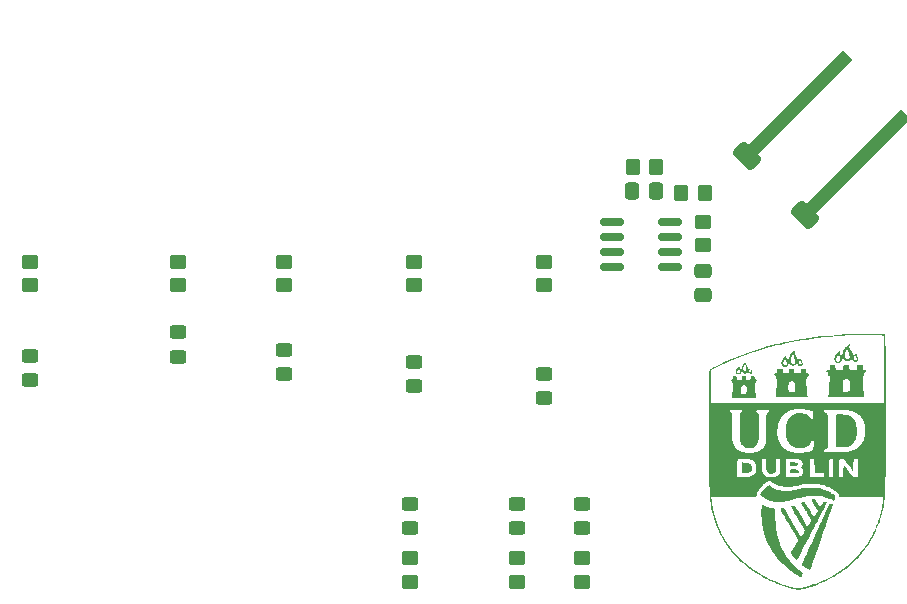
<source format=gbr>
%TF.GenerationSoftware,KiCad,Pcbnew,7.0.6-7.0.6~ubuntu22.04.1*%
%TF.CreationDate,2023-09-06T21:51:48+02:00*%
%TF.ProjectId,elecsoc_card,656c6563-736f-4635-9f63-6172642e6b69,rev?*%
%TF.SameCoordinates,Original*%
%TF.FileFunction,Soldermask,Top*%
%TF.FilePolarity,Negative*%
%FSLAX46Y46*%
G04 Gerber Fmt 4.6, Leading zero omitted, Abs format (unit mm)*
G04 Created by KiCad (PCBNEW 7.0.6-7.0.6~ubuntu22.04.1) date 2023-09-06 21:51:48*
%MOMM*%
%LPD*%
G01*
G04 APERTURE LIST*
G04 Aperture macros list*
%AMRoundRect*
0 Rectangle with rounded corners*
0 $1 Rounding radius*
0 $2 $3 $4 $5 $6 $7 $8 $9 X,Y pos of 4 corners*
0 Add a 4 corners polygon primitive as box body*
4,1,4,$2,$3,$4,$5,$6,$7,$8,$9,$2,$3,0*
0 Add four circle primitives for the rounded corners*
1,1,$1+$1,$2,$3*
1,1,$1+$1,$4,$5*
1,1,$1+$1,$6,$7*
1,1,$1+$1,$8,$9*
0 Add four rect primitives between the rounded corners*
20,1,$1+$1,$2,$3,$4,$5,0*
20,1,$1+$1,$4,$5,$6,$7,0*
20,1,$1+$1,$6,$7,$8,$9,0*
20,1,$1+$1,$8,$9,$2,$3,0*%
%AMFreePoly0*
4,1,34,0.535355,12.035355,0.550000,12.000000,0.550000,0.762000,0.762000,0.762000,0.870714,0.746161,0.983390,0.691076,1.072076,0.602390,1.127161,0.489713,1.143000,0.381000,1.143000,-0.381000,1.127161,-0.489713,1.072076,-0.602390,0.983390,-0.691076,0.870714,-0.746161,0.762000,-0.762000,0.000000,-0.761999,-0.762000,-0.762000,-0.870714,-0.746161,-0.983390,-0.691076,-1.072076,-0.602390,
-1.127161,-0.489713,-1.143000,-0.381000,-1.143000,0.381000,-1.127161,0.489713,-1.072076,0.602390,-0.983390,0.691076,-0.870714,0.746161,-0.762000,0.762000,-0.550000,0.762000,-0.550000,12.000000,-0.535355,12.035355,-0.500000,12.050000,0.500000,12.050000,0.535355,12.035355,0.535355,12.035355,$1*%
G04 Aperture macros list end*
%ADD10C,0.000000*%
%ADD11RoundRect,0.250000X-0.350000X-0.450000X0.350000X-0.450000X0.350000X0.450000X-0.350000X0.450000X0*%
%ADD12RoundRect,0.250000X0.337500X0.475000X-0.337500X0.475000X-0.337500X-0.475000X0.337500X-0.475000X0*%
%ADD13RoundRect,0.250000X0.450000X-0.325000X0.450000X0.325000X-0.450000X0.325000X-0.450000X-0.325000X0*%
%ADD14RoundRect,0.250000X-0.450000X0.350000X-0.450000X-0.350000X0.450000X-0.350000X0.450000X0.350000X0*%
%ADD15FreePoly0,315.000000*%
%ADD16RoundRect,0.150000X-0.825000X-0.150000X0.825000X-0.150000X0.825000X0.150000X-0.825000X0.150000X0*%
%ADD17RoundRect,0.250000X-0.475000X0.337500X-0.475000X-0.337500X0.475000X-0.337500X0.475000X0.337500X0*%
G04 APERTURE END LIST*
D10*
G36*
X176767456Y-76995377D02*
G01*
X176770267Y-76995988D01*
X176772626Y-76997119D01*
X176774523Y-76998770D01*
X176775951Y-77000943D01*
X176776899Y-77003640D01*
X176777358Y-77006861D01*
X176777321Y-77010607D01*
X176776776Y-77014881D01*
X176775717Y-77019683D01*
X176774133Y-77025015D01*
X176772015Y-77030878D01*
X176769355Y-77037273D01*
X176766143Y-77044202D01*
X176762370Y-77051666D01*
X176758028Y-77059665D01*
X176747158Y-77082055D01*
X176738377Y-77104342D01*
X176731704Y-77126669D01*
X176727160Y-77149183D01*
X176724765Y-77172028D01*
X176724541Y-77195347D01*
X176726508Y-77219287D01*
X176730687Y-77243992D01*
X176737099Y-77269607D01*
X176745763Y-77296275D01*
X176756701Y-77324143D01*
X176769934Y-77353354D01*
X176785482Y-77384053D01*
X176803365Y-77416385D01*
X176823605Y-77450495D01*
X176846222Y-77486528D01*
X176870772Y-77526381D01*
X176893792Y-77565903D01*
X176914745Y-77604102D01*
X176924279Y-77622396D01*
X176933094Y-77639986D01*
X176941123Y-77656750D01*
X176948300Y-77672563D01*
X176954558Y-77687301D01*
X176959828Y-77700841D01*
X176964044Y-77713057D01*
X176967138Y-77723826D01*
X176969044Y-77733025D01*
X176969695Y-77740528D01*
X176969891Y-77749830D01*
X176970477Y-77758552D01*
X176971450Y-77766694D01*
X176972809Y-77774255D01*
X176974550Y-77781235D01*
X176976671Y-77787633D01*
X176979169Y-77793449D01*
X176982042Y-77798681D01*
X176985287Y-77803329D01*
X176988901Y-77807393D01*
X176992882Y-77810871D01*
X176997228Y-77813763D01*
X177001935Y-77816069D01*
X177007002Y-77817788D01*
X177012425Y-77818919D01*
X177018202Y-77819462D01*
X177024330Y-77819415D01*
X177030807Y-77818779D01*
X177037631Y-77817552D01*
X177044798Y-77815734D01*
X177052306Y-77813324D01*
X177060153Y-77810322D01*
X177068335Y-77806728D01*
X177076851Y-77802539D01*
X177094872Y-77792378D01*
X177114196Y-77779836D01*
X177134801Y-77764905D01*
X177156667Y-77747582D01*
X177269556Y-77652334D01*
X177287194Y-77754638D01*
X177289501Y-77765781D01*
X177292417Y-77777962D01*
X177299872Y-77804965D01*
X177309147Y-77834696D01*
X177319826Y-77866205D01*
X177331499Y-77898541D01*
X177343749Y-77930752D01*
X177356165Y-77961889D01*
X177368333Y-77991000D01*
X177380569Y-78018597D01*
X177390809Y-78044598D01*
X177395178Y-78057044D01*
X177399045Y-78069142D01*
X177402408Y-78080911D01*
X177405265Y-78092368D01*
X177407616Y-78103530D01*
X177409459Y-78114416D01*
X177410794Y-78125041D01*
X177411618Y-78135425D01*
X177411930Y-78145583D01*
X177411730Y-78155535D01*
X177411015Y-78165296D01*
X177409785Y-78174885D01*
X177408038Y-78184319D01*
X177405773Y-78193615D01*
X177402989Y-78202791D01*
X177399684Y-78211864D01*
X177395857Y-78220853D01*
X177391507Y-78229773D01*
X177386632Y-78238643D01*
X177381232Y-78247480D01*
X177375305Y-78256301D01*
X177368849Y-78265125D01*
X177361863Y-78273967D01*
X177354346Y-78282847D01*
X177337715Y-78300787D01*
X177318945Y-78319082D01*
X177310174Y-78326308D01*
X177301080Y-78332778D01*
X177291689Y-78338499D01*
X177282027Y-78343481D01*
X177272123Y-78347731D01*
X177262002Y-78351259D01*
X177251694Y-78354072D01*
X177241223Y-78356179D01*
X177230619Y-78357589D01*
X177219907Y-78358309D01*
X177209115Y-78358349D01*
X177198270Y-78357716D01*
X177187399Y-78356419D01*
X177176530Y-78354466D01*
X177165689Y-78351867D01*
X177154903Y-78348628D01*
X177144200Y-78344759D01*
X177133607Y-78340268D01*
X177123151Y-78335163D01*
X177112859Y-78329453D01*
X177102758Y-78323146D01*
X177092876Y-78316250D01*
X177083239Y-78308775D01*
X177073874Y-78300728D01*
X177064810Y-78292117D01*
X177056072Y-78282952D01*
X177047688Y-78273240D01*
X177039685Y-78262991D01*
X177032091Y-78252211D01*
X177024931Y-78240910D01*
X177018235Y-78229096D01*
X177012028Y-78216778D01*
X177007878Y-78208946D01*
X177003388Y-78201336D01*
X176998587Y-78193963D01*
X176993507Y-78186840D01*
X176988179Y-78179984D01*
X176982634Y-78173408D01*
X176976903Y-78167129D01*
X176971017Y-78161160D01*
X176965007Y-78155517D01*
X176958904Y-78150214D01*
X176952739Y-78145266D01*
X176946543Y-78140689D01*
X176940347Y-78136497D01*
X176934182Y-78132704D01*
X176928079Y-78129326D01*
X176922070Y-78126378D01*
X176916184Y-78123874D01*
X176910453Y-78121829D01*
X176904908Y-78120259D01*
X176899580Y-78119177D01*
X176894500Y-78118600D01*
X176889699Y-78118541D01*
X176885209Y-78119016D01*
X176881059Y-78120039D01*
X176877282Y-78121625D01*
X176873907Y-78123790D01*
X176870967Y-78126547D01*
X176868491Y-78129913D01*
X176866512Y-78133901D01*
X176865060Y-78138526D01*
X176864166Y-78143804D01*
X176863861Y-78149750D01*
X176863728Y-78151154D01*
X176863331Y-78152717D01*
X176861773Y-78156289D01*
X176859234Y-78160408D01*
X176855758Y-78165018D01*
X176851394Y-78170063D01*
X176846188Y-78175485D01*
X176840186Y-78181227D01*
X176833434Y-78187232D01*
X176825980Y-78193445D01*
X176817869Y-78199807D01*
X176809149Y-78206262D01*
X176799865Y-78212753D01*
X176790065Y-78219224D01*
X176779794Y-78225617D01*
X176769099Y-78231876D01*
X176758028Y-78237944D01*
X176745309Y-78245221D01*
X176732303Y-78251842D01*
X176719034Y-78257811D01*
X176705525Y-78263135D01*
X176691798Y-78267817D01*
X176677878Y-78271864D01*
X176663787Y-78275281D01*
X176649549Y-78278072D01*
X176635187Y-78280244D01*
X176620724Y-78281800D01*
X176606183Y-78282747D01*
X176591588Y-78283089D01*
X176562329Y-78281979D01*
X176533132Y-78278514D01*
X176504183Y-78272733D01*
X176475668Y-78264678D01*
X176447773Y-78254391D01*
X176420684Y-78241913D01*
X176394588Y-78227285D01*
X176381970Y-78219177D01*
X176369669Y-78210548D01*
X176357710Y-78201402D01*
X176346115Y-78191745D01*
X176334908Y-78181581D01*
X176324111Y-78170915D01*
X176305898Y-78151736D01*
X176289529Y-78135218D01*
X176274866Y-78121376D01*
X176268130Y-78115464D01*
X176261769Y-78110227D01*
X176255764Y-78105667D01*
X176250098Y-78101786D01*
X176244753Y-78098585D01*
X176239713Y-78096068D01*
X176234960Y-78094235D01*
X176230476Y-78093089D01*
X176226244Y-78092631D01*
X176222247Y-78092864D01*
X176218466Y-78093789D01*
X176214885Y-78095409D01*
X176211487Y-78097725D01*
X176208253Y-78100739D01*
X176205166Y-78104454D01*
X176202209Y-78108871D01*
X176199365Y-78113992D01*
X176196615Y-78119818D01*
X176193943Y-78126353D01*
X176191331Y-78133598D01*
X176186218Y-78150225D01*
X176181135Y-78169715D01*
X176175945Y-78192083D01*
X176173294Y-78202414D01*
X176169991Y-78212879D01*
X176166069Y-78223449D01*
X176161558Y-78234093D01*
X176156488Y-78244781D01*
X176150892Y-78255482D01*
X176138241Y-78276805D01*
X176123855Y-78297817D01*
X176107979Y-78318277D01*
X176090864Y-78337941D01*
X176072757Y-78356566D01*
X176053905Y-78373909D01*
X176034558Y-78389728D01*
X176014962Y-78403780D01*
X175995366Y-78415822D01*
X175985646Y-78421013D01*
X175976019Y-78425610D01*
X175966515Y-78429583D01*
X175957167Y-78432902D01*
X175948005Y-78435537D01*
X175939060Y-78437456D01*
X175930363Y-78438630D01*
X175921944Y-78439028D01*
X175910652Y-78438710D01*
X175899277Y-78437768D01*
X175887841Y-78436217D01*
X175876366Y-78434074D01*
X175864873Y-78431354D01*
X175853383Y-78428075D01*
X175841918Y-78424252D01*
X175830498Y-78419900D01*
X175819146Y-78415038D01*
X175807882Y-78409680D01*
X175785705Y-78397542D01*
X175764138Y-78383616D01*
X175743351Y-78368031D01*
X175723515Y-78350916D01*
X175704800Y-78332402D01*
X175687378Y-78312616D01*
X175671417Y-78291688D01*
X175664039Y-78280836D01*
X175657090Y-78269747D01*
X175650592Y-78258437D01*
X175644566Y-78246922D01*
X175639034Y-78235219D01*
X175634017Y-78223343D01*
X175629535Y-78211311D01*
X175625612Y-78199139D01*
X175616432Y-78163959D01*
X175610053Y-78128542D01*
X175606465Y-78092897D01*
X175606257Y-78083649D01*
X175751512Y-78083649D01*
X175751519Y-78088592D01*
X175752198Y-78098673D01*
X175753745Y-78109116D01*
X175756139Y-78120039D01*
X175759360Y-78131562D01*
X175763387Y-78143803D01*
X175768200Y-78156881D01*
X175773778Y-78170915D01*
X175778485Y-78180085D01*
X175783321Y-78189037D01*
X175788250Y-78197720D01*
X175793236Y-78206083D01*
X175798242Y-78214075D01*
X175803233Y-78221642D01*
X175808173Y-78228734D01*
X175813024Y-78235298D01*
X175817752Y-78241284D01*
X175822319Y-78246640D01*
X175826690Y-78251313D01*
X175828791Y-78253378D01*
X175830829Y-78255253D01*
X175832800Y-78256931D01*
X175834699Y-78258407D01*
X175836521Y-78259673D01*
X175838263Y-78260723D01*
X175839920Y-78261552D01*
X175841487Y-78262151D01*
X175842960Y-78262516D01*
X175844334Y-78262639D01*
X175847221Y-78262760D01*
X175850562Y-78263114D01*
X175854317Y-78263685D01*
X175858445Y-78264458D01*
X175867650Y-78266545D01*
X175877847Y-78269253D01*
X175888706Y-78272457D01*
X175899896Y-78276033D01*
X175911086Y-78279857D01*
X175921944Y-78283805D01*
X175933631Y-78287386D01*
X175944868Y-78288932D01*
X175955640Y-78288536D01*
X175965932Y-78286292D01*
X175975727Y-78282294D01*
X175985011Y-78276635D01*
X175993767Y-78269409D01*
X176001981Y-78260709D01*
X176009637Y-78250630D01*
X176016719Y-78239264D01*
X176023213Y-78226706D01*
X176029101Y-78213050D01*
X176039002Y-78182815D01*
X176046299Y-78149308D01*
X176050867Y-78113280D01*
X176052583Y-78075480D01*
X176051322Y-78036656D01*
X176046961Y-77997559D01*
X176039374Y-77958936D01*
X176028440Y-77921539D01*
X176021678Y-77903534D01*
X176014032Y-77886115D01*
X176008440Y-77875161D01*
X176374506Y-77875161D01*
X176377119Y-77919530D01*
X176380035Y-77940037D01*
X176384084Y-77959249D01*
X176389161Y-77977385D01*
X176395099Y-77994741D01*
X176401852Y-78011303D01*
X176409371Y-78027056D01*
X176417608Y-78041984D01*
X176426515Y-78056073D01*
X176436045Y-78069308D01*
X176446150Y-78081674D01*
X176456783Y-78093157D01*
X176467894Y-78103741D01*
X176479437Y-78113412D01*
X176491364Y-78122154D01*
X176503627Y-78129954D01*
X176516177Y-78136795D01*
X176528968Y-78142664D01*
X176541952Y-78147544D01*
X176555080Y-78151423D01*
X176568305Y-78154284D01*
X176581579Y-78156113D01*
X176594855Y-78156894D01*
X176608084Y-78156614D01*
X176621218Y-78155257D01*
X176634211Y-78152808D01*
X176647013Y-78149253D01*
X176659578Y-78144577D01*
X176671858Y-78138764D01*
X176683804Y-78131800D01*
X176695369Y-78123670D01*
X176706505Y-78114359D01*
X176717164Y-78103853D01*
X176727299Y-78092136D01*
X176736861Y-78079194D01*
X176749264Y-78060704D01*
X176760013Y-78042235D01*
X176769108Y-78023725D01*
X176772318Y-78015694D01*
X177110806Y-78015694D01*
X177111879Y-78048289D01*
X177114430Y-78080007D01*
X177118449Y-78109967D01*
X177123925Y-78137292D01*
X177130848Y-78161103D01*
X177134848Y-78171416D01*
X177139207Y-78180521D01*
X177143922Y-78188309D01*
X177148993Y-78194668D01*
X177154417Y-78199491D01*
X177160194Y-78202666D01*
X177166528Y-78205015D01*
X177172951Y-78206776D01*
X177179450Y-78207964D01*
X177186012Y-78208592D01*
X177192623Y-78208671D01*
X177199270Y-78208216D01*
X177205938Y-78207239D01*
X177212615Y-78205753D01*
X177219287Y-78203771D01*
X177225940Y-78201305D01*
X177232561Y-78198370D01*
X177239135Y-78194977D01*
X177245651Y-78191139D01*
X177252093Y-78186871D01*
X177258449Y-78182183D01*
X177264705Y-78177090D01*
X177270847Y-78171604D01*
X177276862Y-78165738D01*
X177288455Y-78152919D01*
X177299377Y-78138736D01*
X177309519Y-78123292D01*
X177318771Y-78106690D01*
X177327026Y-78089034D01*
X177334176Y-78070427D01*
X177337302Y-78060799D01*
X177340111Y-78050972D01*
X177342550Y-78040265D01*
X177344576Y-78030632D01*
X177346188Y-78022075D01*
X177347387Y-78014592D01*
X177347832Y-78011253D01*
X177348173Y-78008184D01*
X177348411Y-78005383D01*
X177348545Y-78002851D01*
X177348576Y-78000587D01*
X177348504Y-77998592D01*
X177348328Y-77996866D01*
X177348049Y-77995409D01*
X177347666Y-77994220D01*
X177347181Y-77993301D01*
X177346899Y-77992941D01*
X177346591Y-77992649D01*
X177346258Y-77992425D01*
X177345899Y-77992267D01*
X177345514Y-77992177D01*
X177345103Y-77992153D01*
X177344204Y-77992308D01*
X177343201Y-77992732D01*
X177342095Y-77993425D01*
X177340886Y-77994386D01*
X177339573Y-77995616D01*
X177338157Y-77997114D01*
X177336638Y-77998882D01*
X177335015Y-78000918D01*
X177333289Y-78003223D01*
X177331460Y-78005796D01*
X177329527Y-78008638D01*
X177325057Y-78015418D01*
X177320880Y-78021206D01*
X177318891Y-78023728D01*
X177316962Y-78026001D01*
X177315089Y-78028027D01*
X177313267Y-78029805D01*
X177311491Y-78031334D01*
X177309757Y-78032616D01*
X177308061Y-78033649D01*
X177306397Y-78034435D01*
X177304762Y-78034972D01*
X177303151Y-78035262D01*
X177301559Y-78035303D01*
X177299983Y-78035097D01*
X177298416Y-78034642D01*
X177296855Y-78033939D01*
X177295296Y-78032988D01*
X177293733Y-78031789D01*
X177292163Y-78030342D01*
X177290580Y-78028648D01*
X177288981Y-78026705D01*
X177287360Y-78024513D01*
X177285713Y-78022074D01*
X177284036Y-78019387D01*
X177280573Y-78013269D01*
X177276934Y-78006158D01*
X177273084Y-77998055D01*
X177271184Y-77992026D01*
X177269459Y-77985873D01*
X177267921Y-77979638D01*
X177266579Y-77973361D01*
X177265444Y-77967084D01*
X177264526Y-77960848D01*
X177263835Y-77954695D01*
X177263382Y-77948666D01*
X177263177Y-77942803D01*
X177263230Y-77937146D01*
X177263553Y-77931737D01*
X177264154Y-77926618D01*
X177265044Y-77921829D01*
X177266235Y-77917413D01*
X177267735Y-77913409D01*
X177268605Y-77911576D01*
X177269556Y-77909861D01*
X177271555Y-77906164D01*
X177272939Y-77902361D01*
X177273734Y-77898470D01*
X177273965Y-77894509D01*
X177273660Y-77890497D01*
X177272842Y-77886451D01*
X177271539Y-77882390D01*
X177269776Y-77878331D01*
X177267579Y-77874293D01*
X177264974Y-77870294D01*
X177261986Y-77866351D01*
X177258641Y-77862484D01*
X177254966Y-77858709D01*
X177250986Y-77855046D01*
X177242215Y-77848125D01*
X177232535Y-77841865D01*
X177222151Y-77836412D01*
X177211271Y-77831909D01*
X177205710Y-77830059D01*
X177200102Y-77828502D01*
X177194474Y-77827254D01*
X177188851Y-77826335D01*
X177183258Y-77825762D01*
X177177723Y-77825553D01*
X177172270Y-77825727D01*
X177166926Y-77826301D01*
X177161716Y-77827293D01*
X177156667Y-77828723D01*
X177150910Y-77831898D01*
X177145544Y-77836720D01*
X177140569Y-77843080D01*
X177135982Y-77850867D01*
X177131783Y-77859972D01*
X177127971Y-77870285D01*
X177121499Y-77894096D01*
X177116557Y-77921420D01*
X177113134Y-77951381D01*
X177111221Y-77983098D01*
X177110806Y-78015694D01*
X176772318Y-78015694D01*
X176776549Y-78005111D01*
X176782337Y-77986332D01*
X176786471Y-77967325D01*
X176788952Y-77948029D01*
X176789778Y-77928382D01*
X176788952Y-77908321D01*
X176786471Y-77887785D01*
X176782337Y-77866711D01*
X176776549Y-77845038D01*
X176769108Y-77822703D01*
X176760013Y-77799645D01*
X176749264Y-77775802D01*
X176736861Y-77751111D01*
X176730874Y-77739308D01*
X176724845Y-77726472D01*
X176712828Y-77698194D01*
X176701142Y-77667271D01*
X176690118Y-77634694D01*
X176680086Y-77601456D01*
X176671377Y-77568548D01*
X176664321Y-77536963D01*
X176661517Y-77521977D01*
X176659250Y-77507694D01*
X176656404Y-77493277D01*
X176653187Y-77479182D01*
X176649638Y-77465479D01*
X176645801Y-77452241D01*
X176641715Y-77439541D01*
X176637422Y-77427450D01*
X176632964Y-77416042D01*
X176628382Y-77405388D01*
X176623718Y-77395561D01*
X176619012Y-77386633D01*
X176614306Y-77378677D01*
X176609641Y-77371764D01*
X176607337Y-77368722D01*
X176605059Y-77365968D01*
X176602812Y-77363511D01*
X176600601Y-77361360D01*
X176598431Y-77359525D01*
X176596308Y-77358013D01*
X176594237Y-77356835D01*
X176592223Y-77356000D01*
X176582174Y-77354066D01*
X176571902Y-77354790D01*
X176561451Y-77358042D01*
X176550868Y-77363689D01*
X176540196Y-77371599D01*
X176529482Y-77381641D01*
X176508107Y-77407593D01*
X176487104Y-77440491D01*
X176466835Y-77479279D01*
X176447661Y-77522904D01*
X176429945Y-77570312D01*
X176414047Y-77620448D01*
X176400331Y-77672259D01*
X176389157Y-77724690D01*
X176380887Y-77776687D01*
X176375883Y-77827195D01*
X176374506Y-77875161D01*
X176008440Y-77875161D01*
X176005488Y-77869378D01*
X175996028Y-77853415D01*
X175989375Y-77844104D01*
X175982658Y-77835351D01*
X175975894Y-77827160D01*
X175969101Y-77819530D01*
X175962298Y-77812463D01*
X175955503Y-77805961D01*
X175948734Y-77800025D01*
X175942009Y-77794656D01*
X175935346Y-77789856D01*
X175928763Y-77785625D01*
X175922278Y-77781966D01*
X175915909Y-77778878D01*
X175909675Y-77776364D01*
X175903593Y-77774425D01*
X175897681Y-77773063D01*
X175891959Y-77772277D01*
X175886443Y-77772071D01*
X175881151Y-77772445D01*
X175876103Y-77773400D01*
X175871316Y-77774937D01*
X175866807Y-77777059D01*
X175862596Y-77779765D01*
X175858700Y-77783059D01*
X175855137Y-77786940D01*
X175851926Y-77791410D01*
X175849084Y-77796471D01*
X175846630Y-77802123D01*
X175844582Y-77808368D01*
X175842957Y-77815208D01*
X175841774Y-77822643D01*
X175841051Y-77830675D01*
X175840806Y-77839306D01*
X175840522Y-77847521D01*
X175839690Y-77856249D01*
X175838341Y-77865420D01*
X175836506Y-77874969D01*
X175834217Y-77884828D01*
X175831504Y-77894930D01*
X175828398Y-77905207D01*
X175824931Y-77915593D01*
X175821132Y-77926021D01*
X175817034Y-77936422D01*
X175812668Y-77946731D01*
X175808063Y-77956879D01*
X175803252Y-77966800D01*
X175798265Y-77976426D01*
X175793134Y-77985691D01*
X175787889Y-77994527D01*
X175779824Y-78006701D01*
X175772813Y-78018167D01*
X175766836Y-78029044D01*
X175761871Y-78039451D01*
X175757899Y-78049507D01*
X175754899Y-78059330D01*
X175753756Y-78064191D01*
X175752849Y-78069039D01*
X175752174Y-78073888D01*
X175751729Y-78078753D01*
X175751512Y-78083649D01*
X175606257Y-78083649D01*
X175605657Y-78057035D01*
X175607619Y-78020967D01*
X175612341Y-77984702D01*
X175619811Y-77948251D01*
X175630021Y-77911624D01*
X175642959Y-77874832D01*
X175658615Y-77837885D01*
X175676979Y-77800794D01*
X175698041Y-77763568D01*
X175721790Y-77726218D01*
X175748215Y-77688754D01*
X175777307Y-77651187D01*
X175809056Y-77613527D01*
X175837554Y-77582227D01*
X175863578Y-77554457D01*
X175887214Y-77530191D01*
X175898164Y-77519364D01*
X175908550Y-77509402D01*
X175918383Y-77500304D01*
X175927675Y-77492066D01*
X175936435Y-77484684D01*
X175944675Y-77478155D01*
X175952407Y-77472477D01*
X175959640Y-77467645D01*
X175966386Y-77463657D01*
X175972656Y-77460510D01*
X175978461Y-77458199D01*
X175983812Y-77456723D01*
X175988720Y-77456077D01*
X175993196Y-77456258D01*
X175995275Y-77456658D01*
X175997250Y-77457264D01*
X175999123Y-77458075D01*
X176000895Y-77459091D01*
X176002567Y-77460311D01*
X176004140Y-77461736D01*
X176006997Y-77465195D01*
X176009477Y-77469466D01*
X176011590Y-77474544D01*
X176013348Y-77480428D01*
X176014762Y-77487113D01*
X176015843Y-77494597D01*
X176016601Y-77502875D01*
X176017048Y-77511946D01*
X176017194Y-77521806D01*
X176017489Y-77531946D01*
X176018355Y-77542491D01*
X176019764Y-77553388D01*
X176021687Y-77564587D01*
X176024095Y-77576036D01*
X176026961Y-77587685D01*
X176033951Y-77611378D01*
X176042430Y-77635257D01*
X176052169Y-77658914D01*
X176062942Y-77681940D01*
X176074521Y-77703927D01*
X176086679Y-77724468D01*
X176099188Y-77743153D01*
X176105503Y-77751673D01*
X176111821Y-77759575D01*
X176118113Y-77766810D01*
X176124351Y-77773325D01*
X176130506Y-77779071D01*
X176136550Y-77783996D01*
X176142454Y-77788048D01*
X176148191Y-77791178D01*
X176153731Y-77793333D01*
X176159046Y-77794464D01*
X176164108Y-77794518D01*
X176168889Y-77793445D01*
X176173016Y-77791349D01*
X176177433Y-77787760D01*
X176182098Y-77782755D01*
X176186969Y-77776412D01*
X176192006Y-77768808D01*
X176197166Y-77760020D01*
X176202410Y-77750126D01*
X176207695Y-77739204D01*
X176212979Y-77727331D01*
X176218223Y-77714585D01*
X176223383Y-77701043D01*
X176228420Y-77686783D01*
X176233291Y-77671882D01*
X176237956Y-77656418D01*
X176242373Y-77640468D01*
X176246500Y-77624110D01*
X176259442Y-77579070D01*
X176274302Y-77534165D01*
X176290846Y-77489777D01*
X176308842Y-77446288D01*
X176328058Y-77404081D01*
X176348261Y-77363537D01*
X176369219Y-77325040D01*
X176390698Y-77288972D01*
X176412467Y-77255715D01*
X176434292Y-77225651D01*
X176445153Y-77211936D01*
X176455942Y-77199164D01*
X176466628Y-77187380D01*
X176477184Y-77176634D01*
X176487579Y-77166974D01*
X176497784Y-77158446D01*
X176507772Y-77151099D01*
X176517512Y-77144981D01*
X176526975Y-77140139D01*
X176536133Y-77136621D01*
X176544957Y-77134476D01*
X176553417Y-77133750D01*
X176557047Y-77133384D01*
X176561292Y-77132310D01*
X176566106Y-77130564D01*
X176571441Y-77128183D01*
X176577252Y-77125202D01*
X176583492Y-77121657D01*
X176590115Y-77117586D01*
X176597073Y-77113024D01*
X176604321Y-77108007D01*
X176611811Y-77102571D01*
X176619498Y-77096754D01*
X176627335Y-77090589D01*
X176643272Y-77077367D01*
X176659250Y-77063194D01*
X176668364Y-77055174D01*
X176677180Y-77047652D01*
X176685688Y-77040628D01*
X176693880Y-77034104D01*
X176701746Y-77028081D01*
X176709278Y-77022561D01*
X176716466Y-77017545D01*
X176723301Y-77013034D01*
X176729775Y-77009029D01*
X176735878Y-77005532D01*
X176741601Y-77002544D01*
X176746935Y-77000066D01*
X176751871Y-76998100D01*
X176756400Y-76996647D01*
X176760513Y-76995708D01*
X176764202Y-76995284D01*
X176767456Y-76995377D01*
G37*
G36*
X181225076Y-78248362D02*
G01*
X181253677Y-78250111D01*
X181277276Y-78252475D01*
X181294839Y-78255469D01*
X181305333Y-78259110D01*
X181308677Y-78262569D01*
X181312079Y-78267599D01*
X181315511Y-78274117D01*
X181318948Y-78282041D01*
X181322365Y-78291288D01*
X181325735Y-78301775D01*
X181329033Y-78313419D01*
X181332233Y-78326139D01*
X181338234Y-78354471D01*
X181343533Y-78386111D01*
X181347922Y-78420397D01*
X181351195Y-78456667D01*
X181354202Y-78492295D01*
X181358216Y-78523908D01*
X181363667Y-78551707D01*
X181370984Y-78575895D01*
X181375475Y-78586697D01*
X181380595Y-78596671D01*
X181386394Y-78605843D01*
X181392929Y-78614238D01*
X181400251Y-78621882D01*
X181408415Y-78628798D01*
X181417475Y-78635013D01*
X181427483Y-78640552D01*
X181438494Y-78645440D01*
X181450561Y-78649701D01*
X181463738Y-78653362D01*
X181478078Y-78656448D01*
X181510463Y-78660993D01*
X181548144Y-78663538D01*
X181591552Y-78664285D01*
X181641114Y-78663435D01*
X181697259Y-78661189D01*
X181760417Y-78657750D01*
X181979139Y-78643638D01*
X181979139Y-78262639D01*
X182473027Y-78262639D01*
X182473027Y-78428445D01*
X182473340Y-78466058D01*
X182474371Y-78499662D01*
X182476260Y-78529462D01*
X182477569Y-78543000D01*
X182479146Y-78555665D01*
X182481007Y-78567483D01*
X182483169Y-78578479D01*
X182485651Y-78588679D01*
X182488469Y-78598109D01*
X182491641Y-78606794D01*
X182495184Y-78614762D01*
X182499116Y-78622037D01*
X182503455Y-78628646D01*
X182508217Y-78634613D01*
X182513421Y-78639966D01*
X182519083Y-78644730D01*
X182525221Y-78648930D01*
X182531853Y-78652593D01*
X182538996Y-78655744D01*
X182546667Y-78658410D01*
X182554884Y-78660616D01*
X182563664Y-78662387D01*
X182573025Y-78663750D01*
X182582984Y-78664731D01*
X182593558Y-78665356D01*
X182616624Y-78665638D01*
X182642362Y-78664804D01*
X182660489Y-78664323D01*
X182676585Y-78664260D01*
X182690769Y-78664704D01*
X182697182Y-78665143D01*
X182703161Y-78665742D01*
X182708721Y-78666511D01*
X182713877Y-78667462D01*
X182718645Y-78668605D01*
X182723039Y-78669952D01*
X182727073Y-78671513D01*
X182730764Y-78673300D01*
X182734124Y-78675323D01*
X182737171Y-78677593D01*
X182739917Y-78680122D01*
X182742379Y-78682920D01*
X182744570Y-78685999D01*
X182746507Y-78689369D01*
X182748203Y-78693041D01*
X182749674Y-78697026D01*
X182750934Y-78701336D01*
X182751998Y-78705981D01*
X182752882Y-78710972D01*
X182753600Y-78716321D01*
X182754596Y-78728133D01*
X182755107Y-78741506D01*
X182755251Y-78756528D01*
X182755001Y-78768726D01*
X182754245Y-78780195D01*
X182753673Y-78785662D01*
X182752972Y-78790952D01*
X182752138Y-78796067D01*
X182751172Y-78801010D01*
X182750071Y-78805783D01*
X182748834Y-78810387D01*
X182747460Y-78814824D01*
X182745949Y-78819097D01*
X182744297Y-78823207D01*
X182742505Y-78827156D01*
X182740571Y-78830946D01*
X182738493Y-78834579D01*
X182736271Y-78838057D01*
X182733903Y-78841382D01*
X182731387Y-78844556D01*
X182728723Y-78847581D01*
X182725909Y-78850458D01*
X182722944Y-78853190D01*
X182719826Y-78855779D01*
X182716555Y-78858226D01*
X182713128Y-78860534D01*
X182709546Y-78862704D01*
X182705805Y-78864738D01*
X182701906Y-78866639D01*
X182697846Y-78868408D01*
X182693626Y-78870047D01*
X182689242Y-78871559D01*
X182684694Y-78872944D01*
X182675181Y-78875847D01*
X182666470Y-78879297D01*
X182658533Y-78883347D01*
X182651346Y-78888048D01*
X182644882Y-78893451D01*
X182641913Y-78896433D01*
X182639116Y-78899610D01*
X182636486Y-78902988D01*
X182634021Y-78906574D01*
X182629573Y-78914396D01*
X182625745Y-78923128D01*
X182622510Y-78932820D01*
X182619845Y-78943526D01*
X182617722Y-78955296D01*
X182616115Y-78968182D01*
X182615000Y-78982236D01*
X182614350Y-78997510D01*
X182614139Y-79014055D01*
X182613927Y-79031182D01*
X182613271Y-79046887D01*
X182612766Y-79054228D01*
X182612139Y-79061238D01*
X182611385Y-79067927D01*
X182610501Y-79074303D01*
X182609482Y-79080374D01*
X182608325Y-79086148D01*
X182607026Y-79091634D01*
X182605581Y-79096841D01*
X182603986Y-79101776D01*
X182602238Y-79106448D01*
X182600332Y-79110866D01*
X182598264Y-79115038D01*
X182596031Y-79118972D01*
X182593628Y-79122676D01*
X182591053Y-79126160D01*
X182588301Y-79129431D01*
X182585367Y-79132498D01*
X182582249Y-79135370D01*
X182578943Y-79138054D01*
X182575444Y-79140559D01*
X182571748Y-79142893D01*
X182567852Y-79145066D01*
X182563753Y-79147084D01*
X182559445Y-79148958D01*
X182554925Y-79150694D01*
X182550190Y-79152302D01*
X182545234Y-79153790D01*
X182540056Y-79155166D01*
X182527021Y-79159093D01*
X182515644Y-79163262D01*
X182505849Y-79168165D01*
X182497557Y-79174293D01*
X182490692Y-79182137D01*
X182485176Y-79192187D01*
X182480931Y-79204935D01*
X182477879Y-79220871D01*
X182475944Y-79240487D01*
X182475047Y-79264272D01*
X182475112Y-79292719D01*
X182476060Y-79326319D01*
X182480297Y-79410937D01*
X182487138Y-79522055D01*
X182499431Y-79679979D01*
X182514039Y-79854108D01*
X182529307Y-80023606D01*
X182543584Y-80167639D01*
X182600028Y-80721499D01*
X182621195Y-80979028D01*
X179569667Y-80979028D01*
X179594361Y-80598027D01*
X179602606Y-80485139D01*
X180779694Y-80485139D01*
X181054862Y-80485139D01*
X181085480Y-80484935D01*
X181115095Y-80484333D01*
X181143616Y-80483348D01*
X181170947Y-80481997D01*
X181196997Y-80480294D01*
X181221673Y-80478256D01*
X181244881Y-80475897D01*
X181266528Y-80473233D01*
X181286522Y-80470279D01*
X181304769Y-80467052D01*
X181321176Y-80463567D01*
X181335651Y-80459838D01*
X181348100Y-80455882D01*
X181358430Y-80451714D01*
X181362771Y-80449556D01*
X181366548Y-80447350D01*
X181369749Y-80445099D01*
X181372362Y-80442805D01*
X181377488Y-80436195D01*
X181382284Y-80426965D01*
X181386748Y-80415140D01*
X181390882Y-80400748D01*
X181394686Y-80383813D01*
X181398158Y-80364361D01*
X181404111Y-80318010D01*
X181408741Y-80261903D01*
X181412049Y-80196247D01*
X181414033Y-80121247D01*
X181414694Y-80037111D01*
X181414268Y-79972205D01*
X181412937Y-79912261D01*
X181410625Y-79857029D01*
X181407253Y-79806262D01*
X181402744Y-79759712D01*
X181397021Y-79717130D01*
X181393680Y-79697250D01*
X181390006Y-79678270D01*
X181385990Y-79660157D01*
X181381621Y-79642882D01*
X181376891Y-79626412D01*
X181371790Y-79610718D01*
X181366307Y-79595768D01*
X181360434Y-79581531D01*
X181354160Y-79567976D01*
X181347476Y-79555073D01*
X181340372Y-79542789D01*
X181332839Y-79531095D01*
X181324866Y-79519959D01*
X181316444Y-79509349D01*
X181307564Y-79499236D01*
X181298216Y-79489588D01*
X181288389Y-79480374D01*
X181278075Y-79471564D01*
X181267263Y-79463125D01*
X181255944Y-79455027D01*
X181247622Y-79449362D01*
X181238564Y-79444267D01*
X181228818Y-79439735D01*
X181218434Y-79435756D01*
X181207461Y-79432322D01*
X181195948Y-79429424D01*
X181171498Y-79425207D01*
X181145477Y-79423036D01*
X181118278Y-79422844D01*
X181090294Y-79424564D01*
X181061916Y-79428128D01*
X181033539Y-79433471D01*
X181005555Y-79440524D01*
X180978356Y-79449220D01*
X180952335Y-79459493D01*
X180927885Y-79471274D01*
X180905399Y-79484497D01*
X180895015Y-79491628D01*
X180885269Y-79499095D01*
X180876211Y-79506888D01*
X180867889Y-79515000D01*
X180839791Y-79543670D01*
X180828310Y-79557687D01*
X180818390Y-79572381D01*
X180809916Y-79588419D01*
X180802777Y-79606467D01*
X180796856Y-79627192D01*
X180792042Y-79651260D01*
X180788219Y-79679339D01*
X180785275Y-79712094D01*
X180783096Y-79750192D01*
X180781569Y-79794301D01*
X180780011Y-79903214D01*
X180779694Y-80044167D01*
X180779694Y-80485139D01*
X179602606Y-80485139D01*
X179607977Y-80411606D01*
X179626553Y-80183514D01*
X179648436Y-79942192D01*
X179671973Y-79716083D01*
X179680610Y-79630332D01*
X179687992Y-79552799D01*
X179694103Y-79483182D01*
X179698927Y-79421182D01*
X179702448Y-79366500D01*
X179703716Y-79341809D01*
X179704652Y-79318836D01*
X179705255Y-79297541D01*
X179705523Y-79277889D01*
X179705454Y-79259841D01*
X179705045Y-79243361D01*
X179704295Y-79228410D01*
X179703203Y-79214951D01*
X179701765Y-79202946D01*
X179699981Y-79192359D01*
X179697847Y-79183152D01*
X179695363Y-79175287D01*
X179692527Y-79168727D01*
X179690976Y-79165925D01*
X179689335Y-79163435D01*
X179687606Y-79161252D01*
X179685788Y-79159372D01*
X179683879Y-79157790D01*
X179681881Y-79156501D01*
X179679793Y-79155502D01*
X179677614Y-79154786D01*
X179675345Y-79154350D01*
X179672985Y-79154188D01*
X179670534Y-79154296D01*
X179667992Y-79154670D01*
X179662632Y-79156195D01*
X179656904Y-79158725D01*
X179650806Y-79162222D01*
X179648249Y-79163530D01*
X179645236Y-79164171D01*
X179641805Y-79164180D01*
X179637997Y-79163593D01*
X179633850Y-79162446D01*
X179629404Y-79160773D01*
X179624698Y-79158610D01*
X179619773Y-79155993D01*
X179609417Y-79149540D01*
X179598654Y-79141696D01*
X179587798Y-79132747D01*
X179577164Y-79122975D01*
X179567067Y-79112667D01*
X179557823Y-79102105D01*
X179549747Y-79091574D01*
X179546245Y-79086409D01*
X179543154Y-79081358D01*
X179540512Y-79076458D01*
X179538359Y-79071742D01*
X179536735Y-79067248D01*
X179535678Y-79063010D01*
X179535229Y-79059064D01*
X179535426Y-79055445D01*
X179536309Y-79052190D01*
X179537917Y-79049333D01*
X179538578Y-79048186D01*
X179539233Y-79046109D01*
X179540508Y-79039411D01*
X179541700Y-79029737D01*
X179542767Y-79017583D01*
X179543670Y-79003444D01*
X179544366Y-78987817D01*
X179544814Y-78971198D01*
X179544972Y-78954082D01*
X179544683Y-78943748D01*
X179544321Y-78938769D01*
X179543815Y-78933915D01*
X179543164Y-78929188D01*
X179542368Y-78924588D01*
X179541427Y-78920117D01*
X179540342Y-78915773D01*
X179539112Y-78911559D01*
X179537738Y-78907475D01*
X179536218Y-78903521D01*
X179534554Y-78899699D01*
X179532746Y-78896008D01*
X179530792Y-78892450D01*
X179528694Y-78889024D01*
X179526452Y-78885733D01*
X179524064Y-78882575D01*
X179521532Y-78879553D01*
X179518855Y-78876666D01*
X179516034Y-78873916D01*
X179513067Y-78871303D01*
X179509956Y-78868827D01*
X179506701Y-78866489D01*
X179503300Y-78864291D01*
X179499755Y-78862231D01*
X179496066Y-78860312D01*
X179492231Y-78858534D01*
X179488252Y-78856897D01*
X179484128Y-78855403D01*
X179479860Y-78854051D01*
X179475447Y-78852843D01*
X179470889Y-78851778D01*
X179461378Y-78848963D01*
X179452685Y-78845790D01*
X179444797Y-78842236D01*
X179441152Y-78840307D01*
X179437705Y-78838273D01*
X179434455Y-78836130D01*
X179431399Y-78833876D01*
X179428537Y-78831507D01*
X179425868Y-78829019D01*
X179423390Y-78826410D01*
X179421102Y-78823677D01*
X179419002Y-78820815D01*
X179417090Y-78817823D01*
X179415364Y-78814696D01*
X179413823Y-78811431D01*
X179412465Y-78808026D01*
X179411289Y-78804476D01*
X179410294Y-78800780D01*
X179409478Y-78796932D01*
X179408841Y-78792932D01*
X179408381Y-78788774D01*
X179408097Y-78784455D01*
X179407987Y-78779974D01*
X179408285Y-78770508D01*
X179409265Y-78760349D01*
X179410917Y-78749472D01*
X179412496Y-78738095D01*
X179414624Y-78727747D01*
X179417350Y-78718381D01*
X179418955Y-78714051D01*
X179420728Y-78709950D01*
X179422678Y-78706071D01*
X179424809Y-78702408D01*
X179427129Y-78698955D01*
X179429644Y-78695708D01*
X179432361Y-78692659D01*
X179435286Y-78689804D01*
X179438425Y-78687136D01*
X179441785Y-78684649D01*
X179445372Y-78682338D01*
X179449194Y-78680197D01*
X179453255Y-78678220D01*
X179457564Y-78676401D01*
X179466946Y-78673215D01*
X179477394Y-78670593D01*
X179488957Y-78668487D01*
X179501689Y-78666851D01*
X179515640Y-78665639D01*
X179530862Y-78664804D01*
X179559744Y-78663160D01*
X179585639Y-78660746D01*
X179608702Y-78657371D01*
X179619220Y-78655264D01*
X179629088Y-78652844D01*
X179638326Y-78650088D01*
X179646953Y-78646973D01*
X179654988Y-78643473D01*
X179662450Y-78639567D01*
X179669360Y-78635228D01*
X179675736Y-78630434D01*
X179681598Y-78625161D01*
X179686966Y-78619385D01*
X179691857Y-78613082D01*
X179696293Y-78606228D01*
X179700292Y-78598798D01*
X179703874Y-78590770D01*
X179707058Y-78582120D01*
X179709863Y-78572822D01*
X179712309Y-78562854D01*
X179714416Y-78552192D01*
X179717687Y-78528689D01*
X179719831Y-78502121D01*
X179721004Y-78472298D01*
X179721361Y-78439028D01*
X179721524Y-78421930D01*
X179722009Y-78405100D01*
X179722803Y-78388643D01*
X179723896Y-78372661D01*
X179725280Y-78357258D01*
X179726942Y-78342537D01*
X179728873Y-78328602D01*
X179731062Y-78315555D01*
X179733500Y-78303501D01*
X179736175Y-78292542D01*
X179739078Y-78282782D01*
X179742197Y-78274324D01*
X179743835Y-78270616D01*
X179745523Y-78267272D01*
X179747261Y-78264306D01*
X179749046Y-78261729D01*
X179750878Y-78259556D01*
X179752755Y-78257798D01*
X179754676Y-78256470D01*
X179756639Y-78255583D01*
X179764484Y-78253762D01*
X179775904Y-78252262D01*
X179808233Y-78250181D01*
X179851145Y-78249258D01*
X179902160Y-78249409D01*
X179958797Y-78250553D01*
X180018577Y-78252606D01*
X180079018Y-78255486D01*
X180137640Y-78259110D01*
X180139934Y-78259574D01*
X180142185Y-78260303D01*
X180144390Y-78261291D01*
X180146549Y-78262535D01*
X180150716Y-78265769D01*
X180154672Y-78269969D01*
X180158400Y-78275100D01*
X180161886Y-78281125D01*
X180165113Y-78288007D01*
X180168066Y-78295711D01*
X180170730Y-78304201D01*
X180173089Y-78313439D01*
X180175128Y-78323391D01*
X180176830Y-78334020D01*
X180178182Y-78345290D01*
X180179166Y-78357164D01*
X180179768Y-78369607D01*
X180179972Y-78382582D01*
X180180135Y-78395462D01*
X180180613Y-78408889D01*
X180182453Y-78436932D01*
X180185367Y-78465803D01*
X180189233Y-78494590D01*
X180193925Y-78522385D01*
X180199320Y-78548278D01*
X180202242Y-78560228D01*
X180205293Y-78571360D01*
X180208459Y-78581563D01*
X180211722Y-78590722D01*
X180217495Y-78605622D01*
X180223181Y-78618641D01*
X180229186Y-78629883D01*
X180235921Y-78639450D01*
X180243792Y-78647446D01*
X180253208Y-78653974D01*
X180264578Y-78659139D01*
X180278310Y-78663042D01*
X180294811Y-78665788D01*
X180314490Y-78667479D01*
X180337756Y-78668220D01*
X180365016Y-78668113D01*
X180433153Y-78665770D01*
X180522167Y-78661277D01*
X180630315Y-78653395D01*
X180678312Y-78649558D01*
X180720604Y-78645844D01*
X180755951Y-78642295D01*
X180783112Y-78638954D01*
X180793236Y-78637373D01*
X180800848Y-78635860D01*
X180805793Y-78634419D01*
X180807218Y-78633727D01*
X180807917Y-78633056D01*
X180809320Y-78630879D01*
X180810873Y-78627054D01*
X180814366Y-78614810D01*
X180818273Y-78597026D01*
X180822469Y-78574406D01*
X180826830Y-78547651D01*
X180831233Y-78517465D01*
X180835553Y-78484551D01*
X180839667Y-78449611D01*
X180847549Y-78383796D01*
X180851387Y-78354237D01*
X180855101Y-78327902D01*
X180858649Y-78305537D01*
X180860349Y-78296075D01*
X180861991Y-78287884D01*
X180863571Y-78281058D01*
X180865085Y-78275689D01*
X180866525Y-78271870D01*
X180867217Y-78270571D01*
X180867889Y-78269695D01*
X180870906Y-78267432D01*
X180875902Y-78265274D01*
X180891315Y-78261282D01*
X180913095Y-78257734D01*
X180940208Y-78254646D01*
X181006299Y-78249913D01*
X181081319Y-78247205D01*
X181157001Y-78246646D01*
X181225076Y-78248362D01*
G37*
G36*
X181372362Y-76583415D02*
G01*
X181366868Y-76601933D01*
X181362316Y-76619272D01*
X181358734Y-76635661D01*
X181356155Y-76651326D01*
X181354610Y-76666494D01*
X181354130Y-76681395D01*
X181354745Y-76696253D01*
X181356486Y-76711298D01*
X181359385Y-76726756D01*
X181363473Y-76742855D01*
X181368780Y-76759822D01*
X181375338Y-76777885D01*
X181383177Y-76797270D01*
X181392329Y-76818206D01*
X181402824Y-76840919D01*
X181414694Y-76865638D01*
X181422705Y-76881994D01*
X181430824Y-76897932D01*
X181438995Y-76913364D01*
X181447161Y-76928201D01*
X181455265Y-76942356D01*
X181463250Y-76955741D01*
X181471059Y-76968268D01*
X181478636Y-76979850D01*
X181485923Y-76990398D01*
X181492864Y-76999825D01*
X181499402Y-77008042D01*
X181505480Y-77014963D01*
X181508329Y-77017909D01*
X181511041Y-77020498D01*
X181513610Y-77022719D01*
X181516029Y-77024561D01*
X181518290Y-77026013D01*
X181520386Y-77027063D01*
X181522310Y-77027701D01*
X181524056Y-77027917D01*
X181525699Y-77027988D01*
X181527319Y-77028201D01*
X181528915Y-77028550D01*
X181530484Y-77029033D01*
X181532025Y-77029645D01*
X181533536Y-77030382D01*
X181535014Y-77031240D01*
X181536458Y-77032216D01*
X181537866Y-77033306D01*
X181539236Y-77034506D01*
X181541853Y-77037219D01*
X181544295Y-77040324D01*
X181546545Y-77043792D01*
X181548589Y-77047590D01*
X181550410Y-77051688D01*
X181551994Y-77056055D01*
X181553325Y-77060659D01*
X181554387Y-77065470D01*
X181555165Y-77070457D01*
X181555642Y-77075588D01*
X181555805Y-77080833D01*
X181555846Y-77083468D01*
X181555969Y-77086078D01*
X181556172Y-77088660D01*
X181556453Y-77091210D01*
X181556812Y-77093723D01*
X181557247Y-77096197D01*
X181557757Y-77098626D01*
X181558341Y-77101008D01*
X181558997Y-77103338D01*
X181559724Y-77105612D01*
X181560521Y-77107827D01*
X181561386Y-77109979D01*
X181562319Y-77112063D01*
X181563317Y-77114077D01*
X181564380Y-77116015D01*
X181565507Y-77117875D01*
X181566695Y-77119652D01*
X181567944Y-77121342D01*
X181569253Y-77122942D01*
X181570619Y-77124448D01*
X181572043Y-77125856D01*
X181573522Y-77127161D01*
X181575055Y-77128361D01*
X181576642Y-77129450D01*
X181578279Y-77130427D01*
X181579968Y-77131285D01*
X181581705Y-77132022D01*
X181583490Y-77132634D01*
X181585322Y-77133116D01*
X181587199Y-77133466D01*
X181589120Y-77133678D01*
X181591084Y-77133750D01*
X181592757Y-77133914D01*
X181594469Y-77134400D01*
X181596216Y-77135200D01*
X181597994Y-77136306D01*
X181601633Y-77139401D01*
X181605360Y-77143617D01*
X181609149Y-77148887D01*
X181612973Y-77155144D01*
X181616809Y-77162321D01*
X181620629Y-77170350D01*
X181624407Y-77179165D01*
X181628118Y-77188699D01*
X181631736Y-77198883D01*
X181635236Y-77209652D01*
X181638591Y-77220937D01*
X181641775Y-77232672D01*
X181644763Y-77244790D01*
X181647528Y-77257222D01*
X181649614Y-77268941D01*
X181651897Y-77280277D01*
X181654368Y-77291223D01*
X181657016Y-77301767D01*
X181659832Y-77311900D01*
X181662806Y-77321613D01*
X181665929Y-77330896D01*
X181669191Y-77339739D01*
X181672582Y-77348132D01*
X181676093Y-77356066D01*
X181679713Y-77363531D01*
X181683433Y-77370517D01*
X181687244Y-77377015D01*
X181691136Y-77383015D01*
X181695098Y-77388507D01*
X181699122Y-77393482D01*
X181703198Y-77397929D01*
X181707315Y-77401840D01*
X181711465Y-77405205D01*
X181715638Y-77408013D01*
X181719823Y-77410255D01*
X181724012Y-77411922D01*
X181728194Y-77413004D01*
X181732360Y-77413491D01*
X181736500Y-77413373D01*
X181740605Y-77412640D01*
X181744665Y-77411284D01*
X181748669Y-77409294D01*
X181752609Y-77406661D01*
X181756475Y-77403375D01*
X181760256Y-77399426D01*
X181763944Y-77394804D01*
X181769301Y-77388225D01*
X181777201Y-77380535D01*
X181787292Y-77371946D01*
X181799222Y-77362669D01*
X181812641Y-77352917D01*
X181827196Y-77342901D01*
X181842537Y-77332834D01*
X181858313Y-77322927D01*
X181874170Y-77313392D01*
X181889759Y-77304441D01*
X181904728Y-77296285D01*
X181918726Y-77289138D01*
X181931400Y-77283210D01*
X181942400Y-77278713D01*
X181951375Y-77275859D01*
X181954992Y-77275115D01*
X181957972Y-77274861D01*
X181958654Y-77275056D01*
X181959375Y-77275633D01*
X181960928Y-77277893D01*
X181962615Y-77281558D01*
X181964421Y-77286547D01*
X181968328Y-77300162D01*
X181972524Y-77318076D01*
X181976886Y-77339628D01*
X181981289Y-77364157D01*
X181985610Y-77391001D01*
X181989723Y-77419499D01*
X181991908Y-77434657D01*
X181994470Y-77449644D01*
X181997374Y-77464372D01*
X182000582Y-77478755D01*
X182004059Y-77492703D01*
X182007768Y-77506129D01*
X182011674Y-77518946D01*
X182015740Y-77531065D01*
X182019930Y-77542399D01*
X182024208Y-77552859D01*
X182028537Y-77562358D01*
X182032882Y-77570808D01*
X182037207Y-77578121D01*
X182041474Y-77584210D01*
X182043575Y-77586767D01*
X182045649Y-77588986D01*
X182047690Y-77590854D01*
X182049694Y-77592361D01*
X182055421Y-77596577D01*
X182060696Y-77601905D01*
X182065525Y-77608278D01*
X182069910Y-77615629D01*
X182073856Y-77623892D01*
X182077367Y-77633002D01*
X182083098Y-77653490D01*
X182087134Y-77676563D01*
X182089506Y-77701687D01*
X182090245Y-77728330D01*
X182089382Y-77755961D01*
X182086948Y-77784046D01*
X182082974Y-77812054D01*
X182077491Y-77839452D01*
X182070530Y-77865708D01*
X182062123Y-77890289D01*
X182052299Y-77912664D01*
X182046866Y-77922858D01*
X182041090Y-77932301D01*
X182034976Y-77940925D01*
X182028528Y-77948666D01*
X182022175Y-77955232D01*
X182015078Y-77961675D01*
X182007320Y-77967952D01*
X181998983Y-77974022D01*
X181990150Y-77979844D01*
X181980903Y-77985377D01*
X181971326Y-77990579D01*
X181961500Y-77995409D01*
X181951510Y-77999826D01*
X181941436Y-78003788D01*
X181931363Y-78007254D01*
X181921372Y-78010182D01*
X181911547Y-78012532D01*
X181901969Y-78014261D01*
X181892723Y-78015329D01*
X181883890Y-78015694D01*
X181874562Y-78015358D01*
X181865116Y-78014364D01*
X181855579Y-78012738D01*
X181845980Y-78010506D01*
X181836344Y-78007693D01*
X181826699Y-78004323D01*
X181817072Y-78000423D01*
X181807491Y-77996016D01*
X181797982Y-77991129D01*
X181788572Y-77985787D01*
X181779289Y-77980014D01*
X181770160Y-77973837D01*
X181752471Y-77960367D01*
X181735722Y-77945580D01*
X181720131Y-77929677D01*
X181705915Y-77912859D01*
X181699390Y-77904170D01*
X181693291Y-77895327D01*
X181687643Y-77886357D01*
X181682475Y-77877285D01*
X181677813Y-77868134D01*
X181673685Y-77858932D01*
X181670117Y-77849702D01*
X181667137Y-77840470D01*
X181664772Y-77831262D01*
X181663049Y-77822102D01*
X181661996Y-77813015D01*
X181661639Y-77804028D01*
X181661050Y-77787366D01*
X181660302Y-77779933D01*
X181659241Y-77773098D01*
X181657860Y-77766859D01*
X181656151Y-77761216D01*
X181654106Y-77756169D01*
X181651717Y-77751717D01*
X181648977Y-77747859D01*
X181645878Y-77744595D01*
X181642411Y-77741924D01*
X181638571Y-77739845D01*
X181634347Y-77738358D01*
X181629734Y-77737462D01*
X181624723Y-77737157D01*
X181619306Y-77737441D01*
X181613475Y-77738314D01*
X181607224Y-77739776D01*
X181600543Y-77741825D01*
X181593426Y-77744462D01*
X181577851Y-77751494D01*
X181560436Y-77760868D01*
X181541119Y-77772577D01*
X181519839Y-77786616D01*
X181496533Y-77802981D01*
X181471139Y-77821667D01*
X181455921Y-77832540D01*
X181440678Y-77842675D01*
X181425382Y-77852076D01*
X181410009Y-77860748D01*
X181394533Y-77868697D01*
X181378928Y-77875927D01*
X181363167Y-77882444D01*
X181347226Y-77888254D01*
X181331078Y-77893360D01*
X181314697Y-77897769D01*
X181298058Y-77901485D01*
X181281135Y-77904514D01*
X181263902Y-77906861D01*
X181246333Y-77908531D01*
X181228402Y-77909529D01*
X181210084Y-77909861D01*
X181187224Y-77909593D01*
X181166110Y-77908710D01*
X181146506Y-77907094D01*
X181128173Y-77904624D01*
X181110873Y-77901183D01*
X181094370Y-77896652D01*
X181086342Y-77893940D01*
X181078424Y-77890912D01*
X181070586Y-77887551D01*
X181062799Y-77883843D01*
X181055032Y-77879774D01*
X181047256Y-77875327D01*
X181031559Y-77865246D01*
X181015468Y-77853480D01*
X180998747Y-77839911D01*
X180981158Y-77824419D01*
X180962464Y-77806886D01*
X180942425Y-77787193D01*
X180920805Y-77765221D01*
X180872829Y-77716687D01*
X180853143Y-77697784D01*
X180835974Y-77682540D01*
X180828250Y-77676309D01*
X180821057Y-77671016D01*
X180814362Y-77666669D01*
X180808130Y-77663275D01*
X180802331Y-77660842D01*
X180796930Y-77659379D01*
X180791894Y-77658891D01*
X180787191Y-77659389D01*
X180782788Y-77660878D01*
X180778652Y-77663368D01*
X180774749Y-77666865D01*
X180771048Y-77671378D01*
X180767514Y-77676914D01*
X180764115Y-77683480D01*
X180760818Y-77691086D01*
X180757591Y-77699738D01*
X180751211Y-77720212D01*
X180744713Y-77744965D01*
X180730306Y-77807555D01*
X180727957Y-77817211D01*
X180724911Y-77827592D01*
X180721213Y-77838592D01*
X180716911Y-77850109D01*
X180712051Y-77862039D01*
X180706679Y-77874280D01*
X180700842Y-77886727D01*
X180694587Y-77899277D01*
X180687959Y-77911828D01*
X180681006Y-77924275D01*
X180673774Y-77936515D01*
X180666310Y-77948445D01*
X180658659Y-77959962D01*
X180650869Y-77970963D01*
X180642985Y-77981343D01*
X180635056Y-77991000D01*
X180625180Y-78002864D01*
X180614758Y-78013984D01*
X180603820Y-78024356D01*
X180592398Y-78033981D01*
X180580525Y-78042856D01*
X180568230Y-78050981D01*
X180555547Y-78058353D01*
X180542507Y-78064973D01*
X180529141Y-78070838D01*
X180515481Y-78075947D01*
X180501559Y-78080299D01*
X180487406Y-78083893D01*
X180473054Y-78086727D01*
X180458535Y-78088801D01*
X180443881Y-78090112D01*
X180429122Y-78090659D01*
X180414291Y-78090442D01*
X180399419Y-78089459D01*
X180384538Y-78087708D01*
X180369680Y-78085188D01*
X180354876Y-78081899D01*
X180340158Y-78077838D01*
X180325558Y-78073005D01*
X180311107Y-78067398D01*
X180296836Y-78061015D01*
X180282779Y-78053857D01*
X180268965Y-78045920D01*
X180255427Y-78037205D01*
X180242197Y-78027709D01*
X180229305Y-78017431D01*
X180216785Y-78006371D01*
X180204667Y-77994527D01*
X180195182Y-77984874D01*
X180185922Y-77974479D01*
X180176905Y-77963405D01*
X180168149Y-77951718D01*
X180151492Y-77926756D01*
X180136096Y-77900104D01*
X180122106Y-77872273D01*
X180109665Y-77843776D01*
X180098920Y-77815124D01*
X180090014Y-77786829D01*
X180087191Y-77775640D01*
X180247331Y-77775640D01*
X180248477Y-77794516D01*
X180250812Y-77812700D01*
X180254298Y-77830135D01*
X180258893Y-77846767D01*
X180264558Y-77862539D01*
X180271252Y-77877393D01*
X180278936Y-77891275D01*
X180287570Y-77904128D01*
X180297113Y-77915896D01*
X180307526Y-77926522D01*
X180318768Y-77935951D01*
X180330799Y-77944125D01*
X180343580Y-77950990D01*
X180357070Y-77956489D01*
X180371229Y-77960565D01*
X180386017Y-77963163D01*
X180401394Y-77964226D01*
X180417321Y-77963698D01*
X180433756Y-77961522D01*
X180450661Y-77957644D01*
X180467994Y-77952005D01*
X180485716Y-77944551D01*
X180503787Y-77935225D01*
X180522167Y-77923971D01*
X180531779Y-77917340D01*
X180540772Y-77910028D01*
X180549145Y-77902059D01*
X180556901Y-77893455D01*
X180564039Y-77884238D01*
X180570560Y-77874432D01*
X180576464Y-77864059D01*
X180581754Y-77853141D01*
X180586428Y-77841701D01*
X180590488Y-77829762D01*
X180596767Y-77804475D01*
X180600598Y-77777463D01*
X180601983Y-77748906D01*
X180600930Y-77718985D01*
X180597443Y-77687880D01*
X180591527Y-77655773D01*
X180583187Y-77622844D01*
X180572429Y-77589274D01*
X180559257Y-77555244D01*
X180543678Y-77520935D01*
X180525695Y-77486528D01*
X180509728Y-77459029D01*
X180502161Y-77446476D01*
X180494862Y-77434713D01*
X180487823Y-77423736D01*
X180481039Y-77413540D01*
X180474501Y-77404118D01*
X180468203Y-77395467D01*
X180462138Y-77387580D01*
X180456298Y-77380453D01*
X180450676Y-77374080D01*
X180445266Y-77368457D01*
X180440059Y-77363578D01*
X180435050Y-77359438D01*
X180430231Y-77356031D01*
X180425594Y-77353354D01*
X180421133Y-77351399D01*
X180416841Y-77350163D01*
X180412710Y-77349641D01*
X180408734Y-77349826D01*
X180404905Y-77350714D01*
X180401216Y-77352300D01*
X180397660Y-77354578D01*
X180394230Y-77357543D01*
X180390919Y-77361191D01*
X180387719Y-77365515D01*
X180384625Y-77370511D01*
X180381627Y-77376174D01*
X180378721Y-77382499D01*
X180375897Y-77389480D01*
X180373150Y-77397111D01*
X180370472Y-77405389D01*
X180365243Y-77420975D01*
X180357739Y-77440777D01*
X180348334Y-77464052D01*
X180337399Y-77490056D01*
X180312429Y-77547271D01*
X180285806Y-77606471D01*
X180275991Y-77628858D01*
X180267686Y-77651003D01*
X180260852Y-77672850D01*
X180255448Y-77694342D01*
X180251433Y-77715423D01*
X180248769Y-77736037D01*
X180247415Y-77756128D01*
X180247331Y-77775640D01*
X180087191Y-77775640D01*
X180083093Y-77759402D01*
X180078301Y-77733354D01*
X180076749Y-77721008D01*
X180075783Y-77709198D01*
X180075421Y-77697989D01*
X180075683Y-77687445D01*
X180076585Y-77677630D01*
X180078146Y-77668607D01*
X180080384Y-77660440D01*
X180083317Y-77653195D01*
X180086964Y-77646933D01*
X180091341Y-77641720D01*
X180096468Y-77637619D01*
X180102362Y-77634695D01*
X180104305Y-77633972D01*
X180106164Y-77633130D01*
X180107940Y-77632173D01*
X180109631Y-77631105D01*
X180111237Y-77629931D01*
X180112756Y-77628656D01*
X180114189Y-77627284D01*
X180115535Y-77625820D01*
X180116794Y-77624268D01*
X180117963Y-77622633D01*
X180119044Y-77620918D01*
X180120035Y-77619130D01*
X180120935Y-77617271D01*
X180121744Y-77615348D01*
X180123087Y-77611323D01*
X180124058Y-77607092D01*
X180124651Y-77602690D01*
X180124862Y-77598153D01*
X180124686Y-77593519D01*
X180124116Y-77588822D01*
X180123149Y-77584100D01*
X180121779Y-77579388D01*
X180120001Y-77574722D01*
X180118106Y-77568082D01*
X180117039Y-77560750D01*
X180116779Y-77552757D01*
X180117306Y-77544136D01*
X180120644Y-77525136D01*
X180126890Y-77504001D01*
X180135886Y-77480985D01*
X180147471Y-77456342D01*
X180161485Y-77430323D01*
X180177767Y-77403184D01*
X180196158Y-77375176D01*
X180216497Y-77346554D01*
X180238624Y-77317569D01*
X180262379Y-77288476D01*
X180287601Y-77259528D01*
X180314131Y-77230978D01*
X180341808Y-77203079D01*
X180370472Y-77176084D01*
X180396510Y-77153001D01*
X180421349Y-77131655D01*
X180444452Y-77112459D01*
X180465281Y-77095826D01*
X180474675Y-77088600D01*
X180483299Y-77082170D01*
X180491086Y-77076587D01*
X180497968Y-77071903D01*
X180503879Y-77068171D01*
X180508751Y-77065441D01*
X180512518Y-77063765D01*
X180513965Y-77063338D01*
X180515111Y-77063194D01*
X180516093Y-77063318D01*
X180517053Y-77063684D01*
X180518908Y-77065124D01*
X180520669Y-77067473D01*
X180522332Y-77070691D01*
X180523892Y-77074736D01*
X180525343Y-77079566D01*
X180526681Y-77085140D01*
X180527900Y-77091417D01*
X180528994Y-77098355D01*
X180529960Y-77105914D01*
X180531482Y-77122726D01*
X180532426Y-77141522D01*
X180532750Y-77161972D01*
X180533076Y-77173497D01*
X180534035Y-77185545D01*
X180535599Y-77198061D01*
X180537739Y-77210989D01*
X180543633Y-77237859D01*
X180551491Y-77265711D01*
X180561086Y-77294100D01*
X180572190Y-77322582D01*
X180584575Y-77350713D01*
X180598014Y-77378048D01*
X180612280Y-77404143D01*
X180627146Y-77428553D01*
X180642384Y-77450834D01*
X180657766Y-77470542D01*
X180665440Y-77479292D01*
X180673066Y-77487232D01*
X180680613Y-77494306D01*
X180688055Y-77500459D01*
X180695363Y-77505636D01*
X180702508Y-77509780D01*
X180709461Y-77512836D01*
X180716195Y-77514750D01*
X180723806Y-77515521D01*
X180730781Y-77515136D01*
X180737147Y-77513509D01*
X180740109Y-77512205D01*
X180742929Y-77510560D01*
X180745609Y-77508564D01*
X180748152Y-77506206D01*
X180752844Y-77500363D01*
X180757028Y-77492949D01*
X180760733Y-77483881D01*
X180763982Y-77473077D01*
X180766803Y-77460454D01*
X180767874Y-77454020D01*
X180978911Y-77454020D01*
X180980655Y-77483960D01*
X180984306Y-77511223D01*
X180986566Y-77522514D01*
X180989360Y-77533881D01*
X180992666Y-77545294D01*
X180996460Y-77556725D01*
X181000720Y-77568146D01*
X181005421Y-77579528D01*
X181016056Y-77602062D01*
X181028179Y-77624101D01*
X181041605Y-77645415D01*
X181056146Y-77665779D01*
X181071618Y-77684965D01*
X181087834Y-77702745D01*
X181104609Y-77718892D01*
X181113147Y-77726283D01*
X181121755Y-77733179D01*
X181130409Y-77739554D01*
X181139087Y-77745378D01*
X181147765Y-77750624D01*
X181156420Y-77755262D01*
X181165028Y-77759265D01*
X181173566Y-77762604D01*
X181182011Y-77765250D01*
X181190340Y-77767176D01*
X181198529Y-77768352D01*
X181206556Y-77768750D01*
X181209934Y-77768607D01*
X181213450Y-77768181D01*
X181217094Y-77767480D01*
X181220860Y-77766511D01*
X181228725Y-77763797D01*
X181236983Y-77760096D01*
X181245572Y-77755465D01*
X181254429Y-77749960D01*
X181263493Y-77743639D01*
X181272702Y-77736559D01*
X181281993Y-77728775D01*
X181291305Y-77720346D01*
X181300576Y-77711327D01*
X181309743Y-77701776D01*
X181316456Y-77694301D01*
X181763559Y-77694301D01*
X181763712Y-77704435D01*
X181764384Y-77714466D01*
X181765557Y-77724370D01*
X181767210Y-77734127D01*
X181769324Y-77743715D01*
X181771880Y-77753113D01*
X181774859Y-77762301D01*
X181778240Y-77771255D01*
X181782006Y-77779956D01*
X181786135Y-77788382D01*
X181790610Y-77796511D01*
X181795410Y-77804322D01*
X181800516Y-77811794D01*
X181805909Y-77818906D01*
X181811570Y-77825636D01*
X181817478Y-77831962D01*
X181823616Y-77837865D01*
X181829962Y-77843322D01*
X181836498Y-77848311D01*
X181843205Y-77852813D01*
X181850063Y-77856804D01*
X181857053Y-77860265D01*
X181864156Y-77863173D01*
X181871351Y-77865508D01*
X181878620Y-77867248D01*
X181885943Y-77868372D01*
X181893301Y-77868858D01*
X181900675Y-77868685D01*
X181908044Y-77867832D01*
X181915391Y-77866278D01*
X181922694Y-77864000D01*
X181929142Y-77860944D01*
X181935248Y-77857075D01*
X181941003Y-77852411D01*
X181946397Y-77846967D01*
X181951418Y-77840758D01*
X181956057Y-77833800D01*
X181960303Y-77826108D01*
X181964146Y-77817697D01*
X181967575Y-77808584D01*
X181970581Y-77798784D01*
X181973153Y-77788311D01*
X181975280Y-77777183D01*
X181976953Y-77765414D01*
X181978161Y-77753019D01*
X181978893Y-77740015D01*
X181979139Y-77726416D01*
X181978595Y-77712090D01*
X181977637Y-77697589D01*
X181974564Y-77668277D01*
X181970085Y-77638902D01*
X181964366Y-77609889D01*
X181957573Y-77581662D01*
X181949870Y-77554644D01*
X181941422Y-77529259D01*
X181932396Y-77505930D01*
X181922957Y-77485082D01*
X181918133Y-77475721D01*
X181913269Y-77467138D01*
X181908384Y-77459388D01*
X181903499Y-77452522D01*
X181898634Y-77446595D01*
X181893811Y-77441658D01*
X181889050Y-77437766D01*
X181884372Y-77434970D01*
X181879797Y-77433324D01*
X181875346Y-77432880D01*
X181871039Y-77433693D01*
X181866898Y-77435814D01*
X181862943Y-77439297D01*
X181859195Y-77444194D01*
X181857842Y-77446468D01*
X181856430Y-77448658D01*
X181854965Y-77450764D01*
X181853449Y-77452786D01*
X181851886Y-77454723D01*
X181850281Y-77456573D01*
X181848637Y-77458337D01*
X181846958Y-77460014D01*
X181845248Y-77461603D01*
X181843511Y-77463103D01*
X181841751Y-77464515D01*
X181839971Y-77465836D01*
X181838176Y-77467067D01*
X181836369Y-77468207D01*
X181834555Y-77469256D01*
X181832736Y-77470211D01*
X181830918Y-77471074D01*
X181829103Y-77471844D01*
X181827297Y-77472518D01*
X181825502Y-77473098D01*
X181823722Y-77473583D01*
X181821962Y-77473971D01*
X181820225Y-77474262D01*
X181818515Y-77474456D01*
X181816836Y-77474551D01*
X181815192Y-77474548D01*
X181813587Y-77474445D01*
X181812025Y-77474242D01*
X181810509Y-77473938D01*
X181809043Y-77473533D01*
X181807632Y-77473026D01*
X181806278Y-77472416D01*
X181802470Y-77470297D01*
X181798961Y-77469357D01*
X181795721Y-77469781D01*
X181792718Y-77471755D01*
X181789923Y-77475465D01*
X181787303Y-77481098D01*
X181784827Y-77488839D01*
X181782466Y-77498875D01*
X181780187Y-77511391D01*
X181777960Y-77526573D01*
X181773536Y-77565682D01*
X181768947Y-77617689D01*
X181763944Y-77684082D01*
X181763559Y-77694301D01*
X181316456Y-77694301D01*
X181318745Y-77691750D01*
X181327520Y-77681305D01*
X181336005Y-77670499D01*
X181344139Y-77659388D01*
X181421751Y-77553554D01*
X181347667Y-77348944D01*
X181333342Y-77304702D01*
X181319720Y-77257607D01*
X181307173Y-77209107D01*
X181296073Y-77160648D01*
X181286792Y-77113678D01*
X181279702Y-77069643D01*
X181277095Y-77049178D01*
X181275175Y-77029990D01*
X181273989Y-77012259D01*
X181273583Y-76996166D01*
X181273408Y-76980115D01*
X181272885Y-76965037D01*
X181272017Y-76950931D01*
X181270807Y-76937799D01*
X181269258Y-76925641D01*
X181267374Y-76914458D01*
X181265159Y-76904250D01*
X181262614Y-76895018D01*
X181259744Y-76886763D01*
X181256552Y-76879485D01*
X181253040Y-76873185D01*
X181249213Y-76867864D01*
X181245073Y-76863522D01*
X181240623Y-76860160D01*
X181235868Y-76857778D01*
X181230809Y-76856378D01*
X181225451Y-76855959D01*
X181219796Y-76856523D01*
X181213848Y-76858071D01*
X181207610Y-76860602D01*
X181201085Y-76864117D01*
X181194277Y-76868618D01*
X181187188Y-76874104D01*
X181179822Y-76880576D01*
X181172182Y-76888036D01*
X181164271Y-76896483D01*
X181156093Y-76905919D01*
X181147651Y-76916343D01*
X181138948Y-76927757D01*
X181129987Y-76940162D01*
X181120772Y-76953557D01*
X181111305Y-76967944D01*
X181094493Y-76995207D01*
X181078501Y-77025147D01*
X181063409Y-77057381D01*
X181049294Y-77091527D01*
X181036233Y-77127203D01*
X181024303Y-77164025D01*
X181013583Y-77201613D01*
X181004150Y-77239583D01*
X180996081Y-77277553D01*
X180989453Y-77315141D01*
X180984345Y-77351964D01*
X180980834Y-77387640D01*
X180978996Y-77421786D01*
X180978911Y-77454020D01*
X180767874Y-77454020D01*
X180769221Y-77445930D01*
X180771261Y-77429421D01*
X180772950Y-77410845D01*
X180774313Y-77390119D01*
X180775377Y-77367161D01*
X180776167Y-77341888D01*
X180777073Y-77313728D01*
X180779117Y-77285494D01*
X180782281Y-77257211D01*
X180786543Y-77228909D01*
X180791886Y-77200614D01*
X180798289Y-77172355D01*
X180805734Y-77144159D01*
X180814201Y-77116055D01*
X180834122Y-77060230D01*
X180857898Y-77005102D01*
X180885375Y-76950894D01*
X180916396Y-76897829D01*
X180950807Y-76846127D01*
X180988454Y-76796013D01*
X181029180Y-76747706D01*
X181072831Y-76701431D01*
X181119252Y-76657409D01*
X181168288Y-76615862D01*
X181219783Y-76577013D01*
X181273583Y-76541084D01*
X181298291Y-76525594D01*
X181321759Y-76511097D01*
X181343408Y-76497923D01*
X181362660Y-76486403D01*
X181378934Y-76476867D01*
X181391654Y-76469646D01*
X181400239Y-76465071D01*
X181402801Y-76463879D01*
X181404112Y-76463472D01*
X181372362Y-76583415D01*
G37*
G36*
X174563362Y-88428438D02*
G01*
X174571320Y-88429133D01*
X174579284Y-88430455D01*
X174587294Y-88432402D01*
X174595389Y-88434971D01*
X174603609Y-88438161D01*
X174611993Y-88441970D01*
X174620580Y-88446396D01*
X174629411Y-88451436D01*
X174638523Y-88457090D01*
X174657753Y-88470229D01*
X174678585Y-88485796D01*
X174701333Y-88503777D01*
X174762641Y-88549298D01*
X174830972Y-88593109D01*
X174905577Y-88634987D01*
X174985705Y-88674709D01*
X175070609Y-88712055D01*
X175159538Y-88746802D01*
X175251744Y-88778726D01*
X175346476Y-88807607D01*
X175442986Y-88833223D01*
X175540524Y-88855350D01*
X175638342Y-88873766D01*
X175735689Y-88888250D01*
X175831816Y-88898579D01*
X175925975Y-88904532D01*
X176017416Y-88905885D01*
X176105389Y-88902416D01*
X176253500Y-88890586D01*
X176402604Y-88873919D01*
X176550385Y-88852869D01*
X176694528Y-88827892D01*
X176832718Y-88799442D01*
X176962639Y-88767975D01*
X177081977Y-88733944D01*
X177136954Y-88716110D01*
X177188416Y-88697805D01*
X177260302Y-88673049D01*
X177327598Y-88653874D01*
X177361916Y-88646159D01*
X177397954Y-88639577D01*
X177436669Y-88634038D01*
X177479017Y-88629455D01*
X177578436Y-88622806D01*
X177703858Y-88618926D01*
X177862932Y-88617114D01*
X178063306Y-88616666D01*
X178269942Y-88617004D01*
X178433171Y-88618706D01*
X178501479Y-88620391D01*
X178562500Y-88622805D01*
X178617423Y-88626077D01*
X178667437Y-88630336D01*
X178713731Y-88635712D01*
X178757492Y-88642332D01*
X178799910Y-88650327D01*
X178842173Y-88659826D01*
X178885469Y-88670958D01*
X178930987Y-88683853D01*
X179033444Y-88715444D01*
X179127435Y-88746950D01*
X179222305Y-88781624D01*
X179317195Y-88818996D01*
X179411248Y-88858595D01*
X179503606Y-88899950D01*
X179593411Y-88942593D01*
X179679805Y-88986052D01*
X179761931Y-89029857D01*
X179838931Y-89073539D01*
X179909946Y-89116626D01*
X179974120Y-89158648D01*
X180030594Y-89199136D01*
X180078510Y-89237619D01*
X180117010Y-89273626D01*
X180132462Y-89290554D01*
X180145238Y-89306688D01*
X180155231Y-89321967D01*
X180162334Y-89336333D01*
X180163362Y-89340871D01*
X180163821Y-89347126D01*
X180163154Y-89364301D01*
X180160574Y-89386881D01*
X180156325Y-89413890D01*
X180143792Y-89477286D01*
X180127497Y-89546677D01*
X180109382Y-89614249D01*
X180100250Y-89644911D01*
X180091392Y-89672189D01*
X180083051Y-89695105D01*
X180075469Y-89712682D01*
X180068890Y-89723945D01*
X180066052Y-89726903D01*
X180063556Y-89727917D01*
X180039964Y-89719262D01*
X179980653Y-89695725D01*
X179791917Y-89618555D01*
X179734701Y-89595356D01*
X179672854Y-89571206D01*
X179543209Y-89522865D01*
X179418855Y-89479154D01*
X179363623Y-89460791D01*
X179315667Y-89445695D01*
X179294145Y-89439006D01*
X179273306Y-89432203D01*
X179253252Y-89425339D01*
X179234087Y-89418464D01*
X179215914Y-89411631D01*
X179198837Y-89404890D01*
X179182958Y-89398295D01*
X179168382Y-89391895D01*
X179155212Y-89385744D01*
X179143550Y-89379893D01*
X179133501Y-89374393D01*
X179125167Y-89369296D01*
X179118652Y-89364653D01*
X179116109Y-89362519D01*
X179114060Y-89360518D01*
X179112517Y-89358656D01*
X179111493Y-89356940D01*
X179111002Y-89355377D01*
X179111056Y-89353972D01*
X179108513Y-89349767D01*
X179099806Y-89345752D01*
X179065374Y-89338311D01*
X178938746Y-89325915D01*
X178754736Y-89317075D01*
X178536910Y-89312080D01*
X178308831Y-89311219D01*
X178094063Y-89314781D01*
X177916172Y-89323056D01*
X177848419Y-89329051D01*
X177798722Y-89336333D01*
X177704933Y-89355247D01*
X177602710Y-89377178D01*
X177384208Y-89427614D01*
X177273552Y-89454878D01*
X177165707Y-89482680D01*
X177063484Y-89510399D01*
X176969695Y-89537415D01*
X176705242Y-89613194D01*
X176473325Y-89674669D01*
X176367332Y-89700430D01*
X176266792Y-89723079D01*
X176170809Y-89742773D01*
X176078490Y-89759666D01*
X175988940Y-89773914D01*
X175901267Y-89785670D01*
X175814576Y-89795091D01*
X175727972Y-89802331D01*
X175640562Y-89807545D01*
X175551452Y-89810888D01*
X175364555Y-89812583D01*
X175238017Y-89811811D01*
X175183055Y-89810723D01*
X175132769Y-89809055D01*
X175086515Y-89806726D01*
X175043645Y-89803653D01*
X175003514Y-89799753D01*
X174965476Y-89794944D01*
X174928884Y-89789142D01*
X174893094Y-89782266D01*
X174857459Y-89774232D01*
X174821333Y-89764958D01*
X174784070Y-89754361D01*
X174745024Y-89742358D01*
X174659000Y-89713805D01*
X174585740Y-89686471D01*
X174511963Y-89656362D01*
X174438393Y-89623927D01*
X174365753Y-89589617D01*
X174294767Y-89553880D01*
X174226158Y-89517166D01*
X174160650Y-89479926D01*
X174098965Y-89442608D01*
X174041828Y-89405661D01*
X173989962Y-89369537D01*
X173944091Y-89334684D01*
X173904937Y-89301551D01*
X173888106Y-89285771D01*
X173873225Y-89270589D01*
X173860386Y-89256063D01*
X173849678Y-89242247D01*
X173841192Y-89229199D01*
X173835019Y-89216975D01*
X173831249Y-89205630D01*
X173829972Y-89195222D01*
X173830996Y-89182069D01*
X173833991Y-89167185D01*
X173838838Y-89150718D01*
X173845420Y-89132817D01*
X173863319Y-89093313D01*
X173886747Y-89049867D01*
X173914765Y-89003670D01*
X173946430Y-88955919D01*
X173980804Y-88907805D01*
X174016944Y-88860524D01*
X174053912Y-88815268D01*
X174090766Y-88773232D01*
X174126566Y-88735609D01*
X174160371Y-88703593D01*
X174191241Y-88678377D01*
X174205281Y-88668692D01*
X174218235Y-88661156D01*
X174229984Y-88655916D01*
X174240413Y-88653122D01*
X174249402Y-88652924D01*
X174256834Y-88655471D01*
X174258466Y-88656412D01*
X174260057Y-88657250D01*
X174261603Y-88657986D01*
X174263104Y-88658620D01*
X174264558Y-88659154D01*
X174265965Y-88659588D01*
X174267322Y-88659922D01*
X174268630Y-88660157D01*
X174269885Y-88660294D01*
X174271088Y-88660334D01*
X174272236Y-88660277D01*
X174273329Y-88660123D01*
X174274365Y-88659874D01*
X174275342Y-88659530D01*
X174276261Y-88659091D01*
X174277118Y-88658559D01*
X174277914Y-88657934D01*
X174278646Y-88657216D01*
X174279314Y-88656407D01*
X174279916Y-88655507D01*
X174280450Y-88654516D01*
X174280917Y-88653435D01*
X174281313Y-88652266D01*
X174281638Y-88651007D01*
X174281891Y-88649661D01*
X174282071Y-88648228D01*
X174282175Y-88646708D01*
X174282203Y-88645103D01*
X174282154Y-88643411D01*
X174282026Y-88641636D01*
X174281817Y-88639776D01*
X174281528Y-88637833D01*
X174281031Y-88636067D01*
X174280857Y-88634082D01*
X174281000Y-88631887D01*
X174281452Y-88629489D01*
X174283256Y-88624121D01*
X174286213Y-88618045D01*
X174290266Y-88611327D01*
X174295357Y-88604037D01*
X174301429Y-88596240D01*
X174308427Y-88588003D01*
X174316293Y-88579395D01*
X174324971Y-88570482D01*
X174334402Y-88561331D01*
X174344532Y-88552009D01*
X174355302Y-88542584D01*
X174366656Y-88533123D01*
X174378538Y-88523693D01*
X174390889Y-88514361D01*
X174417979Y-88494514D01*
X174442573Y-88477298D01*
X174464985Y-88462697D01*
X174475473Y-88456372D01*
X174485533Y-88450695D01*
X174495205Y-88445664D01*
X174504530Y-88441277D01*
X174513546Y-88437532D01*
X174522292Y-88434427D01*
X174530808Y-88431961D01*
X174539134Y-88430130D01*
X174547309Y-88428934D01*
X174555372Y-88428371D01*
X174563362Y-88428438D01*
G37*
G36*
X180626505Y-82407206D02*
G01*
X180763379Y-82415274D01*
X180902072Y-82427477D01*
X181033860Y-82443111D01*
X181150022Y-82461473D01*
X181199517Y-82471458D01*
X181241834Y-82481862D01*
X181274890Y-82491426D01*
X181306691Y-82501657D01*
X181337386Y-82512642D01*
X181367125Y-82524470D01*
X181396058Y-82537228D01*
X181424334Y-82551004D01*
X181452104Y-82565886D01*
X181479518Y-82581962D01*
X181506725Y-82599319D01*
X181533875Y-82618046D01*
X181561117Y-82638230D01*
X181588603Y-82659959D01*
X181616482Y-82683321D01*
X181644903Y-82708404D01*
X181674017Y-82735296D01*
X181703973Y-82764084D01*
X181729890Y-82791781D01*
X181754711Y-82823149D01*
X181800980Y-82896120D01*
X181842608Y-82981442D01*
X181879424Y-83077560D01*
X181911260Y-83182917D01*
X181937943Y-83295958D01*
X181959303Y-83415128D01*
X181975170Y-83538872D01*
X181985374Y-83665633D01*
X181989743Y-83793857D01*
X181988108Y-83921988D01*
X181980297Y-84048470D01*
X181966140Y-84171748D01*
X181945467Y-84290267D01*
X181918107Y-84402471D01*
X181883890Y-84506805D01*
X181868911Y-84544761D01*
X181851871Y-84583073D01*
X181832939Y-84621519D01*
X181812287Y-84659878D01*
X181790084Y-84697926D01*
X181766501Y-84735443D01*
X181741709Y-84772204D01*
X181715879Y-84807990D01*
X181689180Y-84842576D01*
X181661784Y-84875741D01*
X181633860Y-84907263D01*
X181605580Y-84936919D01*
X181577114Y-84964487D01*
X181548633Y-84989746D01*
X181520307Y-85012473D01*
X181492306Y-85032445D01*
X181466907Y-85047727D01*
X181438485Y-85062470D01*
X181373450Y-85090253D01*
X181298969Y-85115618D01*
X181216808Y-85138388D01*
X181128736Y-85158389D01*
X181036520Y-85175444D01*
X180941926Y-85189377D01*
X180846722Y-85200014D01*
X180752676Y-85207178D01*
X180661555Y-85210694D01*
X180575127Y-85210385D01*
X180495157Y-85206077D01*
X180423415Y-85197594D01*
X180361667Y-85184759D01*
X180335093Y-85176655D01*
X180311680Y-85167398D01*
X180291650Y-85156964D01*
X180275223Y-85145334D01*
X180265829Y-85136004D01*
X180257453Y-85122954D01*
X180250038Y-85104778D01*
X180243528Y-85080069D01*
X180232993Y-85005435D01*
X180225392Y-84887805D01*
X180220273Y-84715936D01*
X180217179Y-84478583D01*
X180215250Y-83762444D01*
X180215250Y-82428945D01*
X180314028Y-82414833D01*
X180349524Y-82409733D01*
X180393107Y-82406282D01*
X180443687Y-82404392D01*
X180500173Y-82403974D01*
X180626505Y-82407206D01*
G37*
G36*
X176663260Y-87056613D02*
G01*
X176690063Y-87057554D01*
X176716447Y-87059212D01*
X176742355Y-87061573D01*
X176767730Y-87064620D01*
X176792513Y-87068337D01*
X176816648Y-87072707D01*
X176840077Y-87077715D01*
X176862743Y-87083345D01*
X176884587Y-87089579D01*
X176905553Y-87096403D01*
X176925583Y-87103800D01*
X176944619Y-87111753D01*
X176962605Y-87120248D01*
X176979482Y-87129266D01*
X176995193Y-87138793D01*
X177009680Y-87148813D01*
X177022887Y-87159308D01*
X177034755Y-87170264D01*
X177045228Y-87181663D01*
X177054246Y-87193489D01*
X177061755Y-87205728D01*
X177067694Y-87218361D01*
X177072008Y-87231374D01*
X177074638Y-87244750D01*
X177075528Y-87258472D01*
X177074579Y-87278660D01*
X177071573Y-87296947D01*
X177066273Y-87313414D01*
X177058440Y-87328146D01*
X177053500Y-87334886D01*
X177047838Y-87341223D01*
X177041424Y-87347168D01*
X177034228Y-87352730D01*
X177017373Y-87362748D01*
X176997035Y-87371361D01*
X176972976Y-87378651D01*
X176944959Y-87384700D01*
X176912745Y-87389592D01*
X176876098Y-87393410D01*
X176834779Y-87396235D01*
X176788551Y-87398150D01*
X176737177Y-87399239D01*
X176680417Y-87399583D01*
X176369972Y-87399583D01*
X176369972Y-87244362D01*
X176370074Y-87218740D01*
X176370455Y-87195985D01*
X176371228Y-87175908D01*
X176372508Y-87158317D01*
X176373373Y-87150393D01*
X176374408Y-87143020D01*
X176375626Y-87136172D01*
X176377042Y-87129826D01*
X176378669Y-87123958D01*
X176380523Y-87118544D01*
X176382617Y-87113560D01*
X176384965Y-87108983D01*
X176387583Y-87104788D01*
X176390483Y-87100951D01*
X176393680Y-87097450D01*
X176397189Y-87094258D01*
X176401023Y-87091354D01*
X176405197Y-87088713D01*
X176409725Y-87086310D01*
X176414621Y-87084123D01*
X176419899Y-87082127D01*
X176425574Y-87080298D01*
X176431660Y-87078612D01*
X176438171Y-87077046D01*
X176452525Y-87074177D01*
X176468750Y-87071499D01*
X176496873Y-87066960D01*
X176524980Y-87063251D01*
X176553013Y-87060358D01*
X176580915Y-87058263D01*
X176608629Y-87056952D01*
X176636096Y-87056407D01*
X176663260Y-87056613D01*
G37*
G36*
X175699695Y-78756528D02*
G01*
X175699853Y-78819104D01*
X175700601Y-78844197D01*
X175702285Y-78865558D01*
X175703593Y-78874933D01*
X175705271Y-78883488D01*
X175707367Y-78891260D01*
X175709926Y-78898286D01*
X175712995Y-78904605D01*
X175716618Y-78910253D01*
X175720841Y-78915268D01*
X175725712Y-78919687D01*
X175731275Y-78923549D01*
X175737576Y-78926889D01*
X175744661Y-78929747D01*
X175752577Y-78932159D01*
X175761368Y-78934162D01*
X175771081Y-78935795D01*
X175793456Y-78938098D01*
X175820069Y-78939368D01*
X175851286Y-78939904D01*
X175929000Y-78939973D01*
X176045699Y-78940048D01*
X176092238Y-78939670D01*
X176131682Y-78938594D01*
X176148926Y-78937696D01*
X176164615Y-78936506D01*
X176178822Y-78934983D01*
X176191620Y-78933089D01*
X176203082Y-78930784D01*
X176213282Y-78928029D01*
X176222291Y-78924784D01*
X176230184Y-78921011D01*
X176237033Y-78916668D01*
X176242911Y-78911718D01*
X176247891Y-78906121D01*
X176252047Y-78899837D01*
X176255450Y-78892827D01*
X176258175Y-78885052D01*
X176260293Y-78876471D01*
X176261879Y-78867047D01*
X176263005Y-78856738D01*
X176263744Y-78845507D01*
X176264352Y-78820117D01*
X176264139Y-78756528D01*
X176264139Y-78580139D01*
X176472278Y-78580139D01*
X176491458Y-78580282D01*
X176509963Y-78580708D01*
X176527779Y-78581409D01*
X176544894Y-78582378D01*
X176561292Y-78583608D01*
X176576961Y-78585092D01*
X176591888Y-78586822D01*
X176606058Y-78588793D01*
X176619458Y-78590995D01*
X176632074Y-78593424D01*
X176643894Y-78596070D01*
X176654903Y-78598928D01*
X176665087Y-78601990D01*
X176674434Y-78605249D01*
X176682929Y-78608698D01*
X176690559Y-78612329D01*
X176697311Y-78616137D01*
X176703171Y-78620113D01*
X176708125Y-78624250D01*
X176712160Y-78628542D01*
X176715262Y-78632981D01*
X176716459Y-78635253D01*
X176717418Y-78637560D01*
X176718137Y-78639900D01*
X176718614Y-78642272D01*
X176718848Y-78644676D01*
X176718837Y-78647111D01*
X176718579Y-78649575D01*
X176718072Y-78652068D01*
X176717316Y-78654589D01*
X176716307Y-78657137D01*
X176713528Y-78662310D01*
X176709721Y-78667581D01*
X176704873Y-78672943D01*
X176698970Y-78678388D01*
X176691998Y-78683909D01*
X176683945Y-78689499D01*
X176681051Y-78691142D01*
X176678323Y-78692763D01*
X176675762Y-78694358D01*
X176673368Y-78695928D01*
X176671142Y-78697469D01*
X176669085Y-78698979D01*
X176667197Y-78700458D01*
X176665479Y-78701902D01*
X176663931Y-78703310D01*
X176662555Y-78704679D01*
X176661350Y-78706009D01*
X176660318Y-78707297D01*
X176659459Y-78708541D01*
X176658774Y-78709739D01*
X176658263Y-78710889D01*
X176657927Y-78711989D01*
X176657767Y-78713038D01*
X176657783Y-78714033D01*
X176657977Y-78714973D01*
X176658348Y-78715855D01*
X176658897Y-78716677D01*
X176659625Y-78717439D01*
X176660533Y-78718137D01*
X176661621Y-78718769D01*
X176662889Y-78719335D01*
X176664340Y-78719831D01*
X176665972Y-78720257D01*
X176667787Y-78720609D01*
X176669786Y-78720887D01*
X176671969Y-78721087D01*
X176674336Y-78721209D01*
X176676889Y-78721250D01*
X176678842Y-78721342D01*
X176680731Y-78721616D01*
X176682554Y-78722067D01*
X176684310Y-78722690D01*
X176685995Y-78723481D01*
X176687609Y-78724436D01*
X176689149Y-78725549D01*
X176690614Y-78726817D01*
X176692001Y-78728235D01*
X176693309Y-78729798D01*
X176694535Y-78731502D01*
X176695678Y-78733342D01*
X176697707Y-78737413D01*
X176699378Y-78741975D01*
X176700678Y-78746992D01*
X176701590Y-78752427D01*
X176702099Y-78758245D01*
X176702190Y-78764410D01*
X176701846Y-78770884D01*
X176701053Y-78777632D01*
X176699794Y-78784618D01*
X176698055Y-78791805D01*
X176692706Y-78815094D01*
X176689987Y-78836068D01*
X176689661Y-78845713D01*
X176690048Y-78854810D01*
X176691168Y-78863369D01*
X176693039Y-78871401D01*
X176695681Y-78878917D01*
X176699111Y-78885926D01*
X176703348Y-78892439D01*
X176708412Y-78898466D01*
X176714320Y-78904018D01*
X176721092Y-78909104D01*
X176728747Y-78913736D01*
X176737302Y-78917924D01*
X176746778Y-78921677D01*
X176757192Y-78925007D01*
X176780910Y-78930436D01*
X176808608Y-78934295D01*
X176840435Y-78936665D01*
X176876540Y-78937630D01*
X176917074Y-78937271D01*
X176962187Y-78935673D01*
X177012028Y-78932917D01*
X177269556Y-78915278D01*
X177280139Y-78745945D01*
X177290723Y-78580139D01*
X177710528Y-78580139D01*
X177710528Y-78756528D01*
X177710661Y-78783507D01*
X177711093Y-78807660D01*
X177711877Y-78829136D01*
X177712416Y-78838917D01*
X177713063Y-78848084D01*
X177713824Y-78856658D01*
X177714705Y-78864656D01*
X177715713Y-78872098D01*
X177716853Y-78879001D01*
X177718133Y-78885385D01*
X177719559Y-78891268D01*
X177721138Y-78896669D01*
X177722875Y-78901608D01*
X177724778Y-78906101D01*
X177726853Y-78910170D01*
X177729105Y-78913831D01*
X177731543Y-78917104D01*
X177734172Y-78920007D01*
X177736998Y-78922560D01*
X177740029Y-78924781D01*
X177743270Y-78926688D01*
X177746728Y-78928301D01*
X177750410Y-78929638D01*
X177754322Y-78930718D01*
X177758470Y-78931559D01*
X177762861Y-78932181D01*
X177767501Y-78932602D01*
X177772398Y-78932841D01*
X177777556Y-78932917D01*
X177794080Y-78933264D01*
X177809906Y-78934285D01*
X177825021Y-78935952D01*
X177839409Y-78938236D01*
X177853056Y-78941110D01*
X177865946Y-78944544D01*
X177878065Y-78948510D01*
X177889397Y-78952981D01*
X177899929Y-78957927D01*
X177909645Y-78963319D01*
X177918530Y-78969131D01*
X177926570Y-78975332D01*
X177933749Y-78981896D01*
X177940053Y-78988792D01*
X177945467Y-78995994D01*
X177949976Y-79003472D01*
X177953565Y-79011198D01*
X177956219Y-79019143D01*
X177957924Y-79027280D01*
X177958664Y-79035580D01*
X177958425Y-79044014D01*
X177957192Y-79052554D01*
X177954950Y-79061171D01*
X177951684Y-79069838D01*
X177947380Y-79078525D01*
X177942022Y-79087205D01*
X177935595Y-79095848D01*
X177928085Y-79104427D01*
X177919478Y-79112912D01*
X177909757Y-79121277D01*
X177898908Y-79129491D01*
X177886916Y-79137527D01*
X177879729Y-79142480D01*
X177872744Y-79148042D01*
X177865996Y-79154162D01*
X177859521Y-79160789D01*
X177853357Y-79167870D01*
X177847540Y-79175355D01*
X177842104Y-79183191D01*
X177837087Y-79191326D01*
X177832525Y-79199710D01*
X177828454Y-79208290D01*
X177824910Y-79217015D01*
X177821929Y-79225832D01*
X177819547Y-79234691D01*
X177817801Y-79243540D01*
X177816727Y-79252327D01*
X177816361Y-79261000D01*
X177816269Y-79265008D01*
X177815994Y-79269091D01*
X177815542Y-79273240D01*
X177814914Y-79277447D01*
X177813152Y-79285998D01*
X177810739Y-79294679D01*
X177807706Y-79303422D01*
X177804083Y-79312160D01*
X177799902Y-79320825D01*
X177795195Y-79329351D01*
X177789991Y-79337670D01*
X177784322Y-79345715D01*
X177778219Y-79353419D01*
X177771713Y-79360715D01*
X177764835Y-79367535D01*
X177757616Y-79373813D01*
X177753888Y-79376727D01*
X177750087Y-79379481D01*
X177746215Y-79382065D01*
X177742278Y-79384472D01*
X177732809Y-79391095D01*
X177724233Y-79397770D01*
X177716536Y-79404548D01*
X177709701Y-79411481D01*
X177703715Y-79418621D01*
X177698560Y-79426020D01*
X177696290Y-79429832D01*
X177694222Y-79433728D01*
X177692354Y-79437715D01*
X177690684Y-79441798D01*
X177689211Y-79445985D01*
X177687933Y-79450282D01*
X177686847Y-79454695D01*
X177685951Y-79459230D01*
X177684724Y-79468696D01*
X177684235Y-79478730D01*
X177684470Y-79489383D01*
X177685413Y-79500709D01*
X177687049Y-79512758D01*
X177689362Y-79525583D01*
X177701909Y-79612406D01*
X177719623Y-79765747D01*
X177762122Y-80184837D01*
X177799990Y-80608556D01*
X177811917Y-80767685D01*
X177816361Y-80862610D01*
X177816361Y-80979028D01*
X176475806Y-80979028D01*
X176117385Y-80978504D01*
X175824324Y-80976823D01*
X175591209Y-80973819D01*
X175495437Y-80971769D01*
X175412622Y-80969326D01*
X175342084Y-80966470D01*
X175283148Y-80963180D01*
X175235136Y-80959435D01*
X175197372Y-80955215D01*
X175169178Y-80950498D01*
X175158459Y-80947948D01*
X175149878Y-80945265D01*
X175143351Y-80942448D01*
X175138794Y-80939495D01*
X175136122Y-80936401D01*
X175135250Y-80933166D01*
X175139550Y-80874352D01*
X175151125Y-80743108D01*
X175188167Y-80344028D01*
X175220468Y-80005320D01*
X175223497Y-79973170D01*
X176202017Y-79973170D01*
X176202244Y-80057285D01*
X176204166Y-80160583D01*
X176211222Y-80523945D01*
X176458167Y-80538056D01*
X176509071Y-80538889D01*
X176557827Y-80538772D01*
X176603274Y-80537746D01*
X176644257Y-80535851D01*
X176662712Y-80534591D01*
X176679618Y-80533129D01*
X176694828Y-80531471D01*
X176708198Y-80529622D01*
X176719584Y-80527587D01*
X176728841Y-80525371D01*
X176735824Y-80522979D01*
X176738418Y-80521719D01*
X176740389Y-80520417D01*
X176744191Y-80515473D01*
X176747658Y-80507325D01*
X176750783Y-80496077D01*
X176753563Y-80481832D01*
X176758062Y-80444762D01*
X176761115Y-80396945D01*
X176762679Y-80339205D01*
X176762713Y-80272370D01*
X176761177Y-80197267D01*
X176758028Y-80114722D01*
X176754825Y-80053997D01*
X176751751Y-79999835D01*
X176748687Y-79951771D01*
X176745515Y-79909339D01*
X176742116Y-79872075D01*
X176740294Y-79855236D01*
X176738370Y-79839514D01*
X176736330Y-79824852D01*
X176734159Y-79811190D01*
X176731842Y-79798472D01*
X176729365Y-79786639D01*
X176726711Y-79775632D01*
X176723867Y-79765395D01*
X176720818Y-79755867D01*
X176717548Y-79746993D01*
X176714043Y-79738712D01*
X176710288Y-79730968D01*
X176706269Y-79723701D01*
X176701969Y-79716855D01*
X176697375Y-79710370D01*
X176692472Y-79704189D01*
X176687244Y-79698253D01*
X176681678Y-79692505D01*
X176675757Y-79686886D01*
X176669467Y-79681338D01*
X176662794Y-79675802D01*
X176655722Y-79670222D01*
X176643725Y-79660992D01*
X176631557Y-79652484D01*
X176619230Y-79644695D01*
X176606761Y-79637625D01*
X176594162Y-79631269D01*
X176581448Y-79625628D01*
X176568633Y-79620698D01*
X176555732Y-79616479D01*
X176542758Y-79612967D01*
X176529727Y-79610161D01*
X176516651Y-79608060D01*
X176503546Y-79606660D01*
X176490425Y-79605961D01*
X176477303Y-79605960D01*
X176464193Y-79606655D01*
X176451111Y-79608045D01*
X176438070Y-79610127D01*
X176425085Y-79612900D01*
X176412170Y-79616362D01*
X176399338Y-79620510D01*
X176386605Y-79625342D01*
X176373984Y-79630858D01*
X176361490Y-79637054D01*
X176349136Y-79643929D01*
X176336938Y-79651481D01*
X176324909Y-79659709D01*
X176313063Y-79668609D01*
X176301415Y-79678180D01*
X176289979Y-79688421D01*
X176278768Y-79699329D01*
X176267799Y-79710902D01*
X176257083Y-79723139D01*
X176247691Y-79735183D01*
X176239327Y-79747723D01*
X176231945Y-79761090D01*
X176225499Y-79775614D01*
X176219941Y-79791627D01*
X176215225Y-79809459D01*
X176211306Y-79829440D01*
X176208135Y-79851902D01*
X176205668Y-79877175D01*
X176203857Y-79905591D01*
X176202017Y-79973170D01*
X175223497Y-79973170D01*
X175233125Y-79870987D01*
X175243509Y-79757645D01*
X175251660Y-79663527D01*
X175254911Y-79623124D01*
X175257620Y-79586865D01*
X175259791Y-79554528D01*
X175261430Y-79525892D01*
X175262542Y-79500736D01*
X175263132Y-79478840D01*
X175263205Y-79459983D01*
X175262767Y-79443943D01*
X175261822Y-79430500D01*
X175261161Y-79424684D01*
X175260376Y-79419433D01*
X175259466Y-79414721D01*
X175258434Y-79410521D01*
X175257278Y-79406804D01*
X175256001Y-79403543D01*
X175254602Y-79400710D01*
X175253082Y-79398277D01*
X175251442Y-79396218D01*
X175249682Y-79394504D01*
X175247804Y-79393108D01*
X175245807Y-79392003D01*
X175243693Y-79391159D01*
X175241462Y-79390551D01*
X175239115Y-79390150D01*
X175236652Y-79389929D01*
X175231382Y-79389915D01*
X175219483Y-79390830D01*
X175212864Y-79391317D01*
X175205806Y-79391528D01*
X175195712Y-79391225D01*
X175186568Y-79390267D01*
X175178335Y-79388574D01*
X175174546Y-79387429D01*
X175170969Y-79386071D01*
X175167599Y-79384490D01*
X175164430Y-79382678D01*
X175161458Y-79380624D01*
X175158677Y-79378319D01*
X175156082Y-79375753D01*
X175153668Y-79372916D01*
X175151429Y-79369799D01*
X175149361Y-79366392D01*
X175147459Y-79362685D01*
X175145716Y-79358669D01*
X175142692Y-79349669D01*
X175140246Y-79339316D01*
X175138337Y-79327531D01*
X175136924Y-79314237D01*
X175135967Y-79299357D01*
X175135422Y-79282812D01*
X175135250Y-79264527D01*
X175135039Y-79247361D01*
X175134389Y-79231544D01*
X175133891Y-79224123D01*
X175133274Y-79217019D01*
X175132533Y-79210223D01*
X175131667Y-79203728D01*
X175130672Y-79197529D01*
X175129544Y-79191617D01*
X175128281Y-79185985D01*
X175126878Y-79180626D01*
X175125334Y-79175533D01*
X175123644Y-79170700D01*
X175121806Y-79166118D01*
X175119816Y-79161781D01*
X175117671Y-79157682D01*
X175115367Y-79153814D01*
X175112903Y-79150169D01*
X175110273Y-79146740D01*
X175107475Y-79143521D01*
X175104507Y-79140504D01*
X175101364Y-79137682D01*
X175098043Y-79135047D01*
X175094541Y-79132594D01*
X175090856Y-79130315D01*
X175086982Y-79128202D01*
X175082919Y-79126248D01*
X175078661Y-79124448D01*
X175074207Y-79122792D01*
X175069552Y-79121275D01*
X175064694Y-79119889D01*
X175051544Y-79115904D01*
X175039855Y-79111820D01*
X175029604Y-79107541D01*
X175025008Y-79105297D01*
X175020763Y-79102966D01*
X175016863Y-79100538D01*
X175013307Y-79097999D01*
X175010090Y-79095338D01*
X175007210Y-79092542D01*
X175004663Y-79089598D01*
X175002446Y-79086494D01*
X175000556Y-79083219D01*
X174998990Y-79079760D01*
X174997744Y-79076104D01*
X174996815Y-79072240D01*
X174996200Y-79068155D01*
X174995896Y-79063837D01*
X174995899Y-79059273D01*
X174996207Y-79054451D01*
X174996816Y-79049360D01*
X174997722Y-79043986D01*
X175000415Y-79032342D01*
X175004261Y-79019422D01*
X175009233Y-79005128D01*
X175015306Y-78989360D01*
X175018160Y-78982414D01*
X175021438Y-78976125D01*
X175023239Y-78973224D01*
X175025150Y-78970486D01*
X175027172Y-78967909D01*
X175029307Y-78965493D01*
X175031555Y-78963237D01*
X175033918Y-78961141D01*
X175036397Y-78959204D01*
X175038994Y-78957425D01*
X175041710Y-78955804D01*
X175044546Y-78954339D01*
X175047503Y-78953031D01*
X175050583Y-78951878D01*
X175053788Y-78950881D01*
X175057117Y-78950038D01*
X175064157Y-78948812D01*
X175071714Y-78948196D01*
X175079798Y-78948185D01*
X175088419Y-78948773D01*
X175097588Y-78949956D01*
X175107315Y-78951727D01*
X175117611Y-78954082D01*
X175135471Y-78957757D01*
X175143907Y-78958871D01*
X175152014Y-78959498D01*
X175159793Y-78959635D01*
X175167244Y-78959276D01*
X175174368Y-78958419D01*
X175181166Y-78957059D01*
X175187639Y-78955193D01*
X175193787Y-78952817D01*
X175199610Y-78949926D01*
X175205110Y-78946518D01*
X175210287Y-78942587D01*
X175215141Y-78938131D01*
X175219674Y-78933145D01*
X175223886Y-78927625D01*
X175227777Y-78921568D01*
X175231348Y-78914970D01*
X175234601Y-78907826D01*
X175237535Y-78900133D01*
X175240151Y-78891888D01*
X175242450Y-78883085D01*
X175246099Y-78863795D01*
X175248488Y-78842230D01*
X175249620Y-78818361D01*
X175249502Y-78792156D01*
X175248139Y-78763584D01*
X175246979Y-78751649D01*
X175246134Y-78739709D01*
X175245589Y-78727841D01*
X175245328Y-78716123D01*
X175245335Y-78704633D01*
X175245596Y-78693448D01*
X175246095Y-78682645D01*
X175246816Y-78672302D01*
X175247744Y-78662496D01*
X175248862Y-78653306D01*
X175250157Y-78644807D01*
X175251612Y-78637079D01*
X175253211Y-78630199D01*
X175254940Y-78624243D01*
X175256782Y-78619290D01*
X175258722Y-78615417D01*
X175262384Y-78611532D01*
X175268004Y-78607823D01*
X175275473Y-78604301D01*
X175284685Y-78600974D01*
X175295529Y-78597855D01*
X175307898Y-78594952D01*
X175321682Y-78592277D01*
X175336775Y-78589840D01*
X175370447Y-78585720D01*
X175408047Y-78582674D01*
X175448706Y-78580786D01*
X175491556Y-78580139D01*
X175699695Y-78580139D01*
X175699695Y-78756528D01*
G37*
G36*
X173975874Y-90005088D02*
G01*
X173977784Y-90005476D01*
X173979750Y-90006053D01*
X173981775Y-90006813D01*
X173983858Y-90007748D01*
X173988209Y-90010117D01*
X173992814Y-90013106D01*
X173997685Y-90016659D01*
X174002834Y-90020722D01*
X174038595Y-90049917D01*
X174079404Y-90079158D01*
X174124772Y-90108244D01*
X174174206Y-90136974D01*
X174227217Y-90165145D01*
X174283313Y-90192557D01*
X174342002Y-90219008D01*
X174402795Y-90244296D01*
X174465201Y-90268219D01*
X174528727Y-90290577D01*
X174592884Y-90311167D01*
X174657181Y-90329789D01*
X174721126Y-90346240D01*
X174784229Y-90360320D01*
X174845999Y-90371826D01*
X174905945Y-90380556D01*
X175082333Y-90401722D01*
X175089389Y-90973221D01*
X175098629Y-91293891D01*
X175118328Y-91607120D01*
X175148362Y-91912080D01*
X175188608Y-92207945D01*
X175212521Y-92352208D01*
X175238941Y-92493887D01*
X175267851Y-92632880D01*
X175299237Y-92769082D01*
X175333082Y-92902390D01*
X175369372Y-93032700D01*
X175408091Y-93159910D01*
X175449223Y-93283916D01*
X175510481Y-93450714D01*
X175577800Y-93615032D01*
X175651125Y-93776786D01*
X175730397Y-93935895D01*
X175815561Y-94092275D01*
X175906559Y-94245843D01*
X176003334Y-94396518D01*
X176105830Y-94544216D01*
X176213990Y-94688855D01*
X176327756Y-94830352D01*
X176447073Y-94968624D01*
X176571883Y-95103589D01*
X176702129Y-95235164D01*
X176837754Y-95363267D01*
X176978703Y-95487814D01*
X177124917Y-95608723D01*
X177311007Y-95757330D01*
X177407139Y-95834499D01*
X177408741Y-95835904D01*
X177410240Y-95837467D01*
X177411638Y-95839183D01*
X177412934Y-95841045D01*
X177415224Y-95845181D01*
X177417116Y-95849823D01*
X177418616Y-95854920D01*
X177419727Y-95860421D01*
X177420457Y-95866272D01*
X177420809Y-95872423D01*
X177420789Y-95878823D01*
X177420403Y-95885419D01*
X177419654Y-95892159D01*
X177418549Y-95898992D01*
X177417093Y-95905867D01*
X177415290Y-95912732D01*
X177413146Y-95919534D01*
X177410667Y-95926223D01*
X177389776Y-95972470D01*
X177382328Y-95990281D01*
X177375830Y-96007802D01*
X177369498Y-96027474D01*
X177362546Y-96051734D01*
X177354188Y-96083022D01*
X177343639Y-96123777D01*
X177329769Y-96170093D01*
X177322873Y-96187758D01*
X177314701Y-96201278D01*
X177309830Y-96206371D01*
X177304275Y-96210292D01*
X177297912Y-96212997D01*
X177290619Y-96214439D01*
X177282275Y-96214573D01*
X177272757Y-96213355D01*
X177249712Y-96206680D01*
X177220507Y-96194052D01*
X177184165Y-96175110D01*
X177139711Y-96149490D01*
X177086166Y-96116833D01*
X176947901Y-96028955D01*
X176761556Y-95908584D01*
X176685616Y-95857422D01*
X176603998Y-95799760D01*
X176427795Y-95668364D01*
X176241091Y-95521258D01*
X176052031Y-95365306D01*
X175868759Y-95207369D01*
X175699419Y-95054310D01*
X175552155Y-94912992D01*
X175489347Y-94848881D01*
X175435111Y-94790278D01*
X175348570Y-94691390D01*
X175269306Y-94602424D01*
X175235089Y-94564762D01*
X175205916Y-94533301D01*
X175182861Y-94509282D01*
X175173964Y-94500451D01*
X175167000Y-94493944D01*
X175140669Y-94465298D01*
X175108489Y-94425174D01*
X175029637Y-94315517D01*
X174936565Y-94175019D01*
X174835389Y-94013727D01*
X174732229Y-93841685D01*
X174633203Y-93668941D01*
X174544430Y-93505540D01*
X174472028Y-93361527D01*
X174364079Y-93124753D01*
X174316123Y-93011068D01*
X174271882Y-92899389D01*
X174231134Y-92788867D01*
X174193657Y-92678655D01*
X174159230Y-92567905D01*
X174127629Y-92455771D01*
X174098632Y-92341404D01*
X174072018Y-92223957D01*
X174047564Y-92102583D01*
X174025048Y-91976434D01*
X173984940Y-91706421D01*
X173949917Y-91407139D01*
X173935530Y-91263547D01*
X173924120Y-91130208D01*
X173915686Y-91004807D01*
X173910229Y-90885028D01*
X173907749Y-90768556D01*
X173908245Y-90653076D01*
X173911718Y-90536274D01*
X173918167Y-90415833D01*
X173921986Y-90343454D01*
X173925567Y-90279483D01*
X173929003Y-90223481D01*
X173932388Y-90175007D01*
X173934090Y-90153457D01*
X173935814Y-90133624D01*
X173937572Y-90115454D01*
X173939375Y-90098891D01*
X173941235Y-90083882D01*
X173943163Y-90070370D01*
X173945171Y-90058302D01*
X173947271Y-90047622D01*
X173949474Y-90038275D01*
X173951793Y-90030206D01*
X173952999Y-90026634D01*
X173954238Y-90023361D01*
X173955511Y-90020380D01*
X173956821Y-90017684D01*
X173958168Y-90015266D01*
X173959554Y-90013121D01*
X173960980Y-90011240D01*
X173962448Y-90009616D01*
X173963960Y-90008244D01*
X173965516Y-90007116D01*
X173967118Y-90006225D01*
X173968768Y-90005564D01*
X173970468Y-90005127D01*
X173972217Y-90004906D01*
X173974019Y-90004895D01*
X173975874Y-90005088D01*
G37*
G36*
X178382429Y-89596621D02*
G01*
X178394500Y-89597699D01*
X178406016Y-89599520D01*
X178417056Y-89602137D01*
X178427694Y-89605604D01*
X178438010Y-89609975D01*
X178448078Y-89615304D01*
X178457977Y-89621643D01*
X178467782Y-89629047D01*
X178477571Y-89637569D01*
X178487422Y-89647262D01*
X178497409Y-89658181D01*
X178518105Y-89683910D01*
X178540273Y-89715184D01*
X178564529Y-89752431D01*
X178591488Y-89796081D01*
X178655973Y-89904305D01*
X178675176Y-89936939D01*
X178694337Y-89968591D01*
X178713334Y-89999106D01*
X178732040Y-90028329D01*
X178750334Y-90056105D01*
X178768090Y-90082279D01*
X178785184Y-90106696D01*
X178801493Y-90129202D01*
X178816893Y-90149640D01*
X178831259Y-90167855D01*
X178844467Y-90183694D01*
X178856394Y-90197001D01*
X178866915Y-90207620D01*
X178871610Y-90211874D01*
X178875907Y-90215398D01*
X178879791Y-90218172D01*
X178883245Y-90220178D01*
X178886255Y-90221395D01*
X178888805Y-90221805D01*
X178891284Y-90221529D01*
X178894081Y-90220707D01*
X178900581Y-90217485D01*
X178908208Y-90212248D01*
X178916862Y-90205104D01*
X178926448Y-90196161D01*
X178936865Y-90185529D01*
X178948016Y-90173315D01*
X178959802Y-90159628D01*
X178972126Y-90144578D01*
X178984889Y-90128271D01*
X179011341Y-90092325D01*
X179024832Y-90072902D01*
X179038371Y-90052658D01*
X179051857Y-90031701D01*
X179065194Y-90010139D01*
X179089767Y-89971454D01*
X179112124Y-89937302D01*
X179132609Y-89907501D01*
X179151570Y-89881871D01*
X179160587Y-89870563D01*
X179169353Y-89860229D01*
X179177911Y-89850848D01*
X179186304Y-89842397D01*
X179194575Y-89834852D01*
X179202769Y-89828192D01*
X179210927Y-89822393D01*
X179219094Y-89817433D01*
X179227313Y-89813290D01*
X179235626Y-89809941D01*
X179244078Y-89807363D01*
X179252711Y-89805534D01*
X179261570Y-89804431D01*
X179270696Y-89804031D01*
X179280133Y-89804312D01*
X179289925Y-89805252D01*
X179300115Y-89806827D01*
X179310746Y-89809015D01*
X179321862Y-89811793D01*
X179333506Y-89815139D01*
X179358549Y-89823445D01*
X179386222Y-89833750D01*
X179481473Y-89869028D01*
X179206306Y-90391138D01*
X178950101Y-90883704D01*
X178712416Y-91336582D01*
X178668105Y-91422462D01*
X178625820Y-91501727D01*
X178586595Y-91572723D01*
X178551462Y-91633798D01*
X178535753Y-91660098D01*
X178521455Y-91683298D01*
X178508697Y-91703190D01*
X178497608Y-91719568D01*
X178488318Y-91732225D01*
X178480955Y-91740955D01*
X178478036Y-91743783D01*
X178475648Y-91745551D01*
X178473807Y-91746234D01*
X178472528Y-91745806D01*
X178471536Y-91744896D01*
X178470546Y-91744148D01*
X178469560Y-91743559D01*
X178468580Y-91743126D01*
X178467608Y-91742845D01*
X178466645Y-91742713D01*
X178465694Y-91742727D01*
X178464756Y-91742884D01*
X178463834Y-91743181D01*
X178462929Y-91743614D01*
X178462044Y-91744180D01*
X178461180Y-91744876D01*
X178460339Y-91745698D01*
X178459524Y-91746644D01*
X178457976Y-91748893D01*
X178456552Y-91751596D01*
X178455268Y-91754729D01*
X178454139Y-91758264D01*
X178453180Y-91762177D01*
X178452408Y-91766442D01*
X178451837Y-91771031D01*
X178451483Y-91775921D01*
X178451361Y-91781084D01*
X178450669Y-91787711D01*
X178448633Y-91796890D01*
X178440778Y-91822204D01*
X178428293Y-91855621D01*
X178411674Y-91895736D01*
X178391416Y-91941142D01*
X178368017Y-91990434D01*
X178341973Y-92042207D01*
X178313778Y-92095055D01*
X178142681Y-92424903D01*
X177918667Y-92850001D01*
X177467111Y-93712542D01*
X177306487Y-94021773D01*
X177142556Y-94342249D01*
X177097074Y-94428604D01*
X177053865Y-94509213D01*
X177013881Y-94582297D01*
X176978073Y-94646079D01*
X176947391Y-94698783D01*
X176934270Y-94720424D01*
X176922786Y-94738629D01*
X176913060Y-94753175D01*
X176905209Y-94763840D01*
X176899354Y-94770402D01*
X176897211Y-94772075D01*
X176895612Y-94772639D01*
X176892278Y-94771784D01*
X176887626Y-94769276D01*
X176881744Y-94765197D01*
X176874721Y-94759630D01*
X176866643Y-94752657D01*
X176857598Y-94744362D01*
X176836962Y-94724132D01*
X176813515Y-94699603D01*
X176787959Y-94671436D01*
X176760998Y-94640293D01*
X176733334Y-94606833D01*
X176620003Y-94467045D01*
X176571111Y-94407899D01*
X176551356Y-94384631D01*
X176535777Y-94366944D01*
X176528966Y-94359228D01*
X176521804Y-94350690D01*
X176506673Y-94331501D01*
X176490881Y-94310080D01*
X176474923Y-94287129D01*
X176459296Y-94263351D01*
X176444496Y-94239449D01*
X176431019Y-94216125D01*
X176419361Y-94194083D01*
X176410755Y-94175885D01*
X176403596Y-94159288D01*
X176398091Y-94143745D01*
X176394446Y-94128709D01*
X176392868Y-94113632D01*
X176393564Y-94097965D01*
X176396741Y-94081162D01*
X176402604Y-94062674D01*
X176411362Y-94041954D01*
X176423220Y-94018453D01*
X176438385Y-93991624D01*
X176457064Y-93960920D01*
X176505792Y-93885692D01*
X176571056Y-93788389D01*
X176653683Y-93666680D01*
X176726719Y-93558201D01*
X176781895Y-93474858D01*
X176800203Y-93446332D01*
X176810944Y-93428556D01*
X176864743Y-93345212D01*
X176903218Y-93287169D01*
X176923902Y-93257093D01*
X176945000Y-93227473D01*
X176964285Y-93197480D01*
X176982207Y-93168768D01*
X176998392Y-93141958D01*
X177012468Y-93117670D01*
X177024065Y-93096524D01*
X177028816Y-93087323D01*
X177032808Y-93079140D01*
X177035994Y-93072052D01*
X177038327Y-93066138D01*
X177039761Y-93061474D01*
X177040127Y-93059635D01*
X177040250Y-93058138D01*
X177033849Y-93043628D01*
X177015500Y-93009522D01*
X176948087Y-92891451D01*
X176848262Y-92721787D01*
X176726278Y-92518387D01*
X176597445Y-92303765D01*
X176543979Y-92213980D01*
X176497303Y-92134908D01*
X176457035Y-92065819D01*
X176422792Y-92005985D01*
X176394193Y-91954679D01*
X176370854Y-91911170D01*
X176361038Y-91892112D01*
X176352394Y-91874730D01*
X176344873Y-91858934D01*
X176338429Y-91844631D01*
X176333013Y-91831732D01*
X176328578Y-91820145D01*
X176325075Y-91809778D01*
X176322458Y-91800541D01*
X176320677Y-91792343D01*
X176319686Y-91785093D01*
X176319437Y-91778699D01*
X176319881Y-91773070D01*
X176320971Y-91768116D01*
X176322659Y-91763745D01*
X176324898Y-91759867D01*
X176327639Y-91756389D01*
X176330038Y-91753287D01*
X176331952Y-91750588D01*
X176333390Y-91748281D01*
X176333935Y-91747272D01*
X176334364Y-91746357D01*
X176334679Y-91745535D01*
X176334882Y-91744805D01*
X176334974Y-91744165D01*
X176334956Y-91743615D01*
X176334830Y-91743152D01*
X176334596Y-91742776D01*
X176334257Y-91742485D01*
X176333813Y-91742278D01*
X176333265Y-91742154D01*
X176332615Y-91742111D01*
X176331865Y-91742148D01*
X176331015Y-91742264D01*
X176329022Y-91742727D01*
X176326647Y-91743490D01*
X176323900Y-91744543D01*
X176320791Y-91745874D01*
X176317330Y-91747474D01*
X176313529Y-91749332D01*
X176311442Y-91750429D01*
X176309156Y-91751080D01*
X176306677Y-91751293D01*
X176304013Y-91751076D01*
X176301171Y-91750438D01*
X176298157Y-91749387D01*
X176291645Y-91746081D01*
X176284533Y-91741224D01*
X176276879Y-91734885D01*
X176268739Y-91727129D01*
X176260171Y-91718024D01*
X176251230Y-91707638D01*
X176241973Y-91696038D01*
X176232459Y-91683290D01*
X176222743Y-91669462D01*
X176212882Y-91654621D01*
X176202934Y-91638835D01*
X176192954Y-91622170D01*
X176183000Y-91604694D01*
X176124296Y-91499853D01*
X176030865Y-91337465D01*
X175791417Y-90927361D01*
X175683627Y-90744385D01*
X175641008Y-90670229D01*
X175605768Y-90606554D01*
X175590883Y-90578394D01*
X175577804Y-90552552D01*
X175566518Y-90528927D01*
X175557013Y-90507417D01*
X175549275Y-90487924D01*
X175543291Y-90470345D01*
X175539049Y-90454580D01*
X175536535Y-90440528D01*
X175535737Y-90428088D01*
X175536642Y-90417160D01*
X175539236Y-90407642D01*
X175541163Y-90403381D01*
X175543508Y-90399434D01*
X175549443Y-90392436D01*
X175557030Y-90386546D01*
X175566255Y-90381664D01*
X175577104Y-90377689D01*
X175589567Y-90374520D01*
X175603628Y-90372056D01*
X175619276Y-90370197D01*
X175636498Y-90368842D01*
X175675610Y-90367240D01*
X175720861Y-90366443D01*
X175736791Y-90366079D01*
X175751557Y-90366334D01*
X175765239Y-90367250D01*
X175771696Y-90367969D01*
X175777912Y-90368870D01*
X175783895Y-90369956D01*
X175789656Y-90371233D01*
X175795203Y-90372707D01*
X175800546Y-90374382D01*
X175805696Y-90376264D01*
X175810662Y-90378357D01*
X175815453Y-90380668D01*
X175820080Y-90383201D01*
X175824552Y-90385962D01*
X175828878Y-90388955D01*
X175833069Y-90392185D01*
X175837133Y-90395659D01*
X175841082Y-90399380D01*
X175844924Y-90403355D01*
X175848669Y-90407588D01*
X175852326Y-90412085D01*
X175855906Y-90416850D01*
X175859419Y-90421890D01*
X175862873Y-90427208D01*
X175866279Y-90432811D01*
X175872984Y-90444890D01*
X175879611Y-90458167D01*
X175965601Y-90611349D01*
X176130965Y-90895169D01*
X176525195Y-91562362D01*
X176558929Y-91616766D01*
X176593986Y-91674809D01*
X176626398Y-91729544D01*
X176652194Y-91774027D01*
X176738625Y-91924399D01*
X176804992Y-92038446D01*
X176877972Y-92162084D01*
X177022611Y-92412997D01*
X177083355Y-92518775D01*
X177124917Y-92592473D01*
X177132928Y-92606187D01*
X177141054Y-92619503D01*
X177149241Y-92632354D01*
X177157439Y-92644673D01*
X177165595Y-92656392D01*
X177173658Y-92667444D01*
X177181577Y-92677763D01*
X177189299Y-92687281D01*
X177196773Y-92695931D01*
X177203947Y-92703645D01*
X177210770Y-92710357D01*
X177217190Y-92716000D01*
X177220233Y-92718399D01*
X177223156Y-92720505D01*
X177225952Y-92722310D01*
X177228614Y-92723806D01*
X177231138Y-92724984D01*
X177233515Y-92725836D01*
X177235740Y-92726354D01*
X177237806Y-92726528D01*
X177242482Y-92725302D01*
X177248506Y-92721719D01*
X177264209Y-92708062D01*
X177284129Y-92686716D01*
X177307480Y-92658839D01*
X177333476Y-92625587D01*
X177361333Y-92588118D01*
X177419486Y-92505160D01*
X177475655Y-92419225D01*
X177501032Y-92378035D01*
X177523556Y-92339574D01*
X177542442Y-92304999D01*
X177556904Y-92275467D01*
X177566158Y-92252137D01*
X177568586Y-92243159D01*
X177569417Y-92236165D01*
X177568253Y-92224035D01*
X177564904Y-92209073D01*
X177559580Y-92191672D01*
X177552495Y-92172225D01*
X177543859Y-92151124D01*
X177533884Y-92128762D01*
X177522783Y-92105532D01*
X177510768Y-92081826D01*
X177498049Y-92058038D01*
X177484840Y-92034559D01*
X177471351Y-92011784D01*
X177457796Y-91990104D01*
X177444385Y-91969912D01*
X177431330Y-91951602D01*
X177418844Y-91935565D01*
X177407139Y-91922195D01*
X177401933Y-91917447D01*
X177396914Y-91912493D01*
X177392101Y-91907374D01*
X177387516Y-91902130D01*
X177383178Y-91896804D01*
X177379110Y-91891437D01*
X177375330Y-91886069D01*
X177371861Y-91880743D01*
X177368723Y-91875500D01*
X177365936Y-91870381D01*
X177363521Y-91865427D01*
X177361498Y-91860679D01*
X177359889Y-91856180D01*
X177358715Y-91851970D01*
X177357995Y-91848091D01*
X177357812Y-91846288D01*
X177357750Y-91844584D01*
X177356611Y-91840070D01*
X177353264Y-91831953D01*
X177340387Y-91805722D01*
X177319985Y-91767502D01*
X177292927Y-91718905D01*
X177222316Y-91597032D01*
X177135500Y-91453000D01*
X177090018Y-91378387D01*
X177046809Y-91306542D01*
X176971017Y-91178274D01*
X176915730Y-91082418D01*
X176898153Y-91051088D01*
X176888555Y-91033195D01*
X176876208Y-91008721D01*
X176868960Y-90994747D01*
X176861216Y-90980278D01*
X176853140Y-90965808D01*
X176844900Y-90951835D01*
X176836659Y-90938854D01*
X176832590Y-90932890D01*
X176828584Y-90927361D01*
X176766834Y-90830065D01*
X176705001Y-90729089D01*
X176645649Y-90629022D01*
X176591340Y-90534455D01*
X176544639Y-90449974D01*
X176508107Y-90380169D01*
X176494456Y-90352205D01*
X176484308Y-90329630D01*
X176477985Y-90313018D01*
X176475806Y-90302944D01*
X176475765Y-90300640D01*
X176475642Y-90298359D01*
X176475439Y-90296106D01*
X176475158Y-90293883D01*
X176474799Y-90291694D01*
X176474364Y-90289542D01*
X176473854Y-90287429D01*
X176473270Y-90285360D01*
X176472614Y-90283338D01*
X176471887Y-90281365D01*
X176471090Y-90279445D01*
X176470225Y-90277581D01*
X176469292Y-90275777D01*
X176468294Y-90274036D01*
X176467231Y-90272360D01*
X176466104Y-90270753D01*
X176464916Y-90269219D01*
X176463667Y-90267760D01*
X176462358Y-90266381D01*
X176460992Y-90265083D01*
X176459568Y-90263870D01*
X176458089Y-90262746D01*
X176456556Y-90261714D01*
X176454970Y-90260777D01*
X176453332Y-90259938D01*
X176451644Y-90259200D01*
X176449906Y-90258567D01*
X176448121Y-90258041D01*
X176446289Y-90257627D01*
X176444412Y-90257327D01*
X176442492Y-90257145D01*
X176440528Y-90257084D01*
X176425789Y-90256361D01*
X176419743Y-90255482D01*
X176414559Y-90254279D01*
X176410219Y-90252769D01*
X176406708Y-90250968D01*
X176404010Y-90248891D01*
X176402108Y-90246556D01*
X176400987Y-90243977D01*
X176400629Y-90241172D01*
X176401020Y-90238156D01*
X176402143Y-90234946D01*
X176403981Y-90231557D01*
X176406519Y-90228006D01*
X176413628Y-90220483D01*
X176423343Y-90212505D01*
X176435532Y-90204201D01*
X176450068Y-90195701D01*
X176466821Y-90187134D01*
X176485661Y-90178629D01*
X176506460Y-90170315D01*
X176529088Y-90162321D01*
X176553417Y-90154777D01*
X176610426Y-90136352D01*
X176633520Y-90129802D01*
X176654289Y-90126444D01*
X176673694Y-90127345D01*
X176683185Y-90129725D01*
X176692695Y-90133569D01*
X176712255Y-90146180D01*
X176733334Y-90166242D01*
X176756893Y-90194821D01*
X176783894Y-90232981D01*
X176815298Y-90281786D01*
X176852065Y-90342301D01*
X177072000Y-90722750D01*
X177318504Y-91146083D01*
X177498861Y-91453000D01*
X177513075Y-91476086D01*
X177526580Y-91498944D01*
X177539331Y-91521430D01*
X177551281Y-91543399D01*
X177562384Y-91564707D01*
X177572593Y-91585209D01*
X177581861Y-91604760D01*
X177590142Y-91623215D01*
X177597390Y-91640430D01*
X177603558Y-91656260D01*
X177608599Y-91670561D01*
X177612467Y-91683187D01*
X177615115Y-91693995D01*
X177616498Y-91702838D01*
X177616699Y-91706478D01*
X177616567Y-91709573D01*
X177616095Y-91712105D01*
X177615278Y-91714055D01*
X177613460Y-91717818D01*
X177611977Y-91721173D01*
X177610836Y-91724125D01*
X177610395Y-91725451D01*
X177610041Y-91726679D01*
X177609775Y-91727808D01*
X177609598Y-91728839D01*
X177609509Y-91729774D01*
X177609511Y-91730613D01*
X177609603Y-91731356D01*
X177609785Y-91732004D01*
X177610060Y-91732558D01*
X177610427Y-91733018D01*
X177610887Y-91733385D01*
X177611441Y-91733659D01*
X177612089Y-91733842D01*
X177612832Y-91733934D01*
X177613670Y-91733935D01*
X177614605Y-91733847D01*
X177615637Y-91733669D01*
X177616766Y-91733403D01*
X177617993Y-91733050D01*
X177619320Y-91732608D01*
X177622271Y-91731467D01*
X177625626Y-91729985D01*
X177629388Y-91728167D01*
X177631403Y-91726977D01*
X177633476Y-91726051D01*
X177635603Y-91725381D01*
X177637781Y-91724963D01*
X177640005Y-91724790D01*
X177642272Y-91724857D01*
X177644577Y-91725158D01*
X177646917Y-91725686D01*
X177649289Y-91726437D01*
X177651687Y-91727405D01*
X177654109Y-91728582D01*
X177656550Y-91729965D01*
X177661475Y-91733321D01*
X177666430Y-91737427D01*
X177671386Y-91742236D01*
X177676311Y-91747700D01*
X177681174Y-91753775D01*
X177685943Y-91760413D01*
X177690589Y-91767567D01*
X177695080Y-91775192D01*
X177699385Y-91783241D01*
X177703472Y-91791666D01*
X177708221Y-91800796D01*
X177713187Y-91809636D01*
X177718340Y-91818146D01*
X177723647Y-91826283D01*
X177729078Y-91834007D01*
X177734602Y-91841276D01*
X177740188Y-91848049D01*
X177745806Y-91854285D01*
X177751423Y-91859941D01*
X177757009Y-91864978D01*
X177759781Y-91867251D01*
X177762533Y-91869353D01*
X177765262Y-91871280D01*
X177767964Y-91873026D01*
X177770635Y-91874585D01*
X177773272Y-91875954D01*
X177775869Y-91877126D01*
X177778424Y-91878097D01*
X177780932Y-91878861D01*
X177783390Y-91879413D01*
X177785793Y-91879748D01*
X177788139Y-91879861D01*
X177790648Y-91879553D01*
X177793536Y-91878641D01*
X177800396Y-91875065D01*
X177808610Y-91869257D01*
X177818070Y-91861340D01*
X177828666Y-91851439D01*
X177840291Y-91839677D01*
X177852835Y-91826179D01*
X177866191Y-91811069D01*
X177894903Y-91776508D01*
X177925557Y-91736986D01*
X177957287Y-91693495D01*
X177989223Y-91647028D01*
X178147973Y-91414194D01*
X178077417Y-91287195D01*
X178061363Y-91256685D01*
X178040265Y-91219064D01*
X178015033Y-91175821D01*
X177986577Y-91128444D01*
X177955805Y-91078421D01*
X177923628Y-91027241D01*
X177890955Y-90976391D01*
X177858695Y-90927361D01*
X177843741Y-90903613D01*
X177829356Y-90880087D01*
X177815612Y-90856923D01*
X177802581Y-90834261D01*
X177790335Y-90812239D01*
X177778948Y-90790997D01*
X177768490Y-90770675D01*
X177759035Y-90751413D01*
X177750655Y-90733349D01*
X177743422Y-90716624D01*
X177737408Y-90701377D01*
X177732687Y-90687748D01*
X177729330Y-90675875D01*
X177727409Y-90665899D01*
X177727010Y-90661666D01*
X177726997Y-90657959D01*
X177727380Y-90654796D01*
X177728167Y-90652195D01*
X177729098Y-90649921D01*
X177729907Y-90647732D01*
X177730597Y-90645627D01*
X177731171Y-90643610D01*
X177731632Y-90641680D01*
X177731981Y-90639839D01*
X177732222Y-90638088D01*
X177732356Y-90636430D01*
X177732388Y-90634864D01*
X177732318Y-90633393D01*
X177732151Y-90632017D01*
X177731888Y-90630738D01*
X177731532Y-90629558D01*
X177731085Y-90628477D01*
X177730551Y-90627496D01*
X177729931Y-90626618D01*
X177729229Y-90625843D01*
X177728446Y-90625173D01*
X177727586Y-90624608D01*
X177726651Y-90624151D01*
X177725644Y-90623803D01*
X177724567Y-90623564D01*
X177723423Y-90623436D01*
X177722214Y-90623421D01*
X177720943Y-90623519D01*
X177719613Y-90623733D01*
X177718226Y-90624062D01*
X177716784Y-90624510D01*
X177715291Y-90625076D01*
X177713749Y-90625762D01*
X177712160Y-90626570D01*
X177710528Y-90627500D01*
X177708493Y-90628649D01*
X177706359Y-90629453D01*
X177704130Y-90629922D01*
X177701812Y-90630063D01*
X177699408Y-90629884D01*
X177696924Y-90629391D01*
X177694364Y-90628594D01*
X177691732Y-90627500D01*
X177686270Y-90624451D01*
X177680576Y-90620307D01*
X177674686Y-90615129D01*
X177668636Y-90608979D01*
X177662461Y-90601920D01*
X177656199Y-90594014D01*
X177649885Y-90585322D01*
X177643555Y-90575906D01*
X177637246Y-90565829D01*
X177630994Y-90555153D01*
X177624835Y-90543939D01*
X177618806Y-90532250D01*
X177586312Y-90464437D01*
X177555306Y-90401833D01*
X177526284Y-90345347D01*
X177499743Y-90295889D01*
X177487558Y-90274080D01*
X177476179Y-90254368D01*
X177465668Y-90236869D01*
X177456087Y-90221695D01*
X177447498Y-90208960D01*
X177439964Y-90198778D01*
X177433546Y-90191262D01*
X177430775Y-90188540D01*
X177428306Y-90186527D01*
X177421489Y-90180415D01*
X177413127Y-90170370D01*
X177403493Y-90156925D01*
X177392863Y-90140612D01*
X177381509Y-90121962D01*
X177369705Y-90101510D01*
X177345844Y-90057323D01*
X177323471Y-90012309D01*
X177313528Y-89990823D01*
X177304778Y-89970727D01*
X177297496Y-89952553D01*
X177291955Y-89936834D01*
X177288430Y-89924102D01*
X177287194Y-89914889D01*
X177287763Y-89912072D01*
X177289427Y-89908930D01*
X177292124Y-89905492D01*
X177295793Y-89901784D01*
X177305798Y-89893665D01*
X177318944Y-89884793D01*
X177334737Y-89875382D01*
X177352679Y-89865652D01*
X177372274Y-89855818D01*
X177393028Y-89846097D01*
X177414442Y-89836708D01*
X177436023Y-89827866D01*
X177457272Y-89819788D01*
X177477694Y-89812693D01*
X177496794Y-89806797D01*
X177514075Y-89802316D01*
X177529040Y-89799469D01*
X177541194Y-89798472D01*
X177549326Y-89806817D01*
X177566399Y-89830676D01*
X177623105Y-89917865D01*
X177796958Y-90200639D01*
X177994624Y-90533683D01*
X178081097Y-90683710D01*
X178147973Y-90803889D01*
X178162089Y-90828952D01*
X178176567Y-90853746D01*
X178191272Y-90878086D01*
X178206071Y-90901785D01*
X178220828Y-90924657D01*
X178235409Y-90946516D01*
X178249680Y-90967176D01*
X178263507Y-90986452D01*
X178276755Y-91004156D01*
X178289290Y-91020104D01*
X178300978Y-91034108D01*
X178311684Y-91045983D01*
X178321273Y-91055543D01*
X178325607Y-91059397D01*
X178329612Y-91062602D01*
X178333270Y-91065136D01*
X178336566Y-91066974D01*
X178339482Y-91068094D01*
X178342001Y-91068473D01*
X178345458Y-91067211D01*
X178350475Y-91063505D01*
X178356961Y-91057474D01*
X178364821Y-91049235D01*
X178384292Y-91026615D01*
X178408146Y-90996594D01*
X178435638Y-90960124D01*
X178466024Y-90918156D01*
X178498559Y-90871640D01*
X178532501Y-90821528D01*
X178694778Y-90578110D01*
X178472528Y-90211223D01*
X178426412Y-90135486D01*
X178381412Y-90060410D01*
X178299226Y-89920180D01*
X178264272Y-89858995D01*
X178234899Y-89806409D01*
X178212223Y-89764407D01*
X178197361Y-89734972D01*
X178178916Y-89699860D01*
X178171820Y-89685487D01*
X178166217Y-89673016D01*
X178163994Y-89667441D01*
X178162165Y-89662281D01*
X178160738Y-89657513D01*
X178159720Y-89653117D01*
X178159118Y-89649072D01*
X178158939Y-89645358D01*
X178159190Y-89641955D01*
X178159878Y-89638840D01*
X178161011Y-89635995D01*
X178162596Y-89633397D01*
X178164639Y-89631027D01*
X178167148Y-89628863D01*
X178170129Y-89626886D01*
X178173591Y-89625074D01*
X178177540Y-89623407D01*
X178181982Y-89621863D01*
X178186926Y-89620423D01*
X178192379Y-89619066D01*
X178204837Y-89616517D01*
X178219414Y-89614050D01*
X178236167Y-89611501D01*
X178311071Y-89600497D01*
X178342122Y-89597308D01*
X178369727Y-89596232D01*
X178382429Y-89596621D01*
G37*
G36*
X172619945Y-78139167D02*
G01*
X172620970Y-78152127D01*
X172622694Y-78165790D01*
X172625068Y-78180032D01*
X172628047Y-78194729D01*
X172631585Y-78209756D01*
X172635634Y-78224990D01*
X172640147Y-78240307D01*
X172645080Y-78255583D01*
X172650385Y-78270693D01*
X172656015Y-78285514D01*
X172661924Y-78299921D01*
X172668066Y-78313791D01*
X172674393Y-78327000D01*
X172680861Y-78339423D01*
X172687421Y-78350936D01*
X172694028Y-78361416D01*
X172701337Y-78371613D01*
X172708676Y-78382300D01*
X172723242Y-78404797D01*
X172737312Y-78428203D01*
X172750472Y-78451816D01*
X172756582Y-78463480D01*
X172762310Y-78474933D01*
X172767603Y-78486085D01*
X172772411Y-78496850D01*
X172776681Y-78507140D01*
X172780362Y-78516867D01*
X172783402Y-78525942D01*
X172785750Y-78534278D01*
X172788518Y-78542649D01*
X172791526Y-78550563D01*
X172794763Y-78558017D01*
X172798221Y-78565008D01*
X172801891Y-78571534D01*
X172805764Y-78577593D01*
X172809831Y-78583181D01*
X172814083Y-78588297D01*
X172818510Y-78592937D01*
X172823104Y-78597099D01*
X172827855Y-78600781D01*
X172832755Y-78603979D01*
X172837795Y-78606692D01*
X172842965Y-78608916D01*
X172848256Y-78610649D01*
X172853660Y-78611889D01*
X172859167Y-78612633D01*
X172864769Y-78612878D01*
X172870455Y-78612621D01*
X172876218Y-78611861D01*
X172882049Y-78610595D01*
X172887937Y-78608819D01*
X172893874Y-78606532D01*
X172899852Y-78603731D01*
X172905860Y-78600413D01*
X172911891Y-78596576D01*
X172917934Y-78592216D01*
X172923981Y-78587332D01*
X172930023Y-78581921D01*
X172936051Y-78575981D01*
X172942056Y-78569508D01*
X172948028Y-78562500D01*
X172952416Y-78557434D01*
X172956963Y-78552816D01*
X172961641Y-78548636D01*
X172966425Y-78544888D01*
X172971285Y-78541564D01*
X172976197Y-78538656D01*
X172981131Y-78536156D01*
X172986062Y-78534057D01*
X172990961Y-78532350D01*
X172995803Y-78531029D01*
X173000559Y-78530084D01*
X173005203Y-78529509D01*
X173009707Y-78529296D01*
X173014044Y-78529437D01*
X173018188Y-78529924D01*
X173022111Y-78530749D01*
X173025786Y-78531906D01*
X173029186Y-78533385D01*
X173032283Y-78535179D01*
X173035051Y-78537281D01*
X173037462Y-78539683D01*
X173039490Y-78542377D01*
X173041107Y-78545355D01*
X173042286Y-78548609D01*
X173043000Y-78552132D01*
X173043221Y-78555916D01*
X173042923Y-78559953D01*
X173042079Y-78564236D01*
X173040661Y-78568756D01*
X173038643Y-78573506D01*
X173035996Y-78578479D01*
X173032695Y-78583666D01*
X173031662Y-78585288D01*
X173030550Y-78586847D01*
X173029363Y-78588342D01*
X173028106Y-78589771D01*
X173026781Y-78591132D01*
X173025393Y-78592425D01*
X173023945Y-78593648D01*
X173022442Y-78594800D01*
X173020887Y-78595880D01*
X173019285Y-78596886D01*
X173017638Y-78597818D01*
X173015951Y-78598673D01*
X173014229Y-78599450D01*
X173012474Y-78600149D01*
X173010690Y-78600768D01*
X173008882Y-78601305D01*
X173007053Y-78601760D01*
X173005208Y-78602130D01*
X173003349Y-78602415D01*
X173001482Y-78602614D01*
X172999609Y-78602725D01*
X172997735Y-78602747D01*
X172995864Y-78602678D01*
X172993999Y-78602518D01*
X172992145Y-78602265D01*
X172990304Y-78601917D01*
X172988482Y-78601474D01*
X172986682Y-78600933D01*
X172984907Y-78600295D01*
X172983163Y-78599557D01*
X172981452Y-78598718D01*
X172979778Y-78597778D01*
X172978084Y-78596588D01*
X172976310Y-78595662D01*
X172974462Y-78594995D01*
X172972543Y-78594581D01*
X172970557Y-78594414D01*
X172968507Y-78594491D01*
X172966398Y-78594805D01*
X172964234Y-78595352D01*
X172962017Y-78596126D01*
X172959753Y-78597123D01*
X172957445Y-78598336D01*
X172955097Y-78599762D01*
X172950296Y-78603228D01*
X172945382Y-78607479D01*
X172940385Y-78612474D01*
X172935336Y-78618172D01*
X172930267Y-78624532D01*
X172925208Y-78631512D01*
X172920190Y-78639070D01*
X172915244Y-78647166D01*
X172910402Y-78655758D01*
X172905695Y-78664804D01*
X172900735Y-78677717D01*
X172896441Y-78690050D01*
X172892819Y-78701887D01*
X172889875Y-78713311D01*
X172887612Y-78724404D01*
X172886037Y-78735250D01*
X172885154Y-78745930D01*
X172884969Y-78756527D01*
X172885487Y-78767124D01*
X172886712Y-78777804D01*
X172888651Y-78788649D01*
X172891308Y-78799742D01*
X172894688Y-78811166D01*
X172898798Y-78823004D01*
X172903641Y-78835337D01*
X172909222Y-78848249D01*
X172913932Y-78858751D01*
X172918789Y-78868431D01*
X172923776Y-78877297D01*
X172928873Y-78885353D01*
X172934064Y-78892605D01*
X172939329Y-78899060D01*
X172944651Y-78904723D01*
X172950012Y-78909599D01*
X172955394Y-78913696D01*
X172960778Y-78917018D01*
X172966147Y-78919571D01*
X172971482Y-78921361D01*
X172976766Y-78922394D01*
X172981979Y-78922676D01*
X172987105Y-78922213D01*
X172992125Y-78921010D01*
X172997021Y-78919073D01*
X173001775Y-78916408D01*
X173006368Y-78913021D01*
X173010784Y-78908918D01*
X173015003Y-78904104D01*
X173019007Y-78898585D01*
X173022779Y-78892367D01*
X173026300Y-78885456D01*
X173029553Y-78877858D01*
X173032519Y-78869579D01*
X173035180Y-78860623D01*
X173037518Y-78850998D01*
X173039514Y-78840709D01*
X173041152Y-78829762D01*
X173042413Y-78818162D01*
X173043278Y-78805915D01*
X173044568Y-78776043D01*
X173045827Y-78749829D01*
X173047107Y-78727130D01*
X173048459Y-78707799D01*
X173049936Y-78691693D01*
X173050736Y-78684805D01*
X173051587Y-78678668D01*
X173052495Y-78673264D01*
X173053467Y-78668577D01*
X173054508Y-78664587D01*
X173055625Y-78661277D01*
X173056825Y-78658628D01*
X173058114Y-78656623D01*
X173058794Y-78655855D01*
X173059499Y-78655242D01*
X173060229Y-78654781D01*
X173060986Y-78654469D01*
X173061769Y-78654305D01*
X173062581Y-78654286D01*
X173063421Y-78654409D01*
X173064291Y-78654673D01*
X173066123Y-78655613D01*
X173068083Y-78657088D01*
X173070177Y-78659080D01*
X173072411Y-78661570D01*
X173074793Y-78664541D01*
X173077329Y-78667975D01*
X173082888Y-78676157D01*
X173089139Y-78685972D01*
X173093604Y-78693159D01*
X173097741Y-78700805D01*
X173101553Y-78708872D01*
X173105041Y-78717322D01*
X173108210Y-78726119D01*
X173111060Y-78735225D01*
X173115818Y-78754212D01*
X173119335Y-78773985D01*
X173121633Y-78794244D01*
X173122732Y-78814689D01*
X173122653Y-78835020D01*
X173121416Y-78854938D01*
X173119042Y-78874143D01*
X173115553Y-78892335D01*
X173110967Y-78909214D01*
X173108270Y-78917068D01*
X173105307Y-78924481D01*
X173102080Y-78931417D01*
X173098592Y-78937836D01*
X173094846Y-78943703D01*
X173090844Y-78948980D01*
X173086589Y-78953628D01*
X173082084Y-78957612D01*
X173075678Y-78962646D01*
X173069040Y-78967168D01*
X173062185Y-78971184D01*
X173055129Y-78974699D01*
X173047887Y-78977718D01*
X173040474Y-78980245D01*
X173032906Y-78982287D01*
X173025198Y-78983849D01*
X173017366Y-78984935D01*
X173009426Y-78985551D01*
X173001393Y-78985701D01*
X172993283Y-78985392D01*
X172985110Y-78984628D01*
X172976891Y-78983414D01*
X172968641Y-78981756D01*
X172960375Y-78979659D01*
X172952109Y-78977128D01*
X172943859Y-78974168D01*
X172935640Y-78970784D01*
X172927468Y-78966981D01*
X172919357Y-78962765D01*
X172911324Y-78958141D01*
X172903384Y-78953114D01*
X172895552Y-78947688D01*
X172887845Y-78941871D01*
X172880277Y-78935665D01*
X172872864Y-78929077D01*
X172865621Y-78922112D01*
X172858565Y-78914775D01*
X172851710Y-78907071D01*
X172845072Y-78899005D01*
X172838667Y-78890583D01*
X172775167Y-78809444D01*
X172701083Y-78890583D01*
X172690588Y-78901074D01*
X172679628Y-78910723D01*
X172668236Y-78919534D01*
X172656442Y-78927514D01*
X172644279Y-78934667D01*
X172631778Y-78940998D01*
X172618970Y-78946513D01*
X172605889Y-78951216D01*
X172592564Y-78955114D01*
X172579028Y-78958210D01*
X172565313Y-78960510D01*
X172551449Y-78962020D01*
X172537469Y-78962745D01*
X172523405Y-78962689D01*
X172509288Y-78961858D01*
X172495149Y-78960257D01*
X172481021Y-78957891D01*
X172466935Y-78954765D01*
X172452922Y-78950885D01*
X172439015Y-78946256D01*
X172425245Y-78940882D01*
X172411643Y-78934770D01*
X172398241Y-78927924D01*
X172385072Y-78920349D01*
X172372166Y-78912051D01*
X172359555Y-78903034D01*
X172347271Y-78893304D01*
X172335345Y-78882867D01*
X172323810Y-78871726D01*
X172312696Y-78859888D01*
X172302036Y-78847357D01*
X172291861Y-78834139D01*
X172287482Y-78828474D01*
X172282956Y-78823379D01*
X172278303Y-78818846D01*
X172273540Y-78814867D01*
X172268687Y-78811433D01*
X172263762Y-78808536D01*
X172258784Y-78806167D01*
X172253772Y-78804318D01*
X172248745Y-78802980D01*
X172243720Y-78802146D01*
X172238718Y-78801807D01*
X172233756Y-78801954D01*
X172228854Y-78802579D01*
X172224030Y-78803674D01*
X172219303Y-78805230D01*
X172214691Y-78807239D01*
X172210214Y-78809692D01*
X172205890Y-78812581D01*
X172201737Y-78815898D01*
X172197776Y-78819634D01*
X172194023Y-78823781D01*
X172190499Y-78828330D01*
X172187221Y-78833273D01*
X172184209Y-78838603D01*
X172181481Y-78844309D01*
X172179056Y-78850384D01*
X172176952Y-78856819D01*
X172175189Y-78863607D01*
X172173786Y-78870738D01*
X172172760Y-78878205D01*
X172172131Y-78885998D01*
X172171917Y-78894110D01*
X172171710Y-78902595D01*
X172171094Y-78910850D01*
X172170071Y-78918872D01*
X172168644Y-78926660D01*
X172166816Y-78934209D01*
X172164592Y-78941518D01*
X172161973Y-78948585D01*
X172158963Y-78955406D01*
X172155566Y-78961979D01*
X172151784Y-78968301D01*
X172147622Y-78974370D01*
X172143081Y-78980183D01*
X172138166Y-78985738D01*
X172132879Y-78991032D01*
X172127225Y-78996062D01*
X172121205Y-79000826D01*
X172114823Y-79005322D01*
X172108083Y-79009546D01*
X172100988Y-79013496D01*
X172093541Y-79017170D01*
X172085745Y-79020565D01*
X172077603Y-79023678D01*
X172060296Y-79029049D01*
X172041645Y-79033262D01*
X172021676Y-79036297D01*
X172000416Y-79038133D01*
X171977889Y-79038750D01*
X171966919Y-79038434D01*
X171955861Y-79037506D01*
X171944751Y-79035994D01*
X171933626Y-79033927D01*
X171922522Y-79031332D01*
X171911474Y-79028239D01*
X171900520Y-79024675D01*
X171889695Y-79020670D01*
X171879035Y-79016251D01*
X171868576Y-79011447D01*
X171858355Y-79006287D01*
X171848409Y-79000798D01*
X171838772Y-78995010D01*
X171829481Y-78988951D01*
X171820573Y-78982648D01*
X171812083Y-78976131D01*
X171804049Y-78969428D01*
X171796505Y-78962568D01*
X171789488Y-78955578D01*
X171783034Y-78948488D01*
X171777180Y-78941325D01*
X171771962Y-78934118D01*
X171767415Y-78926896D01*
X171763576Y-78919687D01*
X171760482Y-78912519D01*
X171758168Y-78905420D01*
X171756670Y-78898420D01*
X171756025Y-78891547D01*
X171756268Y-78884829D01*
X171757437Y-78878294D01*
X171759567Y-78871971D01*
X171762694Y-78865888D01*
X171763956Y-78864214D01*
X171765096Y-78862503D01*
X171766117Y-78860759D01*
X171767022Y-78858984D01*
X171767813Y-78857184D01*
X171768493Y-78855362D01*
X171769064Y-78853521D01*
X171769530Y-78851667D01*
X171769892Y-78849802D01*
X171770153Y-78847930D01*
X171770316Y-78846057D01*
X171770384Y-78844184D01*
X171770359Y-78842316D01*
X171770243Y-78840458D01*
X171770039Y-78838613D01*
X171769750Y-78836784D01*
X171769378Y-78834976D01*
X171768927Y-78833192D01*
X171768397Y-78831437D01*
X171767793Y-78829714D01*
X171767117Y-78828028D01*
X171766370Y-78826381D01*
X171765557Y-78824779D01*
X171764679Y-78823224D01*
X171763739Y-78821721D01*
X171762739Y-78820273D01*
X171761683Y-78818885D01*
X171760572Y-78817560D01*
X171759410Y-78816302D01*
X171758199Y-78815116D01*
X171756941Y-78814004D01*
X171755639Y-78812971D01*
X171750067Y-78808986D01*
X171745249Y-78804322D01*
X171741175Y-78799002D01*
X171737835Y-78793052D01*
X171735218Y-78786495D01*
X171734988Y-78785632D01*
X171841628Y-78785632D01*
X171842022Y-78792944D01*
X171842876Y-78800970D01*
X171844194Y-78809677D01*
X171845983Y-78819036D01*
X171848247Y-78829014D01*
X171850992Y-78839582D01*
X171854223Y-78850708D01*
X171857944Y-78862361D01*
X171863283Y-78876340D01*
X171868741Y-78889192D01*
X171874354Y-78900948D01*
X171880158Y-78911640D01*
X171883144Y-78916596D01*
X171886190Y-78921298D01*
X171889302Y-78925749D01*
X171892485Y-78929954D01*
X171895743Y-78933916D01*
X171899080Y-78937638D01*
X171902501Y-78941126D01*
X171906010Y-78944382D01*
X171909613Y-78947411D01*
X171913313Y-78950216D01*
X171917115Y-78952802D01*
X171921024Y-78955172D01*
X171925044Y-78957330D01*
X171929180Y-78959280D01*
X171933435Y-78961026D01*
X171937816Y-78962572D01*
X171942325Y-78963921D01*
X171946968Y-78965078D01*
X171951750Y-78966047D01*
X171956674Y-78966830D01*
X171961746Y-78967433D01*
X171966969Y-78967859D01*
X171977889Y-78968194D01*
X171989235Y-78967614D01*
X172000115Y-78965905D01*
X172010517Y-78963119D01*
X172020429Y-78959306D01*
X172029840Y-78954516D01*
X172038738Y-78948800D01*
X172047111Y-78942208D01*
X172054949Y-78934791D01*
X172062238Y-78926598D01*
X172068969Y-78917681D01*
X172075128Y-78908089D01*
X172080704Y-78897873D01*
X172085687Y-78887084D01*
X172090063Y-78875771D01*
X172093822Y-78863986D01*
X172096951Y-78851778D01*
X172099440Y-78839198D01*
X172101277Y-78826296D01*
X172102449Y-78813123D01*
X172102946Y-78799729D01*
X172102755Y-78786165D01*
X172101866Y-78772480D01*
X172100266Y-78758726D01*
X172097944Y-78744952D01*
X172094888Y-78731210D01*
X172091086Y-78717548D01*
X172086528Y-78704019D01*
X172081200Y-78690672D01*
X172075093Y-78677557D01*
X172068194Y-78664725D01*
X172060490Y-78652226D01*
X172051972Y-78640112D01*
X172046051Y-78632453D01*
X172040194Y-78625352D01*
X172034407Y-78618807D01*
X172028690Y-78612819D01*
X172023049Y-78607387D01*
X172017486Y-78602509D01*
X172012004Y-78598185D01*
X172006607Y-78594415D01*
X172001298Y-78591198D01*
X171996080Y-78588534D01*
X171990956Y-78586420D01*
X171985930Y-78584858D01*
X171981004Y-78583847D01*
X171976183Y-78583385D01*
X171971469Y-78583472D01*
X171966865Y-78584107D01*
X171962375Y-78585290D01*
X171958001Y-78587021D01*
X171953748Y-78589298D01*
X171949619Y-78592120D01*
X171945615Y-78595488D01*
X171941742Y-78599401D01*
X171938002Y-78603857D01*
X171934398Y-78608857D01*
X171930934Y-78614399D01*
X171927612Y-78620483D01*
X171924436Y-78627109D01*
X171921410Y-78634275D01*
X171918536Y-78641981D01*
X171915818Y-78650227D01*
X171913258Y-78659011D01*
X171910861Y-78668333D01*
X171908096Y-78677463D01*
X171905108Y-78686303D01*
X171901924Y-78694812D01*
X171898569Y-78702949D01*
X171895070Y-78710673D01*
X171891451Y-78717942D01*
X171887740Y-78724715D01*
X171883962Y-78730951D01*
X171882056Y-78733854D01*
X171880142Y-78736608D01*
X171878225Y-78739206D01*
X171876307Y-78741645D01*
X171874391Y-78743918D01*
X171872482Y-78746020D01*
X171870581Y-78747947D01*
X171868693Y-78749693D01*
X171866820Y-78751252D01*
X171864966Y-78752621D01*
X171863134Y-78753793D01*
X171861328Y-78754764D01*
X171859549Y-78755528D01*
X171857802Y-78756080D01*
X171856090Y-78756415D01*
X171854417Y-78756528D01*
X171852815Y-78756651D01*
X171851317Y-78757019D01*
X171849924Y-78757627D01*
X171848636Y-78758471D01*
X171847454Y-78759548D01*
X171846378Y-78760853D01*
X171844550Y-78764135D01*
X171843156Y-78768284D01*
X171842200Y-78773271D01*
X171841690Y-78779064D01*
X171841628Y-78785632D01*
X171734988Y-78785632D01*
X171733315Y-78779354D01*
X171732114Y-78771653D01*
X171731606Y-78763418D01*
X171731780Y-78754670D01*
X171732626Y-78745435D01*
X171736291Y-78725598D01*
X171742520Y-78704096D01*
X171751229Y-78681121D01*
X171762336Y-78656865D01*
X171775758Y-78631519D01*
X171791413Y-78605273D01*
X171809217Y-78578320D01*
X171829088Y-78550849D01*
X171850944Y-78523053D01*
X171874702Y-78495123D01*
X171900278Y-78467250D01*
X172044917Y-78315556D01*
X172066083Y-78439028D01*
X172068187Y-78452285D01*
X172070514Y-78465541D01*
X172073036Y-78478715D01*
X172075730Y-78491724D01*
X172081524Y-78516914D01*
X172084574Y-78528931D01*
X172087691Y-78540451D01*
X172090849Y-78551393D01*
X172094023Y-78561673D01*
X172097187Y-78571209D01*
X172100314Y-78579918D01*
X172103379Y-78587718D01*
X172106357Y-78594526D01*
X172109220Y-78600259D01*
X172111945Y-78604834D01*
X172116354Y-78611369D01*
X172120968Y-78617095D01*
X172125764Y-78622030D01*
X172130720Y-78626193D01*
X172135813Y-78629601D01*
X172141020Y-78632273D01*
X172146319Y-78634227D01*
X172151687Y-78635481D01*
X172157102Y-78636052D01*
X172162540Y-78635959D01*
X172167980Y-78635221D01*
X172173398Y-78633854D01*
X172178773Y-78631878D01*
X172184080Y-78629310D01*
X172189299Y-78626169D01*
X172194406Y-78622472D01*
X172199379Y-78618237D01*
X172204195Y-78613483D01*
X172208831Y-78608228D01*
X172213265Y-78602490D01*
X172217474Y-78596287D01*
X172221436Y-78589636D01*
X172225127Y-78582557D01*
X172228526Y-78575067D01*
X172231610Y-78567184D01*
X172234356Y-78558927D01*
X172236742Y-78550313D01*
X172238745Y-78541360D01*
X172240341Y-78532087D01*
X172241103Y-78525849D01*
X172372172Y-78525849D01*
X172372793Y-78545481D01*
X172374263Y-78565878D01*
X172376528Y-78587195D01*
X172378316Y-78601168D01*
X172380370Y-78614642D01*
X172382689Y-78627615D01*
X172385272Y-78640084D01*
X172388115Y-78652046D01*
X172391217Y-78663500D01*
X172394576Y-78674442D01*
X172398191Y-78684870D01*
X172402058Y-78694781D01*
X172406177Y-78704173D01*
X172410545Y-78713042D01*
X172415161Y-78721388D01*
X172420022Y-78729206D01*
X172425127Y-78736494D01*
X172430473Y-78743250D01*
X172436059Y-78749472D01*
X172441883Y-78755156D01*
X172447942Y-78760300D01*
X172454235Y-78764901D01*
X172460760Y-78768957D01*
X172467515Y-78772466D01*
X172474499Y-78775424D01*
X172481708Y-78777829D01*
X172489141Y-78779678D01*
X172496797Y-78780970D01*
X172504672Y-78781701D01*
X172512767Y-78781868D01*
X172521077Y-78781470D01*
X172529602Y-78780503D01*
X172538340Y-78778966D01*
X172547288Y-78776854D01*
X172556444Y-78774167D01*
X172574015Y-78768290D01*
X172582089Y-78764907D01*
X172589690Y-78761220D01*
X172596817Y-78757226D01*
X172603473Y-78752920D01*
X172609656Y-78748298D01*
X172615369Y-78743354D01*
X172620612Y-78738085D01*
X172625385Y-78732486D01*
X172629689Y-78726552D01*
X172633525Y-78720279D01*
X172636893Y-78713662D01*
X172639794Y-78706697D01*
X172642229Y-78699380D01*
X172644198Y-78691705D01*
X172645702Y-78683669D01*
X172646741Y-78675266D01*
X172647317Y-78666492D01*
X172647429Y-78657344D01*
X172646268Y-78637902D01*
X172643261Y-78616905D01*
X172638415Y-78594317D01*
X172631734Y-78570100D01*
X172623223Y-78544220D01*
X172612889Y-78516639D01*
X172607724Y-78503181D01*
X172602822Y-78489340D01*
X172598200Y-78475231D01*
X172593872Y-78460966D01*
X172589854Y-78446661D01*
X172586162Y-78432427D01*
X172582811Y-78418380D01*
X172579816Y-78404632D01*
X172577194Y-78391297D01*
X172574959Y-78378490D01*
X172573127Y-78366324D01*
X172571713Y-78354912D01*
X172570734Y-78344368D01*
X172570204Y-78334806D01*
X172570140Y-78326340D01*
X172570556Y-78319082D01*
X172570993Y-78311622D01*
X172570995Y-78304459D01*
X172570581Y-78297602D01*
X172569770Y-78291060D01*
X172568582Y-78284841D01*
X172567036Y-78278953D01*
X172565152Y-78273405D01*
X172562949Y-78268205D01*
X172560446Y-78263362D01*
X172557662Y-78258884D01*
X172554618Y-78254779D01*
X172551332Y-78251056D01*
X172547824Y-78247723D01*
X172544113Y-78244788D01*
X172540218Y-78242261D01*
X172536160Y-78240149D01*
X172531956Y-78238460D01*
X172527628Y-78237204D01*
X172523193Y-78236388D01*
X172518672Y-78236022D01*
X172514084Y-78236112D01*
X172509448Y-78236668D01*
X172504784Y-78237699D01*
X172500110Y-78239212D01*
X172495447Y-78241216D01*
X172490814Y-78243719D01*
X172486229Y-78246730D01*
X172481713Y-78250257D01*
X172477285Y-78254309D01*
X172472965Y-78258893D01*
X172468771Y-78264019D01*
X172464722Y-78269695D01*
X172449624Y-78293492D01*
X172436045Y-78316038D01*
X172423934Y-78337488D01*
X172413239Y-78357999D01*
X172403908Y-78377723D01*
X172395889Y-78396818D01*
X172389132Y-78415437D01*
X172383583Y-78433735D01*
X172379193Y-78451868D01*
X172375908Y-78469991D01*
X172373677Y-78488259D01*
X172372449Y-78506827D01*
X172372172Y-78525849D01*
X172241103Y-78525849D01*
X172241510Y-78522512D01*
X172242228Y-78512653D01*
X172242472Y-78502527D01*
X172242831Y-78489148D01*
X172243892Y-78475488D01*
X172245638Y-78461578D01*
X172248046Y-78447447D01*
X172251098Y-78433125D01*
X172254774Y-78418641D01*
X172263914Y-78389308D01*
X172275308Y-78359685D01*
X172288795Y-78330011D01*
X172304214Y-78300522D01*
X172321406Y-78271458D01*
X172340210Y-78243055D01*
X172360467Y-78215551D01*
X172382015Y-78189184D01*
X172404695Y-78164191D01*
X172428346Y-78140811D01*
X172452809Y-78119281D01*
X172477923Y-78099838D01*
X172490674Y-78090974D01*
X172503528Y-78082721D01*
X172525446Y-78069712D01*
X172545916Y-78057365D01*
X172564485Y-78046010D01*
X172580698Y-78035979D01*
X172604235Y-78021206D01*
X172612889Y-78015694D01*
X172619945Y-78139167D01*
G37*
G36*
X183274661Y-75596741D02*
G01*
X183721421Y-75606222D01*
X184175457Y-75620994D01*
X184333166Y-75628298D01*
X184406250Y-75634444D01*
X184437614Y-77601181D01*
X184450788Y-81975625D01*
X184443457Y-86508819D01*
X184413306Y-88951806D01*
X184388687Y-89257923D01*
X184354601Y-89564536D01*
X184311172Y-89870819D01*
X184258524Y-90175944D01*
X184196781Y-90479085D01*
X184126068Y-90779415D01*
X184046507Y-91076107D01*
X183958223Y-91368334D01*
X183915228Y-91495809D01*
X183858342Y-91650611D01*
X183792527Y-91820708D01*
X183722743Y-91994072D01*
X183653952Y-92158672D01*
X183591113Y-92302477D01*
X183539189Y-92413458D01*
X183518869Y-92452879D01*
X183503139Y-92479583D01*
X183491440Y-92498352D01*
X183480319Y-92517286D01*
X183470025Y-92535890D01*
X183460806Y-92553667D01*
X183456677Y-92562090D01*
X183452910Y-92570120D01*
X183449535Y-92577696D01*
X183446585Y-92584755D01*
X183444089Y-92591235D01*
X183442079Y-92597075D01*
X183440585Y-92602211D01*
X183439639Y-92606583D01*
X183432659Y-92629519D01*
X183417529Y-92664392D01*
X183365942Y-92764782D01*
X183291121Y-92897418D01*
X183199309Y-93051965D01*
X183096749Y-93218088D01*
X182989682Y-93385451D01*
X182884351Y-93543718D01*
X182787000Y-93682555D01*
X182668168Y-93843560D01*
X182543445Y-94003542D01*
X182413224Y-94162139D01*
X182277898Y-94318989D01*
X182137858Y-94473731D01*
X181993498Y-94626002D01*
X181845211Y-94775442D01*
X181693389Y-94921688D01*
X181538425Y-95064378D01*
X181380712Y-95203152D01*
X181220643Y-95337647D01*
X181058610Y-95467501D01*
X180895006Y-95592353D01*
X180730223Y-95711841D01*
X180564655Y-95825604D01*
X180398695Y-95933278D01*
X180258410Y-96020874D01*
X180131686Y-96098258D01*
X180019183Y-96165141D01*
X179921563Y-96221234D01*
X179839487Y-96266247D01*
X179804484Y-96284509D01*
X179773616Y-96299892D01*
X179746965Y-96312360D01*
X179724614Y-96321878D01*
X179706644Y-96328409D01*
X179693140Y-96331917D01*
X179687152Y-96333320D01*
X179681123Y-96334873D01*
X179675094Y-96336560D01*
X179669106Y-96338367D01*
X179663202Y-96340276D01*
X179657421Y-96342273D01*
X179651805Y-96344343D01*
X179646396Y-96346469D01*
X179641236Y-96348637D01*
X179636364Y-96350830D01*
X179631824Y-96353034D01*
X179627655Y-96355233D01*
X179623900Y-96357411D01*
X179620599Y-96359553D01*
X179617795Y-96361643D01*
X179615528Y-96363666D01*
X179587782Y-96385688D01*
X179533459Y-96417637D01*
X179359819Y-96505053D01*
X179124085Y-96613388D01*
X178855733Y-96730115D01*
X178584239Y-96842708D01*
X178339079Y-96938640D01*
X178149729Y-97005385D01*
X178085195Y-97023898D01*
X178045667Y-97030417D01*
X178041174Y-97030662D01*
X178035690Y-97031382D01*
X178029296Y-97032557D01*
X178022075Y-97034166D01*
X178005483Y-97038603D01*
X177986577Y-97044528D01*
X177966016Y-97051777D01*
X177944464Y-97060183D01*
X177922581Y-97069581D01*
X177901029Y-97079807D01*
X177865117Y-97095778D01*
X177822756Y-97111832D01*
X177774772Y-97127803D01*
X177721993Y-97143527D01*
X177605356Y-97173568D01*
X177479458Y-97200632D01*
X177350915Y-97223397D01*
X177226340Y-97240540D01*
X177167608Y-97246589D01*
X177112349Y-97250737D01*
X177061389Y-97252818D01*
X177015556Y-97252666D01*
X176968863Y-97249981D01*
X176915531Y-97244743D01*
X176856689Y-97237210D01*
X176793471Y-97227641D01*
X176658430Y-97203429D01*
X176519462Y-97174174D01*
X176385620Y-97141941D01*
X176265958Y-97108800D01*
X176214274Y-97092533D01*
X176169530Y-97076815D01*
X176132857Y-97061903D01*
X176105389Y-97048055D01*
X176097631Y-97043389D01*
X176088969Y-97038671D01*
X176079491Y-97033932D01*
X176069284Y-97029204D01*
X176047036Y-97019902D01*
X176022927Y-97011014D01*
X175997661Y-97002787D01*
X175971940Y-96995470D01*
X175946467Y-96989310D01*
X175934043Y-96986742D01*
X175921944Y-96984556D01*
X175855055Y-96967110D01*
X175755918Y-96935607D01*
X175633962Y-96893522D01*
X175498611Y-96844326D01*
X175359291Y-96791492D01*
X175225429Y-96738493D01*
X175106449Y-96688801D01*
X175011778Y-96645888D01*
X174930970Y-96606753D01*
X174815104Y-96552403D01*
X174679395Y-96490116D01*
X174539056Y-96427167D01*
X174435420Y-96380286D01*
X174337035Y-96333901D01*
X174241213Y-96286524D01*
X174145267Y-96236667D01*
X174046510Y-96182841D01*
X173942255Y-96123557D01*
X173829814Y-96057329D01*
X173706500Y-95982667D01*
X173691211Y-95973124D01*
X173674805Y-95963209D01*
X173657821Y-95953211D01*
X173640795Y-95943420D01*
X173624266Y-95934126D01*
X173608770Y-95925616D01*
X173594844Y-95918182D01*
X173583028Y-95912112D01*
X173537236Y-95885329D01*
X173450846Y-95829484D01*
X173208202Y-95666490D01*
X172958942Y-95494897D01*
X172864285Y-95428304D01*
X172806917Y-95386474D01*
X172585011Y-95206777D01*
X172388985Y-95042294D01*
X172212969Y-94887402D01*
X172130629Y-94811796D01*
X172051090Y-94736479D01*
X171973619Y-94660748D01*
X171897480Y-94583902D01*
X171746268Y-94424049D01*
X171591583Y-94251299D01*
X171427556Y-94060027D01*
X171361647Y-93981283D01*
X171302623Y-93910124D01*
X171250171Y-93846118D01*
X171203983Y-93788830D01*
X171163747Y-93737825D01*
X171129155Y-93692670D01*
X171099896Y-93652931D01*
X171087169Y-93634957D01*
X171075660Y-93618174D01*
X171065328Y-93602527D01*
X171056136Y-93587964D01*
X171048045Y-93574428D01*
X171041016Y-93561867D01*
X171035010Y-93550226D01*
X171029988Y-93539450D01*
X171025912Y-93529485D01*
X171022743Y-93520278D01*
X171020442Y-93511773D01*
X171018971Y-93503917D01*
X171018290Y-93496655D01*
X171018361Y-93489933D01*
X171019145Y-93483697D01*
X171020604Y-93477892D01*
X171022698Y-93472465D01*
X171025389Y-93467361D01*
X171026309Y-93465428D01*
X171027087Y-93463598D01*
X171027723Y-93461870D01*
X171028221Y-93460243D01*
X171028582Y-93458717D01*
X171028807Y-93457291D01*
X171028900Y-93455965D01*
X171028862Y-93454738D01*
X171028694Y-93453608D01*
X171028399Y-93452577D01*
X171027979Y-93451642D01*
X171027435Y-93450803D01*
X171026770Y-93450060D01*
X171025986Y-93449412D01*
X171025084Y-93448859D01*
X171024066Y-93448399D01*
X171022935Y-93448032D01*
X171021691Y-93447757D01*
X171020339Y-93447574D01*
X171018878Y-93447482D01*
X171017311Y-93447481D01*
X171015640Y-93447570D01*
X171011994Y-93448013D01*
X171007956Y-93448808D01*
X171003540Y-93449950D01*
X170998763Y-93451432D01*
X170993639Y-93453251D01*
X170990684Y-93454201D01*
X170987773Y-93455070D01*
X170984910Y-93455855D01*
X170982098Y-93456558D01*
X170979340Y-93457178D01*
X170976640Y-93457715D01*
X170974001Y-93458170D01*
X170971425Y-93458542D01*
X170968917Y-93458831D01*
X170966479Y-93459038D01*
X170964114Y-93459162D01*
X170961827Y-93459203D01*
X170959620Y-93459161D01*
X170957496Y-93459037D01*
X170955458Y-93458831D01*
X170953510Y-93458541D01*
X170951656Y-93458169D01*
X170949897Y-93457714D01*
X170948238Y-93457177D01*
X170946682Y-93456557D01*
X170945232Y-93455854D01*
X170943891Y-93455068D01*
X170942662Y-93454200D01*
X170941549Y-93453249D01*
X170940555Y-93452216D01*
X170939683Y-93451099D01*
X170938936Y-93449901D01*
X170938318Y-93448619D01*
X170937831Y-93447255D01*
X170937479Y-93445808D01*
X170937266Y-93444278D01*
X170937194Y-93442666D01*
X170936544Y-93439008D01*
X170934638Y-93433413D01*
X170927328Y-93416925D01*
X170915800Y-93394236D01*
X170900594Y-93366379D01*
X170882245Y-93334388D01*
X170861292Y-93299296D01*
X170838272Y-93262137D01*
X170813722Y-93223945D01*
X170768302Y-93152638D01*
X170714283Y-93060950D01*
X170651996Y-92949667D01*
X170581771Y-92819573D01*
X170418832Y-92506097D01*
X170228111Y-92126806D01*
X170193593Y-92050750D01*
X170155364Y-91956576D01*
X170070794Y-91724087D01*
X169980436Y-91449761D01*
X169890326Y-91154021D01*
X169806500Y-90857288D01*
X169734994Y-90579985D01*
X169681843Y-90342536D01*
X169664037Y-90245138D01*
X169653083Y-90165362D01*
X169650121Y-90137063D01*
X169646579Y-90108310D01*
X169642541Y-90079971D01*
X169638090Y-90052913D01*
X169633309Y-90028005D01*
X169630819Y-90016628D01*
X169628279Y-90006115D01*
X169625697Y-89996573D01*
X169623083Y-89988111D01*
X169620450Y-89980838D01*
X169617806Y-89974862D01*
X169612886Y-89951683D01*
X169606230Y-89905188D01*
X169588701Y-89753493D01*
X169567204Y-89542268D01*
X169561329Y-89480150D01*
X169678226Y-89480150D01*
X169679321Y-89522568D01*
X169692550Y-89654550D01*
X169718016Y-89835231D01*
X169752743Y-90047621D01*
X169793753Y-90274729D01*
X169838071Y-90499563D01*
X169882720Y-90705132D01*
X169924722Y-90874445D01*
X169962887Y-91009961D01*
X169997868Y-91130429D01*
X170029460Y-91235353D01*
X170057455Y-91324236D01*
X170081646Y-91396583D01*
X170092251Y-91426401D01*
X170101828Y-91451898D01*
X170110350Y-91473013D01*
X170117792Y-91489683D01*
X170124129Y-91501848D01*
X170129333Y-91509444D01*
X170132597Y-91513236D01*
X170135762Y-91517947D01*
X170138813Y-91523506D01*
X170141736Y-91529840D01*
X170144513Y-91536876D01*
X170147131Y-91544543D01*
X170149572Y-91552769D01*
X170151823Y-91561480D01*
X170153867Y-91570604D01*
X170155688Y-91580069D01*
X170157272Y-91589804D01*
X170158603Y-91599734D01*
X170159665Y-91609789D01*
X170160443Y-91619895D01*
X170160921Y-91629980D01*
X170161083Y-91639973D01*
X170161134Y-91644912D01*
X170161286Y-91649802D01*
X170161534Y-91654638D01*
X170161876Y-91659410D01*
X170162308Y-91664113D01*
X170162827Y-91668739D01*
X170163431Y-91673280D01*
X170164115Y-91677731D01*
X170164877Y-91682084D01*
X170165713Y-91686331D01*
X170166620Y-91690466D01*
X170167595Y-91694481D01*
X170168634Y-91698370D01*
X170169735Y-91702125D01*
X170170894Y-91705739D01*
X170172108Y-91709205D01*
X170173373Y-91712517D01*
X170174687Y-91715666D01*
X170176046Y-91718646D01*
X170177448Y-91721449D01*
X170178887Y-91724069D01*
X170180363Y-91726499D01*
X170181871Y-91728731D01*
X170183408Y-91730758D01*
X170184970Y-91732573D01*
X170186556Y-91734169D01*
X170188160Y-91735539D01*
X170189781Y-91736676D01*
X170191415Y-91737573D01*
X170193058Y-91738222D01*
X170194708Y-91738617D01*
X170196361Y-91738750D01*
X170198325Y-91738802D01*
X170200245Y-91738954D01*
X170202122Y-91739204D01*
X170203954Y-91739550D01*
X170205739Y-91739988D01*
X170207477Y-91740518D01*
X170209165Y-91741135D01*
X170210803Y-91741837D01*
X170212389Y-91742622D01*
X170213922Y-91743487D01*
X170215402Y-91744430D01*
X170216825Y-91745448D01*
X170218192Y-91746538D01*
X170219500Y-91747697D01*
X170220749Y-91748924D01*
X170221937Y-91750216D01*
X170223064Y-91751569D01*
X170224127Y-91752982D01*
X170225125Y-91754452D01*
X170226058Y-91755976D01*
X170226923Y-91757551D01*
X170227720Y-91759176D01*
X170228447Y-91760847D01*
X170229103Y-91762563D01*
X170229687Y-91764319D01*
X170230197Y-91766114D01*
X170230632Y-91767946D01*
X170230991Y-91769811D01*
X170231273Y-91771707D01*
X170231475Y-91773631D01*
X170231598Y-91775581D01*
X170231639Y-91777555D01*
X170237558Y-91805755D01*
X170254349Y-91853995D01*
X170314762Y-91998813D01*
X170401303Y-92188446D01*
X170502396Y-92399327D01*
X170606465Y-92607893D01*
X170701936Y-92790579D01*
X170777232Y-92923821D01*
X170803697Y-92964537D01*
X170820778Y-92984055D01*
X170823041Y-92985450D01*
X170825201Y-92986984D01*
X170827258Y-92988652D01*
X170829211Y-92990449D01*
X170831061Y-92992371D01*
X170832808Y-92994411D01*
X170835991Y-92998828D01*
X170838761Y-93003658D01*
X170841118Y-93008860D01*
X170843061Y-93014393D01*
X170844590Y-93020215D01*
X170845707Y-93026285D01*
X170846409Y-93032562D01*
X170846699Y-93039004D01*
X170846575Y-93045570D01*
X170846037Y-93052220D01*
X170845086Y-93058910D01*
X170843722Y-93065600D01*
X170841944Y-93072249D01*
X170840085Y-93078033D01*
X170838479Y-93083460D01*
X170837772Y-93086032D01*
X170837131Y-93088505D01*
X170836555Y-93090875D01*
X170836046Y-93093141D01*
X170835605Y-93095298D01*
X170835231Y-93097343D01*
X170834925Y-93099273D01*
X170834689Y-93101085D01*
X170834523Y-93102776D01*
X170834426Y-93104342D01*
X170834401Y-93105780D01*
X170834448Y-93107087D01*
X170834567Y-93108259D01*
X170834759Y-93109294D01*
X170835024Y-93110188D01*
X170835364Y-93110938D01*
X170835562Y-93111258D01*
X170835779Y-93111541D01*
X170836015Y-93111786D01*
X170836270Y-93111994D01*
X170836543Y-93112162D01*
X170836836Y-93112292D01*
X170837148Y-93112383D01*
X170837480Y-93112434D01*
X170837830Y-93112445D01*
X170838201Y-93112415D01*
X170838590Y-93112345D01*
X170839000Y-93112233D01*
X170839878Y-93111884D01*
X170840835Y-93111366D01*
X170841873Y-93110674D01*
X170842991Y-93109806D01*
X170844191Y-93108758D01*
X170845472Y-93107528D01*
X170847051Y-93106905D01*
X170849131Y-93107011D01*
X170854733Y-93109347D01*
X170862153Y-93114411D01*
X170871269Y-93122080D01*
X170881956Y-93132229D01*
X170894089Y-93144735D01*
X170922201Y-93176319D01*
X170954613Y-93215841D01*
X170990332Y-93262309D01*
X171028365Y-93314729D01*
X171067722Y-93372111D01*
X171107878Y-93431566D01*
X171148200Y-93489905D01*
X171187529Y-93545682D01*
X171224708Y-93597448D01*
X171258581Y-93643757D01*
X171287988Y-93683162D01*
X171311773Y-93714216D01*
X171328778Y-93735471D01*
X171335344Y-93742780D01*
X171341787Y-93750120D01*
X171348064Y-93757440D01*
X171354134Y-93764687D01*
X171359956Y-93771810D01*
X171365489Y-93778757D01*
X171370691Y-93785476D01*
X171375521Y-93791917D01*
X171379938Y-93798027D01*
X171383899Y-93803754D01*
X171387365Y-93809048D01*
X171390293Y-93813855D01*
X171392643Y-93818126D01*
X171394372Y-93821807D01*
X171395440Y-93824847D01*
X171395713Y-93826111D01*
X171395806Y-93827195D01*
X171398484Y-93835722D01*
X171406321Y-93849190D01*
X171436272Y-93889716D01*
X171544909Y-94016482D01*
X171702578Y-94187731D01*
X171890135Y-94383702D01*
X172088442Y-94584634D01*
X172278356Y-94770765D01*
X172440737Y-94922336D01*
X172505622Y-94978985D01*
X172556444Y-95019584D01*
X172581277Y-95039145D01*
X172607597Y-95060319D01*
X172634579Y-95082402D01*
X172661396Y-95104692D01*
X172687220Y-95126485D01*
X172711226Y-95147080D01*
X172732585Y-95165773D01*
X172750472Y-95181861D01*
X172774926Y-95203282D01*
X172815130Y-95234832D01*
X172868977Y-95275064D01*
X172934358Y-95322531D01*
X173091289Y-95433381D01*
X173269056Y-95555807D01*
X173488095Y-95701596D01*
X173709697Y-95841722D01*
X173931465Y-95974819D01*
X174151000Y-96099525D01*
X174365905Y-96214473D01*
X174573782Y-96318301D01*
X174772234Y-96409644D01*
X174958861Y-96487137D01*
X174991328Y-96500319D01*
X175022141Y-96513210D01*
X175050638Y-96525523D01*
X175076160Y-96536968D01*
X175098043Y-96547256D01*
X175115627Y-96556096D01*
X175122600Y-96559883D01*
X175128250Y-96563200D01*
X175132494Y-96566011D01*
X175135250Y-96568279D01*
X175142752Y-96574043D01*
X175157064Y-96581983D01*
X175204593Y-96603831D01*
X175274776Y-96632707D01*
X175364556Y-96667496D01*
X175590664Y-96750344D01*
X175858444Y-96843445D01*
X175960640Y-96877951D01*
X176054236Y-96910473D01*
X176094709Y-96924956D01*
X176129312Y-96937703D01*
X176156804Y-96948300D01*
X176175945Y-96956335D01*
X176197162Y-96965404D01*
X176224638Y-96975317D01*
X176295613Y-96997069D01*
X176383374Y-97020392D01*
X176482420Y-97044087D01*
X176587254Y-97066956D01*
X176692378Y-97087799D01*
X176792293Y-97105417D01*
X176881500Y-97118612D01*
X176922724Y-97121760D01*
X176971183Y-97123296D01*
X177025181Y-97123262D01*
X177083025Y-97121697D01*
X177143017Y-97118645D01*
X177203465Y-97114146D01*
X177262672Y-97108241D01*
X177318945Y-97100973D01*
X177385449Y-97089647D01*
X177463528Y-97073205D01*
X177648130Y-97027000D01*
X177860183Y-96966407D01*
X178087118Y-96895480D01*
X178316369Y-96818268D01*
X178535366Y-96738824D01*
X178731544Y-96661199D01*
X178892333Y-96589445D01*
X178940434Y-96566343D01*
X178986757Y-96544693D01*
X179031178Y-96524542D01*
X179073573Y-96505936D01*
X179113819Y-96488922D01*
X179151791Y-96473545D01*
X179187365Y-96459854D01*
X179220417Y-96447893D01*
X179250824Y-96437710D01*
X179278460Y-96429351D01*
X179303203Y-96422863D01*
X179324928Y-96418293D01*
X179343511Y-96415686D01*
X179351585Y-96415133D01*
X179358827Y-96415089D01*
X179365222Y-96415559D01*
X179370754Y-96416549D01*
X179375408Y-96418064D01*
X179379167Y-96420112D01*
X179381430Y-96421063D01*
X179383589Y-96421932D01*
X179385642Y-96422719D01*
X179387587Y-96423426D01*
X179389424Y-96424053D01*
X179391151Y-96424600D01*
X179392767Y-96425068D01*
X179394270Y-96425459D01*
X179395660Y-96425771D01*
X179396935Y-96426007D01*
X179398094Y-96426167D01*
X179399135Y-96426251D01*
X179400057Y-96426260D01*
X179400859Y-96426195D01*
X179401540Y-96426056D01*
X179402098Y-96425844D01*
X179402531Y-96425560D01*
X179402701Y-96425391D01*
X179402840Y-96425204D01*
X179402947Y-96425000D01*
X179403022Y-96424778D01*
X179403076Y-96424280D01*
X179403001Y-96423713D01*
X179402795Y-96423077D01*
X179402458Y-96422372D01*
X179401987Y-96421600D01*
X179401383Y-96420760D01*
X179400642Y-96419854D01*
X179399765Y-96418882D01*
X179398749Y-96417845D01*
X179397594Y-96416743D01*
X179396298Y-96415577D01*
X179394860Y-96414348D01*
X179393279Y-96413056D01*
X179392438Y-96411167D01*
X179392546Y-96408816D01*
X179395525Y-96402783D01*
X179402038Y-96395065D01*
X179411910Y-96385771D01*
X179424965Y-96375009D01*
X179441027Y-96362888D01*
X179481473Y-96335004D01*
X179531840Y-96302985D01*
X179590724Y-96267700D01*
X179656718Y-96230018D01*
X179728417Y-96190806D01*
X179802087Y-96151601D01*
X179871292Y-96113966D01*
X179934544Y-96078813D01*
X179990354Y-96047049D01*
X180037235Y-96019585D01*
X180073698Y-95997330D01*
X180087558Y-95988439D01*
X180098255Y-95981192D01*
X180105603Y-95975703D01*
X180109417Y-95972083D01*
X180112091Y-95969034D01*
X180116094Y-95965220D01*
X180127773Y-95955547D01*
X180143834Y-95943558D01*
X180163657Y-95929750D01*
X180186622Y-95914619D01*
X180212108Y-95898661D01*
X180239497Y-95882373D01*
X180268166Y-95866250D01*
X180299393Y-95848680D01*
X180334092Y-95828216D01*
X180371106Y-95805602D01*
X180409278Y-95781583D01*
X180447450Y-95756902D01*
X180484464Y-95732305D01*
X180519163Y-95708534D01*
X180550389Y-95686335D01*
X180675625Y-95595493D01*
X180779694Y-95520528D01*
X180897051Y-95438479D01*
X181018391Y-95347660D01*
X181142905Y-95248894D01*
X181269780Y-95143001D01*
X181398205Y-95030803D01*
X181527369Y-94913123D01*
X181656461Y-94790782D01*
X181784670Y-94664601D01*
X181911183Y-94535402D01*
X182035190Y-94404007D01*
X182155880Y-94271237D01*
X182272440Y-94137915D01*
X182384060Y-94004861D01*
X182489929Y-93872897D01*
X182589235Y-93742846D01*
X182681166Y-93615528D01*
X182702219Y-93586456D01*
X182721763Y-93560055D01*
X182739860Y-93536269D01*
X182756573Y-93515042D01*
X182771962Y-93496315D01*
X182779180Y-93487872D01*
X182786090Y-93480033D01*
X182792701Y-93472790D01*
X182799020Y-93466138D01*
X182805055Y-93460068D01*
X182810813Y-93454573D01*
X182816302Y-93449647D01*
X182821530Y-93445283D01*
X182826506Y-93441472D01*
X182831235Y-93438209D01*
X182835727Y-93435486D01*
X182839989Y-93433295D01*
X182844029Y-93431631D01*
X182847855Y-93430485D01*
X182851473Y-93429851D01*
X182854893Y-93429721D01*
X182858122Y-93430089D01*
X182861167Y-93430947D01*
X182864036Y-93432288D01*
X182866738Y-93434105D01*
X182869279Y-93436391D01*
X182871668Y-93439139D01*
X182875429Y-93444677D01*
X182878778Y-93449378D01*
X182881713Y-93453232D01*
X182884235Y-93456227D01*
X182886343Y-93458354D01*
X182887242Y-93459089D01*
X182888038Y-93459603D01*
X182888730Y-93459895D01*
X182889319Y-93459963D01*
X182889805Y-93459807D01*
X182890187Y-93459424D01*
X182890466Y-93458814D01*
X182890642Y-93457975D01*
X182890714Y-93456906D01*
X182890683Y-93455607D01*
X182890311Y-93452308D01*
X182889526Y-93448069D01*
X182888327Y-93442879D01*
X182886714Y-93436727D01*
X182884689Y-93429605D01*
X182882250Y-93421500D01*
X182880426Y-93413241D01*
X182880224Y-93403048D01*
X182881614Y-93390975D01*
X182884565Y-93377072D01*
X182889046Y-93361392D01*
X182895025Y-93343986D01*
X182902471Y-93324905D01*
X182911355Y-93304202D01*
X182933307Y-93258134D01*
X182960633Y-93206196D01*
X182993086Y-93148801D01*
X183030417Y-93086362D01*
X183064985Y-93029752D01*
X183099264Y-92972150D01*
X183132302Y-92915209D01*
X183163150Y-92860584D01*
X183190855Y-92809927D01*
X183214468Y-92764893D01*
X183233037Y-92727134D01*
X183240133Y-92711500D01*
X183245612Y-92698305D01*
X183250359Y-92687155D01*
X183255313Y-92676236D01*
X183260433Y-92665618D01*
X183265676Y-92655366D01*
X183271002Y-92645548D01*
X183276369Y-92636232D01*
X183281737Y-92627484D01*
X183287063Y-92619371D01*
X183292306Y-92611962D01*
X183297426Y-92605322D01*
X183299926Y-92602312D01*
X183302380Y-92599520D01*
X183304782Y-92596953D01*
X183307127Y-92594622D01*
X183309410Y-92592533D01*
X183311626Y-92590695D01*
X183313770Y-92589117D01*
X183315836Y-92587807D01*
X183317820Y-92586774D01*
X183319715Y-92586025D01*
X183321518Y-92585570D01*
X183323222Y-92585416D01*
X183324865Y-92585355D01*
X183326486Y-92585173D01*
X183328082Y-92584873D01*
X183329651Y-92584459D01*
X183331192Y-92583933D01*
X183332703Y-92583300D01*
X183334181Y-92582562D01*
X183335625Y-92581723D01*
X183337033Y-92580786D01*
X183338403Y-92579753D01*
X183339732Y-92578629D01*
X183341020Y-92577417D01*
X183343462Y-92574739D01*
X183345712Y-92571746D01*
X183347756Y-92568464D01*
X183349578Y-92564918D01*
X183351162Y-92561134D01*
X183352492Y-92557139D01*
X183353554Y-92552958D01*
X183354332Y-92548616D01*
X183354810Y-92544140D01*
X183354973Y-92539556D01*
X183355501Y-92533292D01*
X183357047Y-92525162D01*
X183362966Y-92503782D01*
X183372274Y-92476366D01*
X183384518Y-92443864D01*
X183399243Y-92407229D01*
X183415993Y-92367411D01*
X183434314Y-92325360D01*
X183453751Y-92282027D01*
X183498454Y-92190747D01*
X183544149Y-92094174D01*
X183585215Y-92004215D01*
X183602254Y-91965437D01*
X183616028Y-91932778D01*
X183653841Y-91844280D01*
X183698931Y-91728166D01*
X183747989Y-91594193D01*
X183797708Y-91452118D01*
X183844782Y-91311696D01*
X183885903Y-91182684D01*
X183917763Y-91074839D01*
X183937056Y-90997916D01*
X183939820Y-90985281D01*
X183942802Y-90972574D01*
X183949292Y-90947314D01*
X183956279Y-90922882D01*
X183963513Y-90900020D01*
X183967146Y-90889411D01*
X183970748Y-90879474D01*
X183974288Y-90870302D01*
X183977735Y-90861987D01*
X183981058Y-90854623D01*
X183984225Y-90848303D01*
X183987207Y-90843120D01*
X183989972Y-90839167D01*
X183996965Y-90825490D01*
X184005895Y-90799700D01*
X184028723Y-90715915D01*
X184056759Y-90596080D01*
X184088309Y-90448465D01*
X184155171Y-90102963D01*
X184187094Y-89921614D01*
X184215750Y-89745556D01*
X184221372Y-89708584D01*
X184226327Y-89674346D01*
X184230610Y-89642764D01*
X184234216Y-89613760D01*
X184237140Y-89587258D01*
X184239377Y-89563179D01*
X184240921Y-89541447D01*
X184241767Y-89521983D01*
X184241911Y-89504710D01*
X184241347Y-89489551D01*
X184240798Y-89482739D01*
X184240070Y-89476427D01*
X184239162Y-89470605D01*
X184238074Y-89465263D01*
X184236805Y-89460391D01*
X184235355Y-89455979D01*
X184233723Y-89452018D01*
X184231907Y-89448499D01*
X184229909Y-89445411D01*
X184227726Y-89442745D01*
X184225359Y-89440491D01*
X184222806Y-89438639D01*
X184177296Y-89433375D01*
X184061796Y-89428276D01*
X183651746Y-89419236D01*
X183054504Y-89412842D01*
X182331917Y-89410416D01*
X180476305Y-89410416D01*
X180490418Y-89294001D01*
X180491922Y-89271731D01*
X180491044Y-89249786D01*
X180487634Y-89227996D01*
X180481543Y-89206191D01*
X180472619Y-89184200D01*
X180460713Y-89161853D01*
X180445676Y-89138978D01*
X180427358Y-89115406D01*
X180405608Y-89090966D01*
X180380277Y-89065487D01*
X180351215Y-89038799D01*
X180318272Y-89010731D01*
X180281299Y-88981113D01*
X180240144Y-88949773D01*
X180194660Y-88916543D01*
X180144695Y-88881251D01*
X180052973Y-88813781D01*
X180035210Y-88800531D01*
X180020671Y-88789472D01*
X180009936Y-88780977D01*
X180006176Y-88777807D01*
X180003584Y-88775417D01*
X179986190Y-88760481D01*
X179958529Y-88742413D01*
X179921659Y-88721637D01*
X179876639Y-88698577D01*
X179766389Y-88647300D01*
X179636254Y-88591972D01*
X179494709Y-88535982D01*
X179350228Y-88482721D01*
X179211287Y-88435578D01*
X179086361Y-88397944D01*
X178969979Y-88367365D01*
X178869017Y-88343815D01*
X178774752Y-88326383D01*
X178727405Y-88319677D01*
X178678462Y-88314159D01*
X178571423Y-88306236D01*
X178444912Y-88301702D01*
X178290206Y-88299649D01*
X178098583Y-88299167D01*
X177906340Y-88299642D01*
X177752586Y-88301647D01*
X177687493Y-88303495D01*
X177628845Y-88306050D01*
X177575581Y-88309422D01*
X177526642Y-88313719D01*
X177480970Y-88319049D01*
X177437504Y-88325522D01*
X177395185Y-88333245D01*
X177352954Y-88342327D01*
X177309752Y-88352877D01*
X177264519Y-88365003D01*
X177163722Y-88394417D01*
X176994281Y-88441640D01*
X176825014Y-88480166D01*
X176656513Y-88510061D01*
X176489366Y-88531394D01*
X176324161Y-88544231D01*
X176161489Y-88548640D01*
X176001938Y-88544688D01*
X175846098Y-88532441D01*
X175694556Y-88511968D01*
X175547904Y-88483335D01*
X175406729Y-88446609D01*
X175271621Y-88401858D01*
X175143169Y-88349149D01*
X175021962Y-88288549D01*
X174908589Y-88220125D01*
X174803639Y-88143944D01*
X174789682Y-88132833D01*
X174775658Y-88122027D01*
X174761665Y-88111582D01*
X174747801Y-88101556D01*
X174734164Y-88092005D01*
X174720853Y-88082987D01*
X174707966Y-88074557D01*
X174695601Y-88066774D01*
X174683856Y-88059694D01*
X174672829Y-88053373D01*
X174662618Y-88047868D01*
X174653323Y-88043237D01*
X174645040Y-88039536D01*
X174637868Y-88036822D01*
X174631905Y-88035152D01*
X174629408Y-88034727D01*
X174627250Y-88034583D01*
X174616750Y-88035124D01*
X174605135Y-88036723D01*
X174578812Y-88042934D01*
X174548790Y-88052908D01*
X174515574Y-88066333D01*
X174479671Y-88082901D01*
X174441587Y-88102300D01*
X174401829Y-88124221D01*
X174360903Y-88148354D01*
X174319316Y-88174389D01*
X174277573Y-88202015D01*
X174236182Y-88230923D01*
X174195649Y-88260802D01*
X174156480Y-88291343D01*
X174119181Y-88322235D01*
X174084260Y-88353169D01*
X174052222Y-88383834D01*
X173994533Y-88441867D01*
X173940450Y-88498355D01*
X173889860Y-88553490D01*
X173842650Y-88607461D01*
X173798706Y-88660461D01*
X173757915Y-88712681D01*
X173720162Y-88764312D01*
X173685333Y-88815544D01*
X173653316Y-88866570D01*
X173623997Y-88917581D01*
X173597261Y-88968768D01*
X173572996Y-89020321D01*
X173551087Y-89072432D01*
X173531420Y-89125293D01*
X173513883Y-89179095D01*
X173498361Y-89234028D01*
X173456028Y-89392777D01*
X171579250Y-89403361D01*
X171060722Y-89406213D01*
X170641743Y-89409645D01*
X170312723Y-89413903D01*
X170064069Y-89419236D01*
X169966883Y-89422383D01*
X169886192Y-89425892D01*
X169820797Y-89429793D01*
X169769500Y-89434119D01*
X169731101Y-89438899D01*
X169704401Y-89444165D01*
X169695064Y-89446990D01*
X169688203Y-89449948D01*
X169683666Y-89453042D01*
X169681306Y-89456278D01*
X169678226Y-89480150D01*
X169561329Y-89480150D01*
X169543722Y-89294001D01*
X169510349Y-87699444D01*
X171886167Y-87699444D01*
X172365945Y-87710027D01*
X172464495Y-87710703D01*
X172557712Y-87710138D01*
X172643571Y-87708415D01*
X172720045Y-87705618D01*
X172785109Y-87701829D01*
X172812730Y-87699588D01*
X172836738Y-87697130D01*
X172856880Y-87694465D01*
X172872904Y-87691604D01*
X172884556Y-87688557D01*
X172888664Y-87686967D01*
X172891583Y-87685334D01*
X172896117Y-87681948D01*
X172901726Y-87678423D01*
X172908326Y-87674784D01*
X172915837Y-87671057D01*
X172933255Y-87663443D01*
X172953319Y-87655788D01*
X172975368Y-87648299D01*
X172998740Y-87641181D01*
X173022773Y-87634642D01*
X173046806Y-87628889D01*
X173058522Y-87626196D01*
X173070502Y-87622760D01*
X173095154Y-87613758D01*
X173120561Y-87602069D01*
X173146520Y-87587878D01*
X173172832Y-87571373D01*
X173199292Y-87552738D01*
X173225702Y-87532161D01*
X173251858Y-87509826D01*
X173277559Y-87485921D01*
X173302604Y-87460630D01*
X173326791Y-87434141D01*
X173349919Y-87406639D01*
X173371786Y-87378310D01*
X173392190Y-87349340D01*
X173410930Y-87319915D01*
X173427805Y-87290222D01*
X173440208Y-87262120D01*
X173450956Y-87229774D01*
X173460051Y-87193740D01*
X173467493Y-87154568D01*
X173473281Y-87112812D01*
X173477415Y-87069026D01*
X173479895Y-87023762D01*
X173480722Y-86977573D01*
X173479895Y-86931011D01*
X173477415Y-86884631D01*
X173473281Y-86838984D01*
X173467493Y-86794624D01*
X173462853Y-86768111D01*
X173988722Y-86768111D01*
X173989032Y-86942040D01*
X173989583Y-87013871D01*
X173990541Y-87076736D01*
X173992017Y-87131478D01*
X173994117Y-87178939D01*
X173995436Y-87200202D01*
X173996952Y-87219960D01*
X173998678Y-87238320D01*
X174000629Y-87255385D01*
X174002817Y-87271262D01*
X174005256Y-87286056D01*
X174007961Y-87299872D01*
X174010943Y-87312815D01*
X174014218Y-87324991D01*
X174017798Y-87336504D01*
X174021697Y-87347461D01*
X174025929Y-87357967D01*
X174030508Y-87368126D01*
X174035446Y-87378044D01*
X174040757Y-87387826D01*
X174046455Y-87397579D01*
X174059067Y-87417413D01*
X174073389Y-87438389D01*
X174096575Y-87470632D01*
X174121131Y-87501200D01*
X174147020Y-87530074D01*
X174174206Y-87557231D01*
X174202653Y-87582653D01*
X174232325Y-87606317D01*
X174263185Y-87628204D01*
X174295198Y-87648292D01*
X174328327Y-87666561D01*
X174362536Y-87682991D01*
X174397789Y-87697560D01*
X174434049Y-87710248D01*
X174471281Y-87721035D01*
X174509449Y-87729899D01*
X174548515Y-87736820D01*
X174588445Y-87741777D01*
X174637474Y-87746244D01*
X174685341Y-87749067D01*
X174732040Y-87750257D01*
X174777567Y-87749825D01*
X174821914Y-87747781D01*
X174865079Y-87744134D01*
X174907055Y-87738896D01*
X174947837Y-87732076D01*
X174987420Y-87723686D01*
X175025799Y-87713734D01*
X175062969Y-87702233D01*
X175098925Y-87689192D01*
X175133661Y-87674620D01*
X175167172Y-87658530D01*
X175199454Y-87640931D01*
X175230500Y-87621833D01*
X175273668Y-87593414D01*
X175312087Y-87565802D01*
X175346051Y-87538148D01*
X175375856Y-87509605D01*
X175401795Y-87479326D01*
X175424163Y-87446464D01*
X175443255Y-87410170D01*
X175459365Y-87369597D01*
X175472788Y-87323898D01*
X175483818Y-87272225D01*
X175492751Y-87213730D01*
X175499879Y-87147567D01*
X175505499Y-87072888D01*
X175506433Y-87055074D01*
X176013887Y-87055074D01*
X176017194Y-87681805D01*
X176020145Y-87689063D01*
X176028767Y-87695630D01*
X176061650Y-87706741D01*
X176113096Y-87715237D01*
X176180354Y-87721217D01*
X176260677Y-87724778D01*
X176351314Y-87726020D01*
X176552535Y-87721934D01*
X176762024Y-87709745D01*
X176957788Y-87690239D01*
X177043651Y-87677988D01*
X177117834Y-87664201D01*
X177177589Y-87648978D01*
X177220167Y-87632417D01*
X177243430Y-87620023D01*
X177265587Y-87606687D01*
X177286628Y-87592460D01*
X177306542Y-87577392D01*
X177325320Y-87561533D01*
X177342950Y-87544934D01*
X177359423Y-87527645D01*
X177374728Y-87509716D01*
X177388854Y-87491199D01*
X177401792Y-87472142D01*
X177413531Y-87452598D01*
X177424061Y-87432615D01*
X177433372Y-87412245D01*
X177441452Y-87391537D01*
X177448292Y-87370543D01*
X177453882Y-87349313D01*
X177458211Y-87327896D01*
X177461268Y-87306344D01*
X177463044Y-87284706D01*
X177463528Y-87263033D01*
X177462710Y-87241376D01*
X177460579Y-87219785D01*
X177458938Y-87209579D01*
X178053439Y-87209579D01*
X178053708Y-87336517D01*
X178054927Y-87448531D01*
X178056974Y-87542520D01*
X178059723Y-87615384D01*
X178063051Y-87664022D01*
X178064893Y-87678288D01*
X178066834Y-87685334D01*
X178071670Y-87689138D01*
X178082040Y-87692616D01*
X178118372Y-87698618D01*
X178173804Y-87703379D01*
X178246309Y-87706941D01*
X178333863Y-87709345D01*
X178434439Y-87710634D01*
X178666556Y-87710027D01*
X179245111Y-87699444D01*
X179245111Y-87417222D01*
X178832362Y-87406638D01*
X178416084Y-87396055D01*
X178409028Y-86806916D01*
X178403861Y-86519292D01*
X179654444Y-86519292D01*
X179654706Y-86730642D01*
X179657861Y-87011528D01*
X179668444Y-87699444D01*
X179985944Y-87699444D01*
X179996529Y-86948027D01*
X179997362Y-86798400D01*
X179997247Y-86660734D01*
X180502544Y-86660734D01*
X180502709Y-86809425D01*
X180504528Y-86979778D01*
X180515111Y-87699444D01*
X180832611Y-87699444D01*
X180850250Y-87194971D01*
X180867889Y-86694028D01*
X180970194Y-86824555D01*
X180997087Y-86857456D01*
X181031875Y-86901890D01*
X181119684Y-87017260D01*
X181330028Y-87297278D01*
X181382255Y-87366145D01*
X181432333Y-87431499D01*
X181479104Y-87491808D01*
X181521410Y-87545545D01*
X181558093Y-87591179D01*
X181587997Y-87627180D01*
X181600044Y-87641091D01*
X181609963Y-87652019D01*
X181617607Y-87659775D01*
X181622833Y-87664167D01*
X181624786Y-87665189D01*
X181626676Y-87666271D01*
X181628502Y-87667408D01*
X181630261Y-87668597D01*
X181631953Y-87669835D01*
X181633577Y-87671120D01*
X181635131Y-87672447D01*
X181636614Y-87673813D01*
X181638024Y-87675215D01*
X181639361Y-87676651D01*
X181640623Y-87678116D01*
X181641809Y-87679607D01*
X181642917Y-87681122D01*
X181643947Y-87682657D01*
X181644896Y-87684209D01*
X181645764Y-87685774D01*
X181646550Y-87687350D01*
X181647251Y-87688932D01*
X181647867Y-87690519D01*
X181648396Y-87692106D01*
X181648838Y-87693691D01*
X181649190Y-87695270D01*
X181649452Y-87696839D01*
X181649623Y-87698397D01*
X181649700Y-87699939D01*
X181649683Y-87701462D01*
X181649570Y-87702963D01*
X181649361Y-87704439D01*
X181649053Y-87705887D01*
X181648646Y-87707303D01*
X181648138Y-87708684D01*
X181647528Y-87710027D01*
X181647133Y-87711319D01*
X181647265Y-87712550D01*
X181647913Y-87713720D01*
X181649064Y-87714830D01*
X181652838Y-87716872D01*
X181658497Y-87718681D01*
X181665955Y-87720264D01*
X181675123Y-87721624D01*
X181698240Y-87723698D01*
X181727144Y-87724945D01*
X181761134Y-87725406D01*
X181799505Y-87725124D01*
X181841556Y-87724138D01*
X182049694Y-87710027D01*
X182049694Y-86196611D01*
X181883890Y-86207194D01*
X181714555Y-86217778D01*
X181696917Y-86708139D01*
X181679278Y-87202028D01*
X181601667Y-87096194D01*
X181394961Y-86829241D01*
X181239188Y-86630086D01*
X181179781Y-86555211D01*
X181132363Y-86496417D01*
X181096685Y-86453415D01*
X181072501Y-86425916D01*
X181067916Y-86421169D01*
X181063440Y-86416215D01*
X181059098Y-86411095D01*
X181054917Y-86405852D01*
X181050921Y-86400526D01*
X181047137Y-86395158D01*
X181043592Y-86389791D01*
X181040309Y-86384464D01*
X181037316Y-86379221D01*
X181034638Y-86374102D01*
X181032302Y-86369148D01*
X181030332Y-86364400D01*
X181028755Y-86359901D01*
X181027597Y-86355691D01*
X181026883Y-86351812D01*
X181026700Y-86350009D01*
X181026639Y-86348305D01*
X181026547Y-86346580D01*
X181026274Y-86344717D01*
X181025206Y-86340602D01*
X181023476Y-86336011D01*
X181021127Y-86330997D01*
X181018198Y-86325611D01*
X181014733Y-86319904D01*
X181010771Y-86313928D01*
X181006354Y-86307736D01*
X181001524Y-86301378D01*
X180996322Y-86294907D01*
X180990789Y-86288373D01*
X180984967Y-86281829D01*
X180978897Y-86275326D01*
X180972620Y-86268917D01*
X180966178Y-86262652D01*
X180959612Y-86256583D01*
X180951098Y-86249453D01*
X180941486Y-86242620D01*
X180930855Y-86236092D01*
X180919283Y-86229877D01*
X180893639Y-86218415D01*
X180865188Y-86208297D01*
X180834568Y-86199584D01*
X180802412Y-86192339D01*
X180769357Y-86186624D01*
X180736039Y-86182500D01*
X180703092Y-86180030D01*
X180671154Y-86179276D01*
X180640858Y-86180299D01*
X180612842Y-86183162D01*
X180587740Y-86187926D01*
X180576481Y-86191041D01*
X180566188Y-86194654D01*
X180556942Y-86198774D01*
X180548822Y-86203408D01*
X180541908Y-86208564D01*
X180536278Y-86214250D01*
X180531193Y-86222770D01*
X180526521Y-86236436D01*
X180518419Y-86279293D01*
X180511969Y-86342986D01*
X180507174Y-86427680D01*
X180504032Y-86533541D01*
X180502544Y-86660734D01*
X179997247Y-86660734D01*
X179997245Y-86658529D01*
X179996218Y-86531557D01*
X179994323Y-86420625D01*
X179991602Y-86328875D01*
X179988095Y-86259450D01*
X179986059Y-86234090D01*
X179983843Y-86215490D01*
X179981452Y-86204042D01*
X179980192Y-86201123D01*
X179978890Y-86200139D01*
X179820139Y-86178972D01*
X179763102Y-86172784D01*
X179740067Y-86173778D01*
X179720369Y-86179082D01*
X179703772Y-86189884D01*
X179690039Y-86207373D01*
X179678930Y-86232738D01*
X179670209Y-86267166D01*
X179663637Y-86311848D01*
X179658977Y-86367970D01*
X179655992Y-86436722D01*
X179654444Y-86519292D01*
X178403861Y-86519292D01*
X178398444Y-86217778D01*
X178232639Y-86207194D01*
X178066834Y-86196611D01*
X178056250Y-86923334D01*
X178054245Y-87070818D01*
X178053439Y-87209579D01*
X177458938Y-87209579D01*
X177457125Y-87198311D01*
X177452339Y-87177002D01*
X177446208Y-87155911D01*
X177438724Y-87135088D01*
X177429875Y-87114582D01*
X177419652Y-87094444D01*
X177408043Y-87074725D01*
X177395040Y-87055475D01*
X177380631Y-87036744D01*
X177364806Y-87018583D01*
X177333338Y-86984511D01*
X177320739Y-86970314D01*
X177310180Y-86957673D01*
X177305655Y-86951857D01*
X177301627Y-86946335D01*
X177298091Y-86941075D01*
X177295042Y-86936045D01*
X177292477Y-86931215D01*
X177290391Y-86926551D01*
X177288778Y-86922024D01*
X177287635Y-86917600D01*
X177286958Y-86913249D01*
X177286741Y-86908938D01*
X177286979Y-86904637D01*
X177287670Y-86900313D01*
X177288807Y-86895934D01*
X177290387Y-86891470D01*
X177292405Y-86886888D01*
X177294856Y-86882157D01*
X177297736Y-86877245D01*
X177301041Y-86872121D01*
X177304765Y-86866752D01*
X177308905Y-86861108D01*
X177318413Y-86848865D01*
X177329527Y-86835139D01*
X177337527Y-86824501D01*
X177344990Y-86813126D01*
X177351917Y-86801061D01*
X177358308Y-86788354D01*
X177369486Y-86761205D01*
X177378531Y-86732061D01*
X177385446Y-86701305D01*
X177390237Y-86669319D01*
X177392910Y-86636486D01*
X177393469Y-86603187D01*
X177391919Y-86569806D01*
X177388267Y-86536725D01*
X177382516Y-86504325D01*
X177374672Y-86472990D01*
X177364741Y-86443102D01*
X177352727Y-86415044D01*
X177345941Y-86401820D01*
X177338636Y-86389197D01*
X177330813Y-86377222D01*
X177322472Y-86365944D01*
X177314675Y-86356611D01*
X177305902Y-86347175D01*
X177296249Y-86337697D01*
X177285817Y-86328241D01*
X177274702Y-86318867D01*
X177263003Y-86309637D01*
X177250819Y-86300614D01*
X177238247Y-86291861D01*
X177225385Y-86283437D01*
X177212332Y-86275407D01*
X177199187Y-86267831D01*
X177186046Y-86260772D01*
X177173009Y-86254292D01*
X177160173Y-86248453D01*
X177147638Y-86243316D01*
X177135500Y-86238945D01*
X177100076Y-86231225D01*
X177048401Y-86223986D01*
X176906360Y-86211218D01*
X176729509Y-86201179D01*
X176537982Y-86194406D01*
X176351913Y-86191436D01*
X176191434Y-86192807D01*
X176127082Y-86195289D01*
X176076677Y-86199057D01*
X176042737Y-86204179D01*
X176032728Y-86207269D01*
X176027778Y-86210722D01*
X176022982Y-86242100D01*
X176019179Y-86317548D01*
X176014549Y-86599660D01*
X176013887Y-87055074D01*
X175506433Y-87055074D01*
X175509904Y-86988845D01*
X175516250Y-86789277D01*
X175519254Y-86679958D01*
X175520439Y-86578162D01*
X175519971Y-86485792D01*
X175518014Y-86404750D01*
X175514734Y-86336936D01*
X175512650Y-86308585D01*
X175510297Y-86284254D01*
X175507696Y-86264181D01*
X175504868Y-86248604D01*
X175501832Y-86237761D01*
X175500244Y-86234188D01*
X175498611Y-86231888D01*
X175493445Y-86227342D01*
X175487256Y-86222967D01*
X175480116Y-86218771D01*
X175472098Y-86214760D01*
X175453715Y-86207317D01*
X175432686Y-86200690D01*
X175409590Y-86194932D01*
X175385006Y-86190093D01*
X175359512Y-86186226D01*
X175333688Y-86183382D01*
X175308111Y-86181613D01*
X175283362Y-86180971D01*
X175260018Y-86181506D01*
X175238658Y-86183272D01*
X175219862Y-86186319D01*
X175211606Y-86188340D01*
X175204207Y-86190700D01*
X175197739Y-86193406D01*
X175192274Y-86196465D01*
X175187883Y-86199883D01*
X175184639Y-86203667D01*
X175182617Y-86210113D01*
X175180533Y-86221333D01*
X175176261Y-86257024D01*
X175171989Y-86308590D01*
X175167882Y-86373882D01*
X175160826Y-86537042D01*
X175156417Y-86729306D01*
X175154942Y-86884390D01*
X175153921Y-86948362D01*
X175152558Y-87004252D01*
X175150741Y-87052783D01*
X175149626Y-87074515D01*
X175148355Y-87094678D01*
X175146914Y-87113364D01*
X175145287Y-87130662D01*
X175143462Y-87146664D01*
X175141424Y-87161458D01*
X175139158Y-87175136D01*
X175136651Y-87187789D01*
X175133887Y-87199506D01*
X175130854Y-87210379D01*
X175127537Y-87220496D01*
X175123921Y-87229950D01*
X175119993Y-87238830D01*
X175115737Y-87247227D01*
X175111141Y-87255232D01*
X175106189Y-87262934D01*
X175100868Y-87270424D01*
X175095163Y-87277792D01*
X175089060Y-87285130D01*
X175082545Y-87292527D01*
X175068222Y-87307861D01*
X175049218Y-87327003D01*
X175029298Y-87344746D01*
X175008538Y-87361096D01*
X174987015Y-87376060D01*
X174964804Y-87389644D01*
X174941982Y-87401855D01*
X174918625Y-87412699D01*
X174894810Y-87422183D01*
X174870612Y-87430313D01*
X174846108Y-87437095D01*
X174821375Y-87442537D01*
X174796487Y-87446643D01*
X174771522Y-87449422D01*
X174746556Y-87450879D01*
X174721664Y-87451021D01*
X174696924Y-87449854D01*
X174672411Y-87447385D01*
X174648201Y-87443620D01*
X174624372Y-87438566D01*
X174600999Y-87432229D01*
X174578157Y-87424616D01*
X174555925Y-87415732D01*
X174534377Y-87405586D01*
X174513590Y-87394182D01*
X174493640Y-87381527D01*
X174474603Y-87367629D01*
X174456556Y-87352492D01*
X174439575Y-87336125D01*
X174423736Y-87318533D01*
X174409115Y-87299722D01*
X174395789Y-87279700D01*
X174383833Y-87258472D01*
X174374402Y-87239270D01*
X174365926Y-87219784D01*
X174358370Y-87199646D01*
X174351698Y-87178491D01*
X174345873Y-87155950D01*
X174340859Y-87131658D01*
X174336621Y-87105247D01*
X174333122Y-87076350D01*
X174330325Y-87044601D01*
X174328195Y-87009633D01*
X174325791Y-86928570D01*
X174325618Y-86830226D01*
X174327389Y-86711667D01*
X174328712Y-86399017D01*
X174328877Y-86293459D01*
X174328402Y-86260173D01*
X174327389Y-86242472D01*
X174326185Y-86236766D01*
X174323875Y-86231551D01*
X174320428Y-86226822D01*
X174315813Y-86222573D01*
X174310000Y-86218800D01*
X174302956Y-86215497D01*
X174294652Y-86212659D01*
X174285056Y-86210281D01*
X174274136Y-86208358D01*
X174261863Y-86206884D01*
X174248205Y-86205855D01*
X174233131Y-86205265D01*
X174216610Y-86205109D01*
X174198611Y-86205382D01*
X174179103Y-86206078D01*
X174158056Y-86207194D01*
X173988722Y-86217778D01*
X173988722Y-86768111D01*
X173462853Y-86768111D01*
X173460051Y-86752104D01*
X173450956Y-86711976D01*
X173440208Y-86674794D01*
X173427805Y-86641111D01*
X173413663Y-86610023D01*
X173397847Y-86579106D01*
X173380584Y-86548613D01*
X173362101Y-86518796D01*
X173342626Y-86489910D01*
X173322386Y-86462207D01*
X173301608Y-86435941D01*
X173280521Y-86411364D01*
X173259351Y-86388731D01*
X173238325Y-86368294D01*
X173217672Y-86350306D01*
X173197618Y-86335021D01*
X173187887Y-86328471D01*
X173178391Y-86322692D01*
X173169159Y-86317715D01*
X173160218Y-86313572D01*
X173151598Y-86310295D01*
X173143327Y-86307914D01*
X173135433Y-86306463D01*
X173127944Y-86305972D01*
X173119880Y-86305887D01*
X173112876Y-86305621D01*
X173109766Y-86305415D01*
X173106915Y-86305158D01*
X173104321Y-86304848D01*
X173101982Y-86304484D01*
X173099897Y-86304062D01*
X173098063Y-86303582D01*
X173096478Y-86303041D01*
X173095140Y-86302437D01*
X173094048Y-86301769D01*
X173093200Y-86301034D01*
X173092593Y-86300231D01*
X173092226Y-86299358D01*
X173092096Y-86298412D01*
X173092203Y-86297391D01*
X173092543Y-86296295D01*
X173093115Y-86295120D01*
X173093917Y-86293865D01*
X173094947Y-86292529D01*
X173096203Y-86291108D01*
X173097683Y-86289601D01*
X173099385Y-86288007D01*
X173101308Y-86286322D01*
X173105806Y-86282677D01*
X173111163Y-86278648D01*
X173117361Y-86274222D01*
X173123356Y-86270377D01*
X173128110Y-86266774D01*
X173131624Y-86263409D01*
X173132916Y-86261814D01*
X173133898Y-86260276D01*
X173134569Y-86258796D01*
X173134931Y-86257371D01*
X173134983Y-86256002D01*
X173134725Y-86254688D01*
X173134156Y-86253429D01*
X173133278Y-86252223D01*
X173132089Y-86251069D01*
X173130590Y-86249969D01*
X173128782Y-86248920D01*
X173126663Y-86247921D01*
X173121495Y-86246076D01*
X173115088Y-86244426D01*
X173107439Y-86242968D01*
X173098551Y-86241696D01*
X173088422Y-86240605D01*
X173077054Y-86239690D01*
X173064444Y-86238945D01*
X172880270Y-86230215D01*
X172684437Y-86222684D01*
X172302444Y-86212045D01*
X172138609Y-86209351D01*
X172007765Y-86208683D01*
X171921072Y-86210247D01*
X171897771Y-86211931D01*
X171889694Y-86214250D01*
X171887655Y-86279569D01*
X171886608Y-86443114D01*
X171886167Y-86965666D01*
X171886167Y-87699444D01*
X169510349Y-87699444D01*
X169501003Y-87252905D01*
X169485073Y-83627947D01*
X169490508Y-82120832D01*
X171217808Y-82120832D01*
X171217949Y-82127731D01*
X171218562Y-82134678D01*
X171219641Y-82141657D01*
X171221177Y-82148648D01*
X171223163Y-82155634D01*
X171225590Y-82162597D01*
X171228452Y-82169519D01*
X171231740Y-82176381D01*
X171235446Y-82183166D01*
X171239564Y-82189855D01*
X171244084Y-82196430D01*
X171249000Y-82202874D01*
X171254303Y-82209167D01*
X171259986Y-82215293D01*
X171266041Y-82221233D01*
X171272461Y-82226969D01*
X171279237Y-82232482D01*
X171286362Y-82237755D01*
X171293828Y-82242770D01*
X171301627Y-82247508D01*
X171309752Y-82251952D01*
X171318194Y-82256083D01*
X171413444Y-82301945D01*
X171431083Y-83501389D01*
X171436416Y-83814259D01*
X171441997Y-84075535D01*
X171448075Y-84289186D01*
X171454896Y-84459180D01*
X171458663Y-84529047D01*
X171462709Y-84589488D01*
X171467066Y-84640999D01*
X171471763Y-84684076D01*
X171476832Y-84719216D01*
X171482305Y-84746914D01*
X171488212Y-84767668D01*
X171494583Y-84781972D01*
X171499667Y-84790725D01*
X171504333Y-84799742D01*
X171508575Y-84808955D01*
X171512388Y-84818297D01*
X171515766Y-84827701D01*
X171518706Y-84837100D01*
X171521201Y-84846427D01*
X171523247Y-84855614D01*
X171524837Y-84864595D01*
X171525968Y-84873301D01*
X171526634Y-84881667D01*
X171526830Y-84889624D01*
X171526550Y-84897106D01*
X171525789Y-84904046D01*
X171524543Y-84910375D01*
X171522806Y-84916028D01*
X171521855Y-84918642D01*
X171520987Y-84921191D01*
X171520201Y-84923672D01*
X171519498Y-84926080D01*
X171518878Y-84928414D01*
X171518341Y-84930670D01*
X171517886Y-84932844D01*
X171517514Y-84934934D01*
X171517225Y-84936936D01*
X171517018Y-84938847D01*
X171516894Y-84940664D01*
X171516852Y-84942383D01*
X171516894Y-84944001D01*
X171517018Y-84945515D01*
X171517225Y-84946922D01*
X171517514Y-84948219D01*
X171517886Y-84949401D01*
X171518341Y-84950467D01*
X171518878Y-84951413D01*
X171519498Y-84952236D01*
X171520201Y-84952931D01*
X171520987Y-84953497D01*
X171521855Y-84953930D01*
X171522806Y-84954227D01*
X171523839Y-84954384D01*
X171524955Y-84954399D01*
X171526154Y-84954267D01*
X171527436Y-84953986D01*
X171528800Y-84953553D01*
X171530247Y-84952964D01*
X171531777Y-84952216D01*
X171533389Y-84951306D01*
X171535053Y-84950427D01*
X171536735Y-84949770D01*
X171538434Y-84949332D01*
X171540148Y-84949108D01*
X171541875Y-84949093D01*
X171543613Y-84949282D01*
X171545360Y-84949672D01*
X171547114Y-84950258D01*
X171548874Y-84951035D01*
X171550636Y-84951999D01*
X171552400Y-84953145D01*
X171554163Y-84954468D01*
X171557680Y-84957630D01*
X171561170Y-84961448D01*
X171564620Y-84965886D01*
X171568012Y-84970908D01*
X171571332Y-84976478D01*
X171574565Y-84982559D01*
X171577694Y-84989116D01*
X171580704Y-84996112D01*
X171583580Y-85003512D01*
X171586306Y-85011278D01*
X171589955Y-85024539D01*
X171594913Y-85038490D01*
X171608533Y-85068246D01*
X171626722Y-85100109D01*
X171649034Y-85133647D01*
X171675025Y-85168425D01*
X171704252Y-85204010D01*
X171736269Y-85239966D01*
X171770632Y-85275861D01*
X171806897Y-85311259D01*
X171844619Y-85345727D01*
X171883354Y-85378831D01*
X171922657Y-85410137D01*
X171962085Y-85439210D01*
X172001192Y-85465617D01*
X172039534Y-85488923D01*
X172076667Y-85508694D01*
X172153514Y-85542383D01*
X172237849Y-85571994D01*
X172328644Y-85597503D01*
X172424869Y-85618882D01*
X172525498Y-85636107D01*
X172629501Y-85649151D01*
X172735850Y-85657988D01*
X172843517Y-85662593D01*
X172951474Y-85662940D01*
X173058691Y-85659003D01*
X173164141Y-85650757D01*
X173266796Y-85638174D01*
X173365626Y-85621231D01*
X173459604Y-85599899D01*
X173547701Y-85574155D01*
X173628889Y-85543972D01*
X173691251Y-85516627D01*
X173750088Y-85487438D01*
X173805514Y-85456295D01*
X173857643Y-85423090D01*
X173906590Y-85387715D01*
X173952466Y-85350061D01*
X173995387Y-85310020D01*
X174035465Y-85267482D01*
X174072815Y-85222340D01*
X174107551Y-85174485D01*
X174139785Y-85123809D01*
X174169631Y-85070202D01*
X174197204Y-85013557D01*
X174222617Y-84953765D01*
X174245983Y-84890717D01*
X174267417Y-84824306D01*
X174283009Y-84761274D01*
X174295584Y-84683856D01*
X174305430Y-84584940D01*
X174312837Y-84457417D01*
X174318094Y-84294174D01*
X174321491Y-84088102D01*
X174322362Y-83878860D01*
X175265778Y-83878860D01*
X175266425Y-83974669D01*
X175268313Y-84065227D01*
X175271359Y-84148922D01*
X175275479Y-84224142D01*
X175280592Y-84289275D01*
X175283494Y-84317555D01*
X175286614Y-84342709D01*
X175289940Y-84364534D01*
X175293463Y-84382830D01*
X175297171Y-84397395D01*
X175301056Y-84408027D01*
X175321010Y-84453723D01*
X175346917Y-84516947D01*
X175375470Y-84590094D01*
X175403361Y-84665555D01*
X175417031Y-84701605D01*
X175431363Y-84737654D01*
X175446025Y-84772711D01*
X175460688Y-84805784D01*
X175475019Y-84835881D01*
X175481958Y-84849503D01*
X175488689Y-84862008D01*
X175495173Y-84873274D01*
X175501367Y-84883175D01*
X175507231Y-84891588D01*
X175512722Y-84898389D01*
X175517307Y-84903838D01*
X175521783Y-84909565D01*
X175526125Y-84915520D01*
X175530306Y-84921650D01*
X175534302Y-84927905D01*
X175538085Y-84934232D01*
X175541631Y-84940579D01*
X175544913Y-84946896D01*
X175547906Y-84953130D01*
X175550584Y-84959229D01*
X175552921Y-84965143D01*
X175554890Y-84970818D01*
X175556467Y-84976205D01*
X175557626Y-84981250D01*
X175558340Y-84985903D01*
X175558584Y-84990111D01*
X175559603Y-84998987D01*
X175562602Y-85009029D01*
X175574197Y-85032320D01*
X175592674Y-85059393D01*
X175617343Y-85089660D01*
X175647510Y-85122531D01*
X175682483Y-85157418D01*
X175721569Y-85193731D01*
X175764076Y-85230881D01*
X175809312Y-85268280D01*
X175856584Y-85305337D01*
X175905200Y-85341464D01*
X175954466Y-85376071D01*
X176003692Y-85408571D01*
X176052183Y-85438373D01*
X176099248Y-85464888D01*
X176144195Y-85487527D01*
X176236274Y-85525559D01*
X176335956Y-85558944D01*
X176442324Y-85587669D01*
X176554464Y-85611716D01*
X176671462Y-85631072D01*
X176792403Y-85645720D01*
X176916372Y-85655644D01*
X177042455Y-85660830D01*
X177169736Y-85661261D01*
X177297302Y-85656923D01*
X177424238Y-85647800D01*
X177549628Y-85633876D01*
X177672559Y-85615135D01*
X177792115Y-85591563D01*
X177907382Y-85563143D01*
X178017445Y-85529861D01*
X178039831Y-85521810D01*
X178061928Y-85513573D01*
X178104757Y-85496788D01*
X178144941Y-85480003D01*
X178181486Y-85463715D01*
X178198085Y-85455912D01*
X178213402Y-85448419D01*
X178227313Y-85441297D01*
X178239695Y-85434610D01*
X178250423Y-85428420D01*
X178259373Y-85422787D01*
X178266422Y-85417774D01*
X178271445Y-85413444D01*
X178274870Y-85407109D01*
X178278507Y-85397493D01*
X178286273Y-85369182D01*
X178294451Y-85330039D01*
X178302754Y-85281594D01*
X178310891Y-85225377D01*
X178318574Y-85162917D01*
X178325512Y-85095744D01*
X178331417Y-85025388D01*
X178356111Y-84683195D01*
X178250278Y-84683195D01*
X178235044Y-84683462D01*
X178221015Y-84684338D01*
X178208071Y-84685939D01*
X178196093Y-84688376D01*
X178190430Y-84689944D01*
X178184963Y-84691764D01*
X178179679Y-84693851D01*
X178174562Y-84696217D01*
X178169597Y-84698878D01*
X178164770Y-84701848D01*
X178160066Y-84705141D01*
X178155469Y-84708771D01*
X178150966Y-84712753D01*
X178146540Y-84717100D01*
X178142178Y-84721826D01*
X178137865Y-84726947D01*
X178129324Y-84738428D01*
X178120798Y-84751656D01*
X178112169Y-84766743D01*
X178103317Y-84783805D01*
X178094125Y-84802955D01*
X178084473Y-84824306D01*
X178058000Y-84877127D01*
X178026313Y-84927066D01*
X177989571Y-84974048D01*
X177947937Y-85018002D01*
X177901568Y-85058856D01*
X177850626Y-85096537D01*
X177795271Y-85130972D01*
X177735664Y-85162090D01*
X177671963Y-85189818D01*
X177604330Y-85214084D01*
X177532924Y-85234815D01*
X177457906Y-85251938D01*
X177379436Y-85265383D01*
X177297675Y-85275076D01*
X177212782Y-85280945D01*
X177124917Y-85282917D01*
X177069618Y-85281061D01*
X177014908Y-85276833D01*
X176960880Y-85270259D01*
X176907628Y-85261364D01*
X176855243Y-85250175D01*
X176803820Y-85236718D01*
X176753451Y-85221018D01*
X176704229Y-85203101D01*
X176656248Y-85182993D01*
X176609599Y-85160719D01*
X176564377Y-85136306D01*
X176520674Y-85109780D01*
X176478584Y-85081166D01*
X176438199Y-85050490D01*
X176399612Y-85017778D01*
X176362917Y-84983056D01*
X176338574Y-84957718D01*
X176313362Y-84928354D01*
X176287572Y-84895487D01*
X176261493Y-84859638D01*
X176235414Y-84821330D01*
X176209624Y-84781083D01*
X176184413Y-84739421D01*
X176160070Y-84696865D01*
X176136884Y-84653936D01*
X176115145Y-84611158D01*
X176095143Y-84569051D01*
X176077167Y-84528138D01*
X176061505Y-84488940D01*
X176048448Y-84451980D01*
X176038285Y-84417780D01*
X176031306Y-84386861D01*
X176015326Y-84295068D01*
X176001776Y-84204915D01*
X175990647Y-84116429D01*
X175981930Y-84029639D01*
X175975617Y-83944573D01*
X175971697Y-83861258D01*
X175970162Y-83779721D01*
X175971003Y-83699992D01*
X175974210Y-83622097D01*
X175979775Y-83546064D01*
X175987690Y-83471921D01*
X175997943Y-83399697D01*
X176010528Y-83329417D01*
X176025433Y-83261112D01*
X176042652Y-83194807D01*
X176062174Y-83130531D01*
X176083990Y-83068312D01*
X176108092Y-83008178D01*
X176134470Y-82950156D01*
X176163115Y-82894273D01*
X176194019Y-82840559D01*
X176227171Y-82789040D01*
X176262564Y-82739745D01*
X176300189Y-82692701D01*
X176340035Y-82647935D01*
X176382094Y-82605477D01*
X176426357Y-82565353D01*
X176472815Y-82527591D01*
X176521460Y-82492219D01*
X176572281Y-82459265D01*
X176625269Y-82428757D01*
X176680417Y-82400722D01*
X176738170Y-82374822D01*
X176764520Y-82364158D01*
X176789888Y-82354916D01*
X176814801Y-82347017D01*
X176839787Y-82340385D01*
X176865372Y-82334941D01*
X176892083Y-82330608D01*
X176920448Y-82327308D01*
X176950994Y-82324964D01*
X176984248Y-82323499D01*
X177020737Y-82322835D01*
X177105528Y-82323600D01*
X177209583Y-82326639D01*
X177310938Y-82330918D01*
X177355016Y-82333452D01*
X177395343Y-82336395D01*
X177432404Y-82339855D01*
X177466684Y-82343940D01*
X177498670Y-82348759D01*
X177528847Y-82354420D01*
X177557702Y-82361032D01*
X177585719Y-82368704D01*
X177613385Y-82377543D01*
X177641185Y-82387658D01*
X177669605Y-82399159D01*
X177699132Y-82412153D01*
X177730249Y-82426749D01*
X177763445Y-82443056D01*
X177792736Y-82457997D01*
X177819841Y-82472463D01*
X177844889Y-82486557D01*
X177868010Y-82500382D01*
X177889333Y-82514042D01*
X177908986Y-82527639D01*
X177927100Y-82541279D01*
X177943803Y-82555062D01*
X177959224Y-82569094D01*
X177973492Y-82583477D01*
X177986738Y-82598316D01*
X177999090Y-82613712D01*
X178010676Y-82629769D01*
X178021627Y-82646592D01*
X178032072Y-82664282D01*
X178042140Y-82682944D01*
X178051790Y-82703051D01*
X178060970Y-82721095D01*
X178069789Y-82737166D01*
X178078354Y-82751350D01*
X178082576Y-82757763D01*
X178086775Y-82763736D01*
X178090965Y-82769282D01*
X178095159Y-82774412D01*
X178099372Y-82779136D01*
X178103616Y-82783465D01*
X178107905Y-82787410D01*
X178112254Y-82790983D01*
X178116674Y-82794194D01*
X178121181Y-82797054D01*
X178125787Y-82799574D01*
X178130506Y-82801766D01*
X178135351Y-82803640D01*
X178140337Y-82805207D01*
X178145477Y-82806478D01*
X178150783Y-82807464D01*
X178156271Y-82808176D01*
X178161953Y-82808626D01*
X178167843Y-82808823D01*
X178173955Y-82808780D01*
X178186897Y-82808014D01*
X178200889Y-82806416D01*
X178216456Y-82804377D01*
X178230172Y-82802007D01*
X178242173Y-82798975D01*
X178252593Y-82794951D01*
X178257252Y-82792464D01*
X178261566Y-82789604D01*
X178265552Y-82786331D01*
X178269226Y-82782604D01*
X178272606Y-82778380D01*
X178275708Y-82773619D01*
X178281146Y-82762319D01*
X178285675Y-82748373D01*
X178289428Y-82731451D01*
X178292541Y-82711221D01*
X178295147Y-82687354D01*
X178297381Y-82659518D01*
X178299377Y-82627382D01*
X178303194Y-82548889D01*
X178306149Y-82482963D01*
X178308142Y-82424969D01*
X178308791Y-82374241D01*
X178307715Y-82330111D01*
X178306410Y-82310313D01*
X178304530Y-82291915D01*
X178302027Y-82274833D01*
X178298854Y-82258984D01*
X178294962Y-82244285D01*
X178290305Y-82230652D01*
X178284833Y-82218003D01*
X178278500Y-82206253D01*
X178271258Y-82195320D01*
X178263058Y-82185120D01*
X178253853Y-82175570D01*
X178243595Y-82166586D01*
X178240622Y-82164361D01*
X179227472Y-82164361D01*
X179227769Y-82175200D01*
X179228692Y-82185252D01*
X179230286Y-82194561D01*
X179231349Y-82198949D01*
X179232598Y-82203167D01*
X179234039Y-82207219D01*
X179235676Y-82211111D01*
X179237516Y-82214848D01*
X179239564Y-82218435D01*
X179241827Y-82221878D01*
X179244311Y-82225181D01*
X179247020Y-82228349D01*
X179249962Y-82231389D01*
X179253141Y-82234304D01*
X179256563Y-82237101D01*
X179260235Y-82239784D01*
X179264162Y-82242358D01*
X179268351Y-82244829D01*
X179272805Y-82247202D01*
X179282539Y-82251674D01*
X179293409Y-82255815D01*
X179305462Y-82259666D01*
X179318746Y-82263270D01*
X179333305Y-82266667D01*
X179403324Y-82284953D01*
X179431765Y-82298184D01*
X179456227Y-82317048D01*
X179477009Y-82343725D01*
X179494412Y-82380396D01*
X179508735Y-82429242D01*
X179520278Y-82492444D01*
X179529340Y-82572183D01*
X179536222Y-82670639D01*
X179544642Y-82932425D01*
X179547935Y-83295248D01*
X179548500Y-83776555D01*
X179546626Y-84299218D01*
X179541445Y-84740521D01*
X179537820Y-84915986D01*
X179533617Y-85053501D01*
X179528918Y-85147193D01*
X179526408Y-85175772D01*
X179523805Y-85191194D01*
X179520704Y-85202274D01*
X179516688Y-85213029D01*
X179511752Y-85223464D01*
X179505891Y-85233583D01*
X179499100Y-85243392D01*
X179491374Y-85252896D01*
X179482707Y-85262101D01*
X179473094Y-85271010D01*
X179462531Y-85279631D01*
X179451011Y-85287967D01*
X179438530Y-85296024D01*
X179425083Y-85303808D01*
X179410665Y-85311322D01*
X179395270Y-85318573D01*
X179378893Y-85325566D01*
X179361529Y-85332306D01*
X179340220Y-85341258D01*
X179321200Y-85349683D01*
X179304361Y-85357715D01*
X179289595Y-85365489D01*
X179282954Y-85369321D01*
X179276792Y-85373138D01*
X179271093Y-85376959D01*
X179265844Y-85380798D01*
X179261032Y-85384674D01*
X179256643Y-85388603D01*
X179252663Y-85392602D01*
X179249080Y-85396687D01*
X179245879Y-85400876D01*
X179243047Y-85405184D01*
X179240570Y-85409630D01*
X179238435Y-85414230D01*
X179236628Y-85419000D01*
X179235135Y-85423957D01*
X179233944Y-85429118D01*
X179233040Y-85434500D01*
X179232410Y-85440121D01*
X179232040Y-85445995D01*
X179231917Y-85452141D01*
X179232027Y-85458575D01*
X179232893Y-85472374D01*
X179234528Y-85487527D01*
X179245111Y-85582778D01*
X180250528Y-85582778D01*
X180567242Y-85582475D01*
X180813759Y-85581014D01*
X180914492Y-85579591D01*
X181002234Y-85577569D01*
X181078503Y-85574844D01*
X181144819Y-85571313D01*
X181202702Y-85566872D01*
X181253670Y-85561418D01*
X181299244Y-85554848D01*
X181340942Y-85547059D01*
X181380283Y-85537947D01*
X181418787Y-85527408D01*
X181457973Y-85515340D01*
X181499361Y-85501639D01*
X181551830Y-85484227D01*
X181607565Y-85464211D01*
X181664870Y-85442293D01*
X181722052Y-85419177D01*
X181777415Y-85395564D01*
X181829264Y-85372158D01*
X181875904Y-85349661D01*
X181915640Y-85328777D01*
X181949454Y-85308605D01*
X181985733Y-85284150D01*
X182023966Y-85255922D01*
X182063641Y-85224433D01*
X182104245Y-85190194D01*
X182145268Y-85153719D01*
X182186199Y-85115517D01*
X182226524Y-85076101D01*
X182265734Y-85035982D01*
X182303316Y-84995671D01*
X182338758Y-84955682D01*
X182371549Y-84916524D01*
X182401178Y-84878709D01*
X182427133Y-84842750D01*
X182448901Y-84809158D01*
X182465973Y-84778444D01*
X182501915Y-84704153D01*
X182534399Y-84631758D01*
X182563525Y-84560759D01*
X182589390Y-84490654D01*
X182612092Y-84420942D01*
X182631730Y-84351121D01*
X182648402Y-84280691D01*
X182662205Y-84209149D01*
X182673239Y-84135995D01*
X182681601Y-84060727D01*
X182687389Y-83982845D01*
X182690703Y-83901847D01*
X182691639Y-83817231D01*
X182690296Y-83728496D01*
X182686772Y-83635142D01*
X182681166Y-83536667D01*
X182667115Y-83396444D01*
X182656996Y-83328824D01*
X182644821Y-83262871D01*
X182630591Y-83198590D01*
X182614310Y-83135986D01*
X182595982Y-83075062D01*
X182575609Y-83015823D01*
X182553195Y-82958275D01*
X182528743Y-82902420D01*
X182502256Y-82848265D01*
X182473737Y-82795813D01*
X182443191Y-82745068D01*
X182410619Y-82696037D01*
X182376025Y-82648722D01*
X182339413Y-82603128D01*
X182300786Y-82559261D01*
X182260146Y-82517124D01*
X182217497Y-82476722D01*
X182172843Y-82438060D01*
X182126186Y-82401142D01*
X182077530Y-82365972D01*
X182026878Y-82332556D01*
X181974233Y-82300897D01*
X181919599Y-82271001D01*
X181862978Y-82242871D01*
X181804374Y-82216512D01*
X181743791Y-82191929D01*
X181681230Y-82169126D01*
X181616697Y-82148108D01*
X181481722Y-82111445D01*
X181384061Y-82089017D01*
X181288466Y-82071591D01*
X181185430Y-82058548D01*
X181065445Y-82049267D01*
X180919001Y-82043128D01*
X180736590Y-82039511D01*
X180225834Y-82037361D01*
X180034528Y-82037843D01*
X179854921Y-82039235D01*
X179691107Y-82041454D01*
X179547177Y-82044416D01*
X179427226Y-82048040D01*
X179335345Y-82052243D01*
X179275628Y-82056942D01*
X179259110Y-82059452D01*
X179252167Y-82062055D01*
X179249564Y-82064444D01*
X179247054Y-82067609D01*
X179244648Y-82071496D01*
X179242355Y-82076056D01*
X179240187Y-82081236D01*
X179238152Y-82086984D01*
X179236263Y-82093249D01*
X179234528Y-82099979D01*
X179232959Y-82107122D01*
X179231565Y-82114628D01*
X179230357Y-82122443D01*
X179229346Y-82130516D01*
X179228542Y-82138797D01*
X179227954Y-82147232D01*
X179227594Y-82155771D01*
X179227472Y-82164361D01*
X178240622Y-82164361D01*
X178232236Y-82158086D01*
X178219729Y-82149985D01*
X178206025Y-82142201D01*
X178191078Y-82134650D01*
X178157259Y-82119915D01*
X178117890Y-82105112D01*
X178072589Y-82089575D01*
X178020973Y-82072639D01*
X177926881Y-82047455D01*
X177820723Y-82026116D01*
X177704736Y-82008581D01*
X177581158Y-81994807D01*
X177452226Y-81984754D01*
X177320178Y-81978381D01*
X177187251Y-81975646D01*
X177055684Y-81976507D01*
X176927713Y-81980924D01*
X176805577Y-81988854D01*
X176691513Y-82000257D01*
X176587757Y-82015092D01*
X176496549Y-82033317D01*
X176420126Y-82054890D01*
X176388158Y-82066919D01*
X176360725Y-82079770D01*
X176338107Y-82093438D01*
X176320583Y-82107917D01*
X176316415Y-82111801D01*
X176311874Y-82115510D01*
X176307003Y-82119033D01*
X176301842Y-82122359D01*
X176296433Y-82125478D01*
X176290818Y-82128381D01*
X176285037Y-82131056D01*
X176279132Y-82133493D01*
X176273145Y-82135683D01*
X176267116Y-82137614D01*
X176261087Y-82139276D01*
X176255099Y-82140659D01*
X176249194Y-82141753D01*
X176243414Y-82142547D01*
X176237798Y-82143031D01*
X176232389Y-82143194D01*
X176226178Y-82143894D01*
X176218209Y-82145940D01*
X176197497Y-82153750D01*
X176171246Y-82165984D01*
X176140446Y-82182000D01*
X176106092Y-82201158D01*
X176069174Y-82222817D01*
X175991618Y-82271076D01*
X175915716Y-82321650D01*
X175880865Y-82346204D01*
X175849404Y-82369413D01*
X175822326Y-82390638D01*
X175800622Y-82409238D01*
X175785284Y-82424573D01*
X175780313Y-82430815D01*
X175777305Y-82436000D01*
X175775740Y-82438847D01*
X175773716Y-82442077D01*
X175771267Y-82445658D01*
X175768431Y-82449560D01*
X175761741Y-82458200D01*
X175753934Y-82467750D01*
X175745301Y-82477961D01*
X175736130Y-82488586D01*
X175717333Y-82510083D01*
X175695384Y-82533153D01*
X175672044Y-82561029D01*
X175647578Y-82593225D01*
X175622249Y-82629256D01*
X175596320Y-82668635D01*
X175570056Y-82710877D01*
X175517573Y-82802007D01*
X175466910Y-82898759D01*
X175420173Y-82997247D01*
X175398937Y-83045928D01*
X175379473Y-83093586D01*
X175362045Y-83139735D01*
X175346917Y-83183889D01*
X175324186Y-83257448D01*
X175305961Y-83327204D01*
X175298397Y-83361845D01*
X175291788Y-83396961D01*
X175286079Y-83433027D01*
X175281212Y-83470520D01*
X175273777Y-83551687D01*
X175269030Y-83644263D01*
X175266515Y-83752053D01*
X175265778Y-83878860D01*
X174322362Y-83878860D01*
X174323861Y-83519028D01*
X174324261Y-83198083D01*
X174325735Y-82941795D01*
X174327005Y-82835469D01*
X174328698Y-82742393D01*
X174330867Y-82661595D01*
X174333562Y-82592104D01*
X174336837Y-82532949D01*
X174340742Y-82483157D01*
X174345329Y-82441757D01*
X174350650Y-82407778D01*
X174353602Y-82393267D01*
X174356757Y-82380248D01*
X174360121Y-82368598D01*
X174363700Y-82358196D01*
X174367502Y-82348920D01*
X174371533Y-82340650D01*
X174375799Y-82333263D01*
X174380306Y-82326639D01*
X174385835Y-82318791D01*
X174391799Y-82311150D01*
X174398134Y-82303756D01*
X174404780Y-82296653D01*
X174411673Y-82289880D01*
X174418753Y-82283479D01*
X174425957Y-82277491D01*
X174433222Y-82271958D01*
X174440488Y-82266922D01*
X174447692Y-82262422D01*
X174454771Y-82258502D01*
X174461665Y-82255201D01*
X174468311Y-82252563D01*
X174474646Y-82250626D01*
X174477678Y-82249935D01*
X174480610Y-82249434D01*
X174483432Y-82249130D01*
X174486139Y-82249028D01*
X174489074Y-82248915D01*
X174491926Y-82248576D01*
X174494694Y-82248013D01*
X174497377Y-82247229D01*
X174499975Y-82246226D01*
X174502487Y-82245005D01*
X174504912Y-82243568D01*
X174507251Y-82241917D01*
X174509501Y-82240054D01*
X174511663Y-82237982D01*
X174515719Y-82233215D01*
X174519413Y-82227631D01*
X174522740Y-82221246D01*
X174525695Y-82214076D01*
X174528273Y-82206136D01*
X174530468Y-82197442D01*
X174532276Y-82188008D01*
X174533691Y-82177851D01*
X174534708Y-82166986D01*
X174535322Y-82155429D01*
X174535528Y-82143194D01*
X174535528Y-82033833D01*
X174016945Y-82044416D01*
X173927363Y-82046337D01*
X173848638Y-82048206D01*
X173780052Y-82050137D01*
X173720887Y-82052244D01*
X173694612Y-82053398D01*
X173670424Y-82054640D01*
X173648231Y-82055982D01*
X173627945Y-82057439D01*
X173609475Y-82059025D01*
X173592732Y-82060755D01*
X173577625Y-82062642D01*
X173564066Y-82064701D01*
X173551964Y-82066946D01*
X173541229Y-82069392D01*
X173531772Y-82072052D01*
X173523504Y-82074940D01*
X173519786Y-82076474D01*
X173516333Y-82078071D01*
X173513131Y-82079733D01*
X173510170Y-82081460D01*
X173507439Y-82083255D01*
X173504926Y-82085120D01*
X173502621Y-82087056D01*
X173500511Y-82089065D01*
X173498586Y-82091149D01*
X173496835Y-82093310D01*
X173495246Y-82095549D01*
X173493808Y-82097869D01*
X173491340Y-82102756D01*
X173489342Y-82107985D01*
X173487724Y-82113571D01*
X173486396Y-82119528D01*
X173485268Y-82125869D01*
X173484250Y-82132610D01*
X173483672Y-82137220D01*
X173483260Y-82141786D01*
X173483016Y-82146309D01*
X173482941Y-82150787D01*
X173483037Y-82155218D01*
X173483304Y-82159601D01*
X173483745Y-82163936D01*
X173484360Y-82168219D01*
X173485151Y-82172452D01*
X173486119Y-82176631D01*
X173487265Y-82180756D01*
X173488591Y-82184825D01*
X173490097Y-82188837D01*
X173491786Y-82192792D01*
X173493658Y-82196687D01*
X173495715Y-82200521D01*
X173497958Y-82204293D01*
X173500388Y-82208002D01*
X173503007Y-82211646D01*
X173505816Y-82215225D01*
X173508816Y-82218736D01*
X173512009Y-82222178D01*
X173515395Y-82225551D01*
X173518977Y-82228853D01*
X173522754Y-82232083D01*
X173526730Y-82235239D01*
X173530904Y-82238320D01*
X173535279Y-82241325D01*
X173539855Y-82244252D01*
X173544634Y-82247100D01*
X173549617Y-82249869D01*
X173554806Y-82252556D01*
X173563397Y-82257304D01*
X173571942Y-82262264D01*
X173580393Y-82267400D01*
X173588706Y-82272675D01*
X173596832Y-82278053D01*
X173604725Y-82283499D01*
X173612340Y-82288976D01*
X173619629Y-82294448D01*
X173626546Y-82299878D01*
X173633044Y-82305231D01*
X173639077Y-82310470D01*
X173644599Y-82315559D01*
X173649562Y-82320462D01*
X173653921Y-82325143D01*
X173657629Y-82329566D01*
X173660639Y-82333694D01*
X173667420Y-82366619D01*
X173673214Y-82440492D01*
X173681861Y-82688677D01*
X173687538Y-83429951D01*
X173678002Y-84199007D01*
X173667632Y-84481918D01*
X173653583Y-84637333D01*
X173645329Y-84673701D01*
X173634015Y-84712312D01*
X173619973Y-84752597D01*
X173603533Y-84793988D01*
X173585026Y-84835917D01*
X173564783Y-84877814D01*
X173543134Y-84919113D01*
X173520410Y-84959243D01*
X173496942Y-84997636D01*
X173473060Y-85033726D01*
X173449096Y-85066941D01*
X173425380Y-85096716D01*
X173402243Y-85122480D01*
X173390995Y-85133680D01*
X173380015Y-85143665D01*
X173369346Y-85152363D01*
X173359028Y-85159704D01*
X173349102Y-85165615D01*
X173339611Y-85170027D01*
X173333541Y-85172213D01*
X173327264Y-85174782D01*
X173320822Y-85177701D01*
X173314255Y-85180942D01*
X173307606Y-85184471D01*
X173300916Y-85188259D01*
X173294226Y-85192274D01*
X173287576Y-85196486D01*
X173281010Y-85200863D01*
X173274568Y-85205374D01*
X173268291Y-85209989D01*
X173262221Y-85214676D01*
X173256398Y-85219405D01*
X173250865Y-85224143D01*
X173245663Y-85228862D01*
X173240833Y-85233528D01*
X173235444Y-85237492D01*
X173227322Y-85241431D01*
X173216626Y-85245318D01*
X173203516Y-85249127D01*
X173170698Y-85256410D01*
X173130149Y-85263073D01*
X173083151Y-85268909D01*
X173030986Y-85273711D01*
X172974934Y-85277274D01*
X172916278Y-85279389D01*
X172872185Y-85280492D01*
X172832252Y-85281105D01*
X172796091Y-85281149D01*
X172763316Y-85280547D01*
X172733537Y-85279221D01*
X172706368Y-85277094D01*
X172681421Y-85274089D01*
X172658309Y-85270128D01*
X172636644Y-85265134D01*
X172616038Y-85259028D01*
X172596103Y-85251734D01*
X172576454Y-85243174D01*
X172556700Y-85233270D01*
X172536456Y-85221945D01*
X172515333Y-85209122D01*
X172492944Y-85194723D01*
X172477502Y-85184901D01*
X172461677Y-85174031D01*
X172445583Y-85162221D01*
X172429334Y-85149578D01*
X172413044Y-85136212D01*
X172396826Y-85122231D01*
X172380795Y-85107743D01*
X172365063Y-85092858D01*
X172349744Y-85077683D01*
X172334952Y-85062327D01*
X172320802Y-85046899D01*
X172307405Y-85031507D01*
X172294877Y-85016260D01*
X172283331Y-85001266D01*
X172272880Y-84986633D01*
X172263639Y-84972471D01*
X172210329Y-84883926D01*
X172188085Y-84838395D01*
X172168554Y-84789964D01*
X172151566Y-84737090D01*
X172136949Y-84678226D01*
X172124534Y-84611828D01*
X172114149Y-84536350D01*
X172105625Y-84450248D01*
X172098791Y-84351975D01*
X172089510Y-84112741D01*
X172084942Y-83806286D01*
X172083722Y-83420249D01*
X172083778Y-83238437D01*
X172084005Y-83078324D01*
X172084490Y-82938457D01*
X172085321Y-82817385D01*
X172086586Y-82713656D01*
X172087409Y-82667841D01*
X172088373Y-82625817D01*
X172089490Y-82587403D01*
X172090770Y-82552417D01*
X172092225Y-82520678D01*
X172093865Y-82492003D01*
X172095701Y-82466212D01*
X172097745Y-82443123D01*
X172100007Y-82422555D01*
X172102498Y-82404325D01*
X172105230Y-82388254D01*
X172108213Y-82374158D01*
X172111458Y-82361856D01*
X172113182Y-82356322D01*
X172114976Y-82351168D01*
X172116841Y-82346372D01*
X172118779Y-82341911D01*
X172120790Y-82337762D01*
X172122877Y-82333904D01*
X172125040Y-82330312D01*
X172127281Y-82326965D01*
X172129601Y-82323839D01*
X172132002Y-82320913D01*
X172137051Y-82315567D01*
X172142440Y-82310744D01*
X172148178Y-82306264D01*
X172154278Y-82301945D01*
X172178189Y-82284768D01*
X172199719Y-82268878D01*
X172218964Y-82254157D01*
X172236023Y-82240484D01*
X172250995Y-82227741D01*
X172257728Y-82221681D01*
X172263977Y-82215810D01*
X172269752Y-82210111D01*
X172275067Y-82204571D01*
X172279934Y-82199174D01*
X172284365Y-82193906D01*
X172288372Y-82188751D01*
X172291967Y-82183695D01*
X172295163Y-82178724D01*
X172297973Y-82173821D01*
X172300407Y-82168972D01*
X172302480Y-82164163D01*
X172304202Y-82159379D01*
X172305586Y-82154604D01*
X172306645Y-82149824D01*
X172307391Y-82145024D01*
X172307835Y-82140189D01*
X172307991Y-82135305D01*
X172307870Y-82130356D01*
X172307486Y-82125327D01*
X172306849Y-82120204D01*
X172305972Y-82114972D01*
X172303209Y-82105575D01*
X172298579Y-82097181D01*
X172291624Y-82089718D01*
X172281884Y-82083112D01*
X172268899Y-82077291D01*
X172252208Y-82072184D01*
X172231352Y-82067717D01*
X172205872Y-82063819D01*
X172139195Y-82057439D01*
X172048500Y-82052464D01*
X171930105Y-82048316D01*
X171780333Y-82044416D01*
X171676843Y-82043576D01*
X171579471Y-82043645D01*
X171490367Y-82044540D01*
X171411681Y-82046180D01*
X171345562Y-82048482D01*
X171294162Y-82051362D01*
X171274652Y-82052993D01*
X171259628Y-82054738D01*
X171249358Y-82056587D01*
X171244111Y-82058528D01*
X171239097Y-82063941D01*
X171234634Y-82069583D01*
X171230713Y-82075438D01*
X171227327Y-82081486D01*
X171224468Y-82087710D01*
X171222128Y-82094091D01*
X171220300Y-82100613D01*
X171218976Y-82107255D01*
X171218148Y-82114001D01*
X171217808Y-82120832D01*
X169490508Y-82120832D01*
X169497586Y-80158433D01*
X169499887Y-80008889D01*
X169628389Y-80008889D01*
X169631917Y-81409416D01*
X169661586Y-81429363D01*
X169799155Y-81444639D01*
X170689368Y-81463656D01*
X176969695Y-81472917D01*
X184307472Y-81472917D01*
X184314528Y-78629527D01*
X184317064Y-77344369D01*
X184316140Y-76851961D01*
X184313646Y-76455093D01*
X184309498Y-76150333D01*
X184303614Y-75934250D01
... [30105 chars truncated]
</source>
